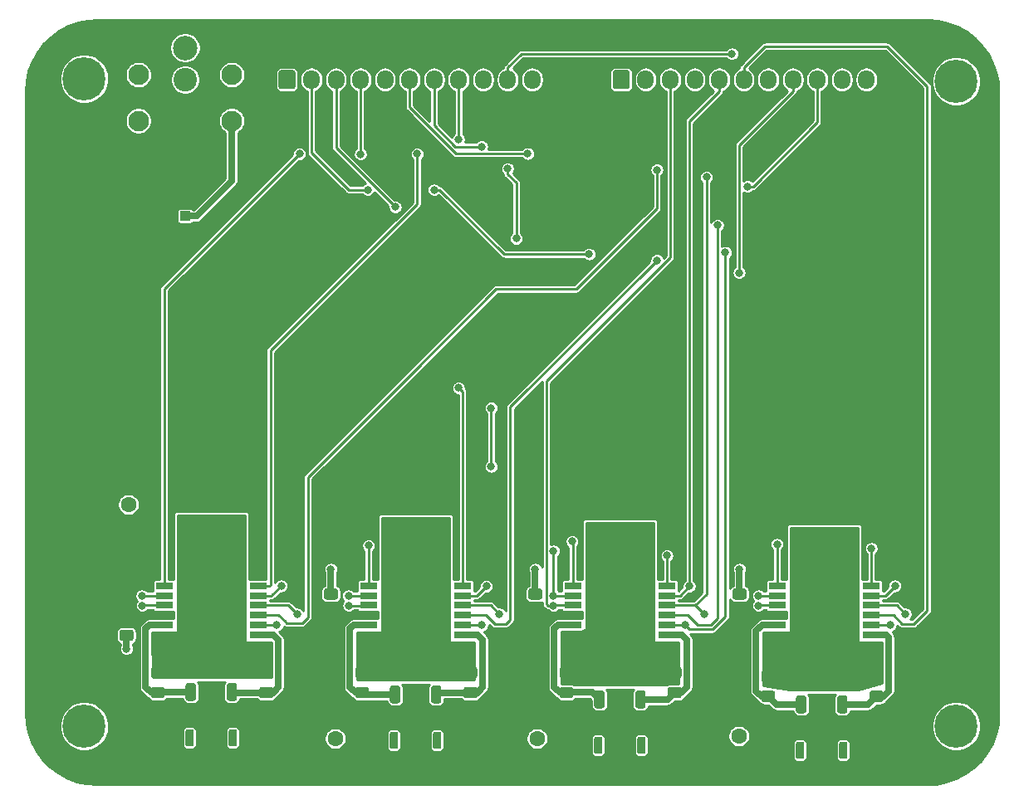
<source format=gtl>
G04 #@! TF.GenerationSoftware,KiCad,Pcbnew,(5.1.5)-3*
G04 #@! TF.CreationDate,2020-03-18T20:22:11+01:00*
G04 #@! TF.ProjectId,motor,6d6f746f-722e-46b6-9963-61645f706362,rev?*
G04 #@! TF.SameCoordinates,Original*
G04 #@! TF.FileFunction,Copper,L1,Top*
G04 #@! TF.FilePolarity,Positive*
%FSLAX46Y46*%
G04 Gerber Fmt 4.6, Leading zero omitted, Abs format (unit mm)*
G04 Created by KiCad (PCBNEW (5.1.5)-3) date 2020-03-18 20:22:11*
%MOMM*%
%LPD*%
G04 APERTURE LIST*
%ADD10C,2.100000*%
%ADD11C,2.500000*%
%ADD12C,2.400000*%
%ADD13C,2.300000*%
%ADD14R,1.600000X1.600000*%
%ADD15C,1.600000*%
%ADD16C,0.100000*%
%ADD17R,1.000000X1.000000*%
%ADD18O,1.700000X1.950000*%
%ADD19R,4.300000X7.900000*%
%ADD20R,1.750000X0.650000*%
%ADD21C,4.400000*%
%ADD22C,0.800000*%
%ADD23C,0.250000*%
%ADD24C,0.650000*%
%ADD25C,0.254000*%
G04 APERTURE END LIST*
D10*
X73228000Y-41504500D03*
X73228000Y-46204500D03*
X82728000Y-46204500D03*
X82728000Y-41504500D03*
D11*
X77978000Y-38754500D03*
D12*
X77978000Y-42004500D03*
D13*
X77978000Y-48004500D03*
D14*
X68707000Y-85344000D03*
D15*
X72207000Y-85344000D03*
G04 #@! TA.AperFunction,SMDPad,CuDef*
D16*
G36*
X86707505Y-103965204D02*
G01*
X86731773Y-103968804D01*
X86755572Y-103974765D01*
X86778671Y-103983030D01*
X86800850Y-103993520D01*
X86821893Y-104006132D01*
X86841599Y-104020747D01*
X86859777Y-104037223D01*
X86876253Y-104055401D01*
X86890868Y-104075107D01*
X86903480Y-104096150D01*
X86913970Y-104118329D01*
X86922235Y-104141428D01*
X86928196Y-104165227D01*
X86931796Y-104189495D01*
X86933000Y-104213999D01*
X86933000Y-104864001D01*
X86931796Y-104888505D01*
X86928196Y-104912773D01*
X86922235Y-104936572D01*
X86913970Y-104959671D01*
X86903480Y-104981850D01*
X86890868Y-105002893D01*
X86876253Y-105022599D01*
X86859777Y-105040777D01*
X86841599Y-105057253D01*
X86821893Y-105071868D01*
X86800850Y-105084480D01*
X86778671Y-105094970D01*
X86755572Y-105103235D01*
X86731773Y-105109196D01*
X86707505Y-105112796D01*
X86683001Y-105114000D01*
X85782999Y-105114000D01*
X85758495Y-105112796D01*
X85734227Y-105109196D01*
X85710428Y-105103235D01*
X85687329Y-105094970D01*
X85665150Y-105084480D01*
X85644107Y-105071868D01*
X85624401Y-105057253D01*
X85606223Y-105040777D01*
X85589747Y-105022599D01*
X85575132Y-105002893D01*
X85562520Y-104981850D01*
X85552030Y-104959671D01*
X85543765Y-104936572D01*
X85537804Y-104912773D01*
X85534204Y-104888505D01*
X85533000Y-104864001D01*
X85533000Y-104213999D01*
X85534204Y-104189495D01*
X85537804Y-104165227D01*
X85543765Y-104141428D01*
X85552030Y-104118329D01*
X85562520Y-104096150D01*
X85575132Y-104075107D01*
X85589747Y-104055401D01*
X85606223Y-104037223D01*
X85624401Y-104020747D01*
X85644107Y-104006132D01*
X85665150Y-103993520D01*
X85687329Y-103983030D01*
X85710428Y-103974765D01*
X85734227Y-103968804D01*
X85758495Y-103965204D01*
X85782999Y-103964000D01*
X86683001Y-103964000D01*
X86707505Y-103965204D01*
G37*
G04 #@! TD.AperFunction*
G04 #@! TA.AperFunction,SMDPad,CuDef*
G36*
X86707505Y-101915204D02*
G01*
X86731773Y-101918804D01*
X86755572Y-101924765D01*
X86778671Y-101933030D01*
X86800850Y-101943520D01*
X86821893Y-101956132D01*
X86841599Y-101970747D01*
X86859777Y-101987223D01*
X86876253Y-102005401D01*
X86890868Y-102025107D01*
X86903480Y-102046150D01*
X86913970Y-102068329D01*
X86922235Y-102091428D01*
X86928196Y-102115227D01*
X86931796Y-102139495D01*
X86933000Y-102163999D01*
X86933000Y-102814001D01*
X86931796Y-102838505D01*
X86928196Y-102862773D01*
X86922235Y-102886572D01*
X86913970Y-102909671D01*
X86903480Y-102931850D01*
X86890868Y-102952893D01*
X86876253Y-102972599D01*
X86859777Y-102990777D01*
X86841599Y-103007253D01*
X86821893Y-103021868D01*
X86800850Y-103034480D01*
X86778671Y-103044970D01*
X86755572Y-103053235D01*
X86731773Y-103059196D01*
X86707505Y-103062796D01*
X86683001Y-103064000D01*
X85782999Y-103064000D01*
X85758495Y-103062796D01*
X85734227Y-103059196D01*
X85710428Y-103053235D01*
X85687329Y-103044970D01*
X85665150Y-103034480D01*
X85644107Y-103021868D01*
X85624401Y-103007253D01*
X85606223Y-102990777D01*
X85589747Y-102972599D01*
X85575132Y-102952893D01*
X85562520Y-102931850D01*
X85552030Y-102909671D01*
X85543765Y-102886572D01*
X85537804Y-102862773D01*
X85534204Y-102838505D01*
X85533000Y-102814001D01*
X85533000Y-102163999D01*
X85534204Y-102139495D01*
X85537804Y-102115227D01*
X85543765Y-102091428D01*
X85552030Y-102068329D01*
X85562520Y-102046150D01*
X85575132Y-102025107D01*
X85589747Y-102005401D01*
X85606223Y-101987223D01*
X85624401Y-101970747D01*
X85644107Y-101956132D01*
X85665150Y-101943520D01*
X85687329Y-101933030D01*
X85710428Y-101924765D01*
X85734227Y-101918804D01*
X85758495Y-101915204D01*
X85782999Y-101914000D01*
X86683001Y-101914000D01*
X86707505Y-101915204D01*
G37*
G04 #@! TD.AperFunction*
G04 #@! TA.AperFunction,SMDPad,CuDef*
G36*
X107535505Y-103965204D02*
G01*
X107559773Y-103968804D01*
X107583572Y-103974765D01*
X107606671Y-103983030D01*
X107628850Y-103993520D01*
X107649893Y-104006132D01*
X107669599Y-104020747D01*
X107687777Y-104037223D01*
X107704253Y-104055401D01*
X107718868Y-104075107D01*
X107731480Y-104096150D01*
X107741970Y-104118329D01*
X107750235Y-104141428D01*
X107756196Y-104165227D01*
X107759796Y-104189495D01*
X107761000Y-104213999D01*
X107761000Y-104864001D01*
X107759796Y-104888505D01*
X107756196Y-104912773D01*
X107750235Y-104936572D01*
X107741970Y-104959671D01*
X107731480Y-104981850D01*
X107718868Y-105002893D01*
X107704253Y-105022599D01*
X107687777Y-105040777D01*
X107669599Y-105057253D01*
X107649893Y-105071868D01*
X107628850Y-105084480D01*
X107606671Y-105094970D01*
X107583572Y-105103235D01*
X107559773Y-105109196D01*
X107535505Y-105112796D01*
X107511001Y-105114000D01*
X106610999Y-105114000D01*
X106586495Y-105112796D01*
X106562227Y-105109196D01*
X106538428Y-105103235D01*
X106515329Y-105094970D01*
X106493150Y-105084480D01*
X106472107Y-105071868D01*
X106452401Y-105057253D01*
X106434223Y-105040777D01*
X106417747Y-105022599D01*
X106403132Y-105002893D01*
X106390520Y-104981850D01*
X106380030Y-104959671D01*
X106371765Y-104936572D01*
X106365804Y-104912773D01*
X106362204Y-104888505D01*
X106361000Y-104864001D01*
X106361000Y-104213999D01*
X106362204Y-104189495D01*
X106365804Y-104165227D01*
X106371765Y-104141428D01*
X106380030Y-104118329D01*
X106390520Y-104096150D01*
X106403132Y-104075107D01*
X106417747Y-104055401D01*
X106434223Y-104037223D01*
X106452401Y-104020747D01*
X106472107Y-104006132D01*
X106493150Y-103993520D01*
X106515329Y-103983030D01*
X106538428Y-103974765D01*
X106562227Y-103968804D01*
X106586495Y-103965204D01*
X106610999Y-103964000D01*
X107511001Y-103964000D01*
X107535505Y-103965204D01*
G37*
G04 #@! TD.AperFunction*
G04 #@! TA.AperFunction,SMDPad,CuDef*
G36*
X107535505Y-101915204D02*
G01*
X107559773Y-101918804D01*
X107583572Y-101924765D01*
X107606671Y-101933030D01*
X107628850Y-101943520D01*
X107649893Y-101956132D01*
X107669599Y-101970747D01*
X107687777Y-101987223D01*
X107704253Y-102005401D01*
X107718868Y-102025107D01*
X107731480Y-102046150D01*
X107741970Y-102068329D01*
X107750235Y-102091428D01*
X107756196Y-102115227D01*
X107759796Y-102139495D01*
X107761000Y-102163999D01*
X107761000Y-102814001D01*
X107759796Y-102838505D01*
X107756196Y-102862773D01*
X107750235Y-102886572D01*
X107741970Y-102909671D01*
X107731480Y-102931850D01*
X107718868Y-102952893D01*
X107704253Y-102972599D01*
X107687777Y-102990777D01*
X107669599Y-103007253D01*
X107649893Y-103021868D01*
X107628850Y-103034480D01*
X107606671Y-103044970D01*
X107583572Y-103053235D01*
X107559773Y-103059196D01*
X107535505Y-103062796D01*
X107511001Y-103064000D01*
X106610999Y-103064000D01*
X106586495Y-103062796D01*
X106562227Y-103059196D01*
X106538428Y-103053235D01*
X106515329Y-103044970D01*
X106493150Y-103034480D01*
X106472107Y-103021868D01*
X106452401Y-103007253D01*
X106434223Y-102990777D01*
X106417747Y-102972599D01*
X106403132Y-102952893D01*
X106390520Y-102931850D01*
X106380030Y-102909671D01*
X106371765Y-102886572D01*
X106365804Y-102862773D01*
X106362204Y-102838505D01*
X106361000Y-102814001D01*
X106361000Y-102163999D01*
X106362204Y-102139495D01*
X106365804Y-102115227D01*
X106371765Y-102091428D01*
X106380030Y-102068329D01*
X106390520Y-102046150D01*
X106403132Y-102025107D01*
X106417747Y-102005401D01*
X106434223Y-101987223D01*
X106452401Y-101970747D01*
X106472107Y-101956132D01*
X106493150Y-101943520D01*
X106515329Y-101933030D01*
X106538428Y-101924765D01*
X106562227Y-101918804D01*
X106586495Y-101915204D01*
X106610999Y-101914000D01*
X107511001Y-101914000D01*
X107535505Y-101915204D01*
G37*
G04 #@! TD.AperFunction*
G04 #@! TA.AperFunction,SMDPad,CuDef*
G36*
X128363505Y-103956204D02*
G01*
X128387773Y-103959804D01*
X128411572Y-103965765D01*
X128434671Y-103974030D01*
X128456850Y-103984520D01*
X128477893Y-103997132D01*
X128497599Y-104011747D01*
X128515777Y-104028223D01*
X128532253Y-104046401D01*
X128546868Y-104066107D01*
X128559480Y-104087150D01*
X128569970Y-104109329D01*
X128578235Y-104132428D01*
X128584196Y-104156227D01*
X128587796Y-104180495D01*
X128589000Y-104204999D01*
X128589000Y-104855001D01*
X128587796Y-104879505D01*
X128584196Y-104903773D01*
X128578235Y-104927572D01*
X128569970Y-104950671D01*
X128559480Y-104972850D01*
X128546868Y-104993893D01*
X128532253Y-105013599D01*
X128515777Y-105031777D01*
X128497599Y-105048253D01*
X128477893Y-105062868D01*
X128456850Y-105075480D01*
X128434671Y-105085970D01*
X128411572Y-105094235D01*
X128387773Y-105100196D01*
X128363505Y-105103796D01*
X128339001Y-105105000D01*
X127438999Y-105105000D01*
X127414495Y-105103796D01*
X127390227Y-105100196D01*
X127366428Y-105094235D01*
X127343329Y-105085970D01*
X127321150Y-105075480D01*
X127300107Y-105062868D01*
X127280401Y-105048253D01*
X127262223Y-105031777D01*
X127245747Y-105013599D01*
X127231132Y-104993893D01*
X127218520Y-104972850D01*
X127208030Y-104950671D01*
X127199765Y-104927572D01*
X127193804Y-104903773D01*
X127190204Y-104879505D01*
X127189000Y-104855001D01*
X127189000Y-104204999D01*
X127190204Y-104180495D01*
X127193804Y-104156227D01*
X127199765Y-104132428D01*
X127208030Y-104109329D01*
X127218520Y-104087150D01*
X127231132Y-104066107D01*
X127245747Y-104046401D01*
X127262223Y-104028223D01*
X127280401Y-104011747D01*
X127300107Y-103997132D01*
X127321150Y-103984520D01*
X127343329Y-103974030D01*
X127366428Y-103965765D01*
X127390227Y-103959804D01*
X127414495Y-103956204D01*
X127438999Y-103955000D01*
X128339001Y-103955000D01*
X128363505Y-103956204D01*
G37*
G04 #@! TD.AperFunction*
G04 #@! TA.AperFunction,SMDPad,CuDef*
G36*
X128363505Y-101906204D02*
G01*
X128387773Y-101909804D01*
X128411572Y-101915765D01*
X128434671Y-101924030D01*
X128456850Y-101934520D01*
X128477893Y-101947132D01*
X128497599Y-101961747D01*
X128515777Y-101978223D01*
X128532253Y-101996401D01*
X128546868Y-102016107D01*
X128559480Y-102037150D01*
X128569970Y-102059329D01*
X128578235Y-102082428D01*
X128584196Y-102106227D01*
X128587796Y-102130495D01*
X128589000Y-102154999D01*
X128589000Y-102805001D01*
X128587796Y-102829505D01*
X128584196Y-102853773D01*
X128578235Y-102877572D01*
X128569970Y-102900671D01*
X128559480Y-102922850D01*
X128546868Y-102943893D01*
X128532253Y-102963599D01*
X128515777Y-102981777D01*
X128497599Y-102998253D01*
X128477893Y-103012868D01*
X128456850Y-103025480D01*
X128434671Y-103035970D01*
X128411572Y-103044235D01*
X128387773Y-103050196D01*
X128363505Y-103053796D01*
X128339001Y-103055000D01*
X127438999Y-103055000D01*
X127414495Y-103053796D01*
X127390227Y-103050196D01*
X127366428Y-103044235D01*
X127343329Y-103035970D01*
X127321150Y-103025480D01*
X127300107Y-103012868D01*
X127280401Y-102998253D01*
X127262223Y-102981777D01*
X127245747Y-102963599D01*
X127231132Y-102943893D01*
X127218520Y-102922850D01*
X127208030Y-102900671D01*
X127199765Y-102877572D01*
X127193804Y-102853773D01*
X127190204Y-102829505D01*
X127189000Y-102805001D01*
X127189000Y-102154999D01*
X127190204Y-102130495D01*
X127193804Y-102106227D01*
X127199765Y-102082428D01*
X127208030Y-102059329D01*
X127218520Y-102037150D01*
X127231132Y-102016107D01*
X127245747Y-101996401D01*
X127262223Y-101978223D01*
X127280401Y-101961747D01*
X127300107Y-101947132D01*
X127321150Y-101934520D01*
X127343329Y-101924030D01*
X127366428Y-101915765D01*
X127390227Y-101909804D01*
X127414495Y-101906204D01*
X127438999Y-101905000D01*
X128339001Y-101905000D01*
X128363505Y-101906204D01*
G37*
G04 #@! TD.AperFunction*
G04 #@! TA.AperFunction,SMDPad,CuDef*
G36*
X148937505Y-102287204D02*
G01*
X148961773Y-102290804D01*
X148985572Y-102296765D01*
X149008671Y-102305030D01*
X149030850Y-102315520D01*
X149051893Y-102328132D01*
X149071599Y-102342747D01*
X149089777Y-102359223D01*
X149106253Y-102377401D01*
X149120868Y-102397107D01*
X149133480Y-102418150D01*
X149143970Y-102440329D01*
X149152235Y-102463428D01*
X149158196Y-102487227D01*
X149161796Y-102511495D01*
X149163000Y-102535999D01*
X149163000Y-103186001D01*
X149161796Y-103210505D01*
X149158196Y-103234773D01*
X149152235Y-103258572D01*
X149143970Y-103281671D01*
X149133480Y-103303850D01*
X149120868Y-103324893D01*
X149106253Y-103344599D01*
X149089777Y-103362777D01*
X149071599Y-103379253D01*
X149051893Y-103393868D01*
X149030850Y-103406480D01*
X149008671Y-103416970D01*
X148985572Y-103425235D01*
X148961773Y-103431196D01*
X148937505Y-103434796D01*
X148913001Y-103436000D01*
X148012999Y-103436000D01*
X147988495Y-103434796D01*
X147964227Y-103431196D01*
X147940428Y-103425235D01*
X147917329Y-103416970D01*
X147895150Y-103406480D01*
X147874107Y-103393868D01*
X147854401Y-103379253D01*
X147836223Y-103362777D01*
X147819747Y-103344599D01*
X147805132Y-103324893D01*
X147792520Y-103303850D01*
X147782030Y-103281671D01*
X147773765Y-103258572D01*
X147767804Y-103234773D01*
X147764204Y-103210505D01*
X147763000Y-103186001D01*
X147763000Y-102535999D01*
X147764204Y-102511495D01*
X147767804Y-102487227D01*
X147773765Y-102463428D01*
X147782030Y-102440329D01*
X147792520Y-102418150D01*
X147805132Y-102397107D01*
X147819747Y-102377401D01*
X147836223Y-102359223D01*
X147854401Y-102342747D01*
X147874107Y-102328132D01*
X147895150Y-102315520D01*
X147917329Y-102305030D01*
X147940428Y-102296765D01*
X147964227Y-102290804D01*
X147988495Y-102287204D01*
X148012999Y-102286000D01*
X148913001Y-102286000D01*
X148937505Y-102287204D01*
G37*
G04 #@! TD.AperFunction*
G04 #@! TA.AperFunction,SMDPad,CuDef*
G36*
X148937505Y-104337204D02*
G01*
X148961773Y-104340804D01*
X148985572Y-104346765D01*
X149008671Y-104355030D01*
X149030850Y-104365520D01*
X149051893Y-104378132D01*
X149071599Y-104392747D01*
X149089777Y-104409223D01*
X149106253Y-104427401D01*
X149120868Y-104447107D01*
X149133480Y-104468150D01*
X149143970Y-104490329D01*
X149152235Y-104513428D01*
X149158196Y-104537227D01*
X149161796Y-104561495D01*
X149163000Y-104585999D01*
X149163000Y-105236001D01*
X149161796Y-105260505D01*
X149158196Y-105284773D01*
X149152235Y-105308572D01*
X149143970Y-105331671D01*
X149133480Y-105353850D01*
X149120868Y-105374893D01*
X149106253Y-105394599D01*
X149089777Y-105412777D01*
X149071599Y-105429253D01*
X149051893Y-105443868D01*
X149030850Y-105456480D01*
X149008671Y-105466970D01*
X148985572Y-105475235D01*
X148961773Y-105481196D01*
X148937505Y-105484796D01*
X148913001Y-105486000D01*
X148012999Y-105486000D01*
X147988495Y-105484796D01*
X147964227Y-105481196D01*
X147940428Y-105475235D01*
X147917329Y-105466970D01*
X147895150Y-105456480D01*
X147874107Y-105443868D01*
X147854401Y-105429253D01*
X147836223Y-105412777D01*
X147819747Y-105394599D01*
X147805132Y-105374893D01*
X147792520Y-105353850D01*
X147782030Y-105331671D01*
X147773765Y-105308572D01*
X147767804Y-105284773D01*
X147764204Y-105260505D01*
X147763000Y-105236001D01*
X147763000Y-104585999D01*
X147764204Y-104561495D01*
X147767804Y-104537227D01*
X147773765Y-104513428D01*
X147782030Y-104490329D01*
X147792520Y-104468150D01*
X147805132Y-104447107D01*
X147819747Y-104427401D01*
X147836223Y-104409223D01*
X147854401Y-104392747D01*
X147874107Y-104378132D01*
X147895150Y-104365520D01*
X147917329Y-104355030D01*
X147940428Y-104346765D01*
X147964227Y-104340804D01*
X147988495Y-104337204D01*
X148012999Y-104336000D01*
X148913001Y-104336000D01*
X148937505Y-104337204D01*
G37*
G04 #@! TD.AperFunction*
G04 #@! TA.AperFunction,SMDPad,CuDef*
G36*
X72483505Y-96064204D02*
G01*
X72507773Y-96067804D01*
X72531572Y-96073765D01*
X72554671Y-96082030D01*
X72576850Y-96092520D01*
X72597893Y-96105132D01*
X72617599Y-96119747D01*
X72635777Y-96136223D01*
X72652253Y-96154401D01*
X72666868Y-96174107D01*
X72679480Y-96195150D01*
X72689970Y-96217329D01*
X72698235Y-96240428D01*
X72704196Y-96264227D01*
X72707796Y-96288495D01*
X72709000Y-96312999D01*
X72709000Y-96963001D01*
X72707796Y-96987505D01*
X72704196Y-97011773D01*
X72698235Y-97035572D01*
X72689970Y-97058671D01*
X72679480Y-97080850D01*
X72666868Y-97101893D01*
X72652253Y-97121599D01*
X72635777Y-97139777D01*
X72617599Y-97156253D01*
X72597893Y-97170868D01*
X72576850Y-97183480D01*
X72554671Y-97193970D01*
X72531572Y-97202235D01*
X72507773Y-97208196D01*
X72483505Y-97211796D01*
X72459001Y-97213000D01*
X71558999Y-97213000D01*
X71534495Y-97211796D01*
X71510227Y-97208196D01*
X71486428Y-97202235D01*
X71463329Y-97193970D01*
X71441150Y-97183480D01*
X71420107Y-97170868D01*
X71400401Y-97156253D01*
X71382223Y-97139777D01*
X71365747Y-97121599D01*
X71351132Y-97101893D01*
X71338520Y-97080850D01*
X71328030Y-97058671D01*
X71319765Y-97035572D01*
X71313804Y-97011773D01*
X71310204Y-96987505D01*
X71309000Y-96963001D01*
X71309000Y-96312999D01*
X71310204Y-96288495D01*
X71313804Y-96264227D01*
X71319765Y-96240428D01*
X71328030Y-96217329D01*
X71338520Y-96195150D01*
X71351132Y-96174107D01*
X71365747Y-96154401D01*
X71382223Y-96136223D01*
X71400401Y-96119747D01*
X71420107Y-96105132D01*
X71441150Y-96092520D01*
X71463329Y-96082030D01*
X71486428Y-96073765D01*
X71510227Y-96067804D01*
X71534495Y-96064204D01*
X71558999Y-96063000D01*
X72459001Y-96063000D01*
X72483505Y-96064204D01*
G37*
G04 #@! TD.AperFunction*
G04 #@! TA.AperFunction,SMDPad,CuDef*
G36*
X72483505Y-98114204D02*
G01*
X72507773Y-98117804D01*
X72531572Y-98123765D01*
X72554671Y-98132030D01*
X72576850Y-98142520D01*
X72597893Y-98155132D01*
X72617599Y-98169747D01*
X72635777Y-98186223D01*
X72652253Y-98204401D01*
X72666868Y-98224107D01*
X72679480Y-98245150D01*
X72689970Y-98267329D01*
X72698235Y-98290428D01*
X72704196Y-98314227D01*
X72707796Y-98338495D01*
X72709000Y-98362999D01*
X72709000Y-99013001D01*
X72707796Y-99037505D01*
X72704196Y-99061773D01*
X72698235Y-99085572D01*
X72689970Y-99108671D01*
X72679480Y-99130850D01*
X72666868Y-99151893D01*
X72652253Y-99171599D01*
X72635777Y-99189777D01*
X72617599Y-99206253D01*
X72597893Y-99220868D01*
X72576850Y-99233480D01*
X72554671Y-99243970D01*
X72531572Y-99252235D01*
X72507773Y-99258196D01*
X72483505Y-99261796D01*
X72459001Y-99263000D01*
X71558999Y-99263000D01*
X71534495Y-99261796D01*
X71510227Y-99258196D01*
X71486428Y-99252235D01*
X71463329Y-99243970D01*
X71441150Y-99233480D01*
X71420107Y-99220868D01*
X71400401Y-99206253D01*
X71382223Y-99189777D01*
X71365747Y-99171599D01*
X71351132Y-99151893D01*
X71338520Y-99130850D01*
X71328030Y-99108671D01*
X71319765Y-99085572D01*
X71313804Y-99061773D01*
X71310204Y-99037505D01*
X71309000Y-99013001D01*
X71309000Y-98362999D01*
X71310204Y-98338495D01*
X71313804Y-98314227D01*
X71319765Y-98290428D01*
X71328030Y-98267329D01*
X71338520Y-98245150D01*
X71351132Y-98224107D01*
X71365747Y-98204401D01*
X71382223Y-98186223D01*
X71400401Y-98169747D01*
X71420107Y-98155132D01*
X71441150Y-98142520D01*
X71463329Y-98132030D01*
X71486428Y-98123765D01*
X71510227Y-98117804D01*
X71534495Y-98114204D01*
X71558999Y-98113000D01*
X72459001Y-98113000D01*
X72483505Y-98114204D01*
G37*
G04 #@! TD.AperFunction*
G04 #@! TA.AperFunction,SMDPad,CuDef*
G36*
X75658505Y-101906204D02*
G01*
X75682773Y-101909804D01*
X75706572Y-101915765D01*
X75729671Y-101924030D01*
X75751850Y-101934520D01*
X75772893Y-101947132D01*
X75792599Y-101961747D01*
X75810777Y-101978223D01*
X75827253Y-101996401D01*
X75841868Y-102016107D01*
X75854480Y-102037150D01*
X75864970Y-102059329D01*
X75873235Y-102082428D01*
X75879196Y-102106227D01*
X75882796Y-102130495D01*
X75884000Y-102154999D01*
X75884000Y-102805001D01*
X75882796Y-102829505D01*
X75879196Y-102853773D01*
X75873235Y-102877572D01*
X75864970Y-102900671D01*
X75854480Y-102922850D01*
X75841868Y-102943893D01*
X75827253Y-102963599D01*
X75810777Y-102981777D01*
X75792599Y-102998253D01*
X75772893Y-103012868D01*
X75751850Y-103025480D01*
X75729671Y-103035970D01*
X75706572Y-103044235D01*
X75682773Y-103050196D01*
X75658505Y-103053796D01*
X75634001Y-103055000D01*
X74733999Y-103055000D01*
X74709495Y-103053796D01*
X74685227Y-103050196D01*
X74661428Y-103044235D01*
X74638329Y-103035970D01*
X74616150Y-103025480D01*
X74595107Y-103012868D01*
X74575401Y-102998253D01*
X74557223Y-102981777D01*
X74540747Y-102963599D01*
X74526132Y-102943893D01*
X74513520Y-102922850D01*
X74503030Y-102900671D01*
X74494765Y-102877572D01*
X74488804Y-102853773D01*
X74485204Y-102829505D01*
X74484000Y-102805001D01*
X74484000Y-102154999D01*
X74485204Y-102130495D01*
X74488804Y-102106227D01*
X74494765Y-102082428D01*
X74503030Y-102059329D01*
X74513520Y-102037150D01*
X74526132Y-102016107D01*
X74540747Y-101996401D01*
X74557223Y-101978223D01*
X74575401Y-101961747D01*
X74595107Y-101947132D01*
X74616150Y-101934520D01*
X74638329Y-101924030D01*
X74661428Y-101915765D01*
X74685227Y-101909804D01*
X74709495Y-101906204D01*
X74733999Y-101905000D01*
X75634001Y-101905000D01*
X75658505Y-101906204D01*
G37*
G04 #@! TD.AperFunction*
G04 #@! TA.AperFunction,SMDPad,CuDef*
G36*
X75658505Y-103956204D02*
G01*
X75682773Y-103959804D01*
X75706572Y-103965765D01*
X75729671Y-103974030D01*
X75751850Y-103984520D01*
X75772893Y-103997132D01*
X75792599Y-104011747D01*
X75810777Y-104028223D01*
X75827253Y-104046401D01*
X75841868Y-104066107D01*
X75854480Y-104087150D01*
X75864970Y-104109329D01*
X75873235Y-104132428D01*
X75879196Y-104156227D01*
X75882796Y-104180495D01*
X75884000Y-104204999D01*
X75884000Y-104855001D01*
X75882796Y-104879505D01*
X75879196Y-104903773D01*
X75873235Y-104927572D01*
X75864970Y-104950671D01*
X75854480Y-104972850D01*
X75841868Y-104993893D01*
X75827253Y-105013599D01*
X75810777Y-105031777D01*
X75792599Y-105048253D01*
X75772893Y-105062868D01*
X75751850Y-105075480D01*
X75729671Y-105085970D01*
X75706572Y-105094235D01*
X75682773Y-105100196D01*
X75658505Y-105103796D01*
X75634001Y-105105000D01*
X74733999Y-105105000D01*
X74709495Y-105103796D01*
X74685227Y-105100196D01*
X74661428Y-105094235D01*
X74638329Y-105085970D01*
X74616150Y-105075480D01*
X74595107Y-105062868D01*
X74575401Y-105048253D01*
X74557223Y-105031777D01*
X74540747Y-105013599D01*
X74526132Y-104993893D01*
X74513520Y-104972850D01*
X74503030Y-104950671D01*
X74494765Y-104927572D01*
X74488804Y-104903773D01*
X74485204Y-104879505D01*
X74484000Y-104855001D01*
X74484000Y-104204999D01*
X74485204Y-104180495D01*
X74488804Y-104156227D01*
X74494765Y-104132428D01*
X74503030Y-104109329D01*
X74513520Y-104087150D01*
X74526132Y-104066107D01*
X74540747Y-104046401D01*
X74557223Y-104028223D01*
X74575401Y-104011747D01*
X74595107Y-103997132D01*
X74616150Y-103984520D01*
X74638329Y-103974030D01*
X74661428Y-103965765D01*
X74685227Y-103959804D01*
X74709495Y-103956204D01*
X74733999Y-103955000D01*
X75634001Y-103955000D01*
X75658505Y-103956204D01*
G37*
G04 #@! TD.AperFunction*
G04 #@! TA.AperFunction,SMDPad,CuDef*
G36*
X96486505Y-101906204D02*
G01*
X96510773Y-101909804D01*
X96534572Y-101915765D01*
X96557671Y-101924030D01*
X96579850Y-101934520D01*
X96600893Y-101947132D01*
X96620599Y-101961747D01*
X96638777Y-101978223D01*
X96655253Y-101996401D01*
X96669868Y-102016107D01*
X96682480Y-102037150D01*
X96692970Y-102059329D01*
X96701235Y-102082428D01*
X96707196Y-102106227D01*
X96710796Y-102130495D01*
X96712000Y-102154999D01*
X96712000Y-102805001D01*
X96710796Y-102829505D01*
X96707196Y-102853773D01*
X96701235Y-102877572D01*
X96692970Y-102900671D01*
X96682480Y-102922850D01*
X96669868Y-102943893D01*
X96655253Y-102963599D01*
X96638777Y-102981777D01*
X96620599Y-102998253D01*
X96600893Y-103012868D01*
X96579850Y-103025480D01*
X96557671Y-103035970D01*
X96534572Y-103044235D01*
X96510773Y-103050196D01*
X96486505Y-103053796D01*
X96462001Y-103055000D01*
X95561999Y-103055000D01*
X95537495Y-103053796D01*
X95513227Y-103050196D01*
X95489428Y-103044235D01*
X95466329Y-103035970D01*
X95444150Y-103025480D01*
X95423107Y-103012868D01*
X95403401Y-102998253D01*
X95385223Y-102981777D01*
X95368747Y-102963599D01*
X95354132Y-102943893D01*
X95341520Y-102922850D01*
X95331030Y-102900671D01*
X95322765Y-102877572D01*
X95316804Y-102853773D01*
X95313204Y-102829505D01*
X95312000Y-102805001D01*
X95312000Y-102154999D01*
X95313204Y-102130495D01*
X95316804Y-102106227D01*
X95322765Y-102082428D01*
X95331030Y-102059329D01*
X95341520Y-102037150D01*
X95354132Y-102016107D01*
X95368747Y-101996401D01*
X95385223Y-101978223D01*
X95403401Y-101961747D01*
X95423107Y-101947132D01*
X95444150Y-101934520D01*
X95466329Y-101924030D01*
X95489428Y-101915765D01*
X95513227Y-101909804D01*
X95537495Y-101906204D01*
X95561999Y-101905000D01*
X96462001Y-101905000D01*
X96486505Y-101906204D01*
G37*
G04 #@! TD.AperFunction*
G04 #@! TA.AperFunction,SMDPad,CuDef*
G36*
X96486505Y-103956204D02*
G01*
X96510773Y-103959804D01*
X96534572Y-103965765D01*
X96557671Y-103974030D01*
X96579850Y-103984520D01*
X96600893Y-103997132D01*
X96620599Y-104011747D01*
X96638777Y-104028223D01*
X96655253Y-104046401D01*
X96669868Y-104066107D01*
X96682480Y-104087150D01*
X96692970Y-104109329D01*
X96701235Y-104132428D01*
X96707196Y-104156227D01*
X96710796Y-104180495D01*
X96712000Y-104204999D01*
X96712000Y-104855001D01*
X96710796Y-104879505D01*
X96707196Y-104903773D01*
X96701235Y-104927572D01*
X96692970Y-104950671D01*
X96682480Y-104972850D01*
X96669868Y-104993893D01*
X96655253Y-105013599D01*
X96638777Y-105031777D01*
X96620599Y-105048253D01*
X96600893Y-105062868D01*
X96579850Y-105075480D01*
X96557671Y-105085970D01*
X96534572Y-105094235D01*
X96510773Y-105100196D01*
X96486505Y-105103796D01*
X96462001Y-105105000D01*
X95561999Y-105105000D01*
X95537495Y-105103796D01*
X95513227Y-105100196D01*
X95489428Y-105094235D01*
X95466329Y-105085970D01*
X95444150Y-105075480D01*
X95423107Y-105062868D01*
X95403401Y-105048253D01*
X95385223Y-105031777D01*
X95368747Y-105013599D01*
X95354132Y-104993893D01*
X95341520Y-104972850D01*
X95331030Y-104950671D01*
X95322765Y-104927572D01*
X95316804Y-104903773D01*
X95313204Y-104879505D01*
X95312000Y-104855001D01*
X95312000Y-104204999D01*
X95313204Y-104180495D01*
X95316804Y-104156227D01*
X95322765Y-104132428D01*
X95331030Y-104109329D01*
X95341520Y-104087150D01*
X95354132Y-104066107D01*
X95368747Y-104046401D01*
X95385223Y-104028223D01*
X95403401Y-104011747D01*
X95423107Y-103997132D01*
X95444150Y-103984520D01*
X95466329Y-103974030D01*
X95489428Y-103965765D01*
X95513227Y-103959804D01*
X95537495Y-103956204D01*
X95561999Y-103955000D01*
X96462001Y-103955000D01*
X96486505Y-103956204D01*
G37*
G04 #@! TD.AperFunction*
G04 #@! TA.AperFunction,SMDPad,CuDef*
G36*
X117314505Y-101906204D02*
G01*
X117338773Y-101909804D01*
X117362572Y-101915765D01*
X117385671Y-101924030D01*
X117407850Y-101934520D01*
X117428893Y-101947132D01*
X117448599Y-101961747D01*
X117466777Y-101978223D01*
X117483253Y-101996401D01*
X117497868Y-102016107D01*
X117510480Y-102037150D01*
X117520970Y-102059329D01*
X117529235Y-102082428D01*
X117535196Y-102106227D01*
X117538796Y-102130495D01*
X117540000Y-102154999D01*
X117540000Y-102805001D01*
X117538796Y-102829505D01*
X117535196Y-102853773D01*
X117529235Y-102877572D01*
X117520970Y-102900671D01*
X117510480Y-102922850D01*
X117497868Y-102943893D01*
X117483253Y-102963599D01*
X117466777Y-102981777D01*
X117448599Y-102998253D01*
X117428893Y-103012868D01*
X117407850Y-103025480D01*
X117385671Y-103035970D01*
X117362572Y-103044235D01*
X117338773Y-103050196D01*
X117314505Y-103053796D01*
X117290001Y-103055000D01*
X116389999Y-103055000D01*
X116365495Y-103053796D01*
X116341227Y-103050196D01*
X116317428Y-103044235D01*
X116294329Y-103035970D01*
X116272150Y-103025480D01*
X116251107Y-103012868D01*
X116231401Y-102998253D01*
X116213223Y-102981777D01*
X116196747Y-102963599D01*
X116182132Y-102943893D01*
X116169520Y-102922850D01*
X116159030Y-102900671D01*
X116150765Y-102877572D01*
X116144804Y-102853773D01*
X116141204Y-102829505D01*
X116140000Y-102805001D01*
X116140000Y-102154999D01*
X116141204Y-102130495D01*
X116144804Y-102106227D01*
X116150765Y-102082428D01*
X116159030Y-102059329D01*
X116169520Y-102037150D01*
X116182132Y-102016107D01*
X116196747Y-101996401D01*
X116213223Y-101978223D01*
X116231401Y-101961747D01*
X116251107Y-101947132D01*
X116272150Y-101934520D01*
X116294329Y-101924030D01*
X116317428Y-101915765D01*
X116341227Y-101909804D01*
X116365495Y-101906204D01*
X116389999Y-101905000D01*
X117290001Y-101905000D01*
X117314505Y-101906204D01*
G37*
G04 #@! TD.AperFunction*
G04 #@! TA.AperFunction,SMDPad,CuDef*
G36*
X117314505Y-103956204D02*
G01*
X117338773Y-103959804D01*
X117362572Y-103965765D01*
X117385671Y-103974030D01*
X117407850Y-103984520D01*
X117428893Y-103997132D01*
X117448599Y-104011747D01*
X117466777Y-104028223D01*
X117483253Y-104046401D01*
X117497868Y-104066107D01*
X117510480Y-104087150D01*
X117520970Y-104109329D01*
X117529235Y-104132428D01*
X117535196Y-104156227D01*
X117538796Y-104180495D01*
X117540000Y-104204999D01*
X117540000Y-104855001D01*
X117538796Y-104879505D01*
X117535196Y-104903773D01*
X117529235Y-104927572D01*
X117520970Y-104950671D01*
X117510480Y-104972850D01*
X117497868Y-104993893D01*
X117483253Y-105013599D01*
X117466777Y-105031777D01*
X117448599Y-105048253D01*
X117428893Y-105062868D01*
X117407850Y-105075480D01*
X117385671Y-105085970D01*
X117362572Y-105094235D01*
X117338773Y-105100196D01*
X117314505Y-105103796D01*
X117290001Y-105105000D01*
X116389999Y-105105000D01*
X116365495Y-105103796D01*
X116341227Y-105100196D01*
X116317428Y-105094235D01*
X116294329Y-105085970D01*
X116272150Y-105075480D01*
X116251107Y-105062868D01*
X116231401Y-105048253D01*
X116213223Y-105031777D01*
X116196747Y-105013599D01*
X116182132Y-104993893D01*
X116169520Y-104972850D01*
X116159030Y-104950671D01*
X116150765Y-104927572D01*
X116144804Y-104903773D01*
X116141204Y-104879505D01*
X116140000Y-104855001D01*
X116140000Y-104204999D01*
X116141204Y-104180495D01*
X116144804Y-104156227D01*
X116150765Y-104132428D01*
X116159030Y-104109329D01*
X116169520Y-104087150D01*
X116182132Y-104066107D01*
X116196747Y-104046401D01*
X116213223Y-104028223D01*
X116231401Y-104011747D01*
X116251107Y-103997132D01*
X116272150Y-103984520D01*
X116294329Y-103974030D01*
X116317428Y-103965765D01*
X116341227Y-103959804D01*
X116365495Y-103956204D01*
X116389999Y-103955000D01*
X117290001Y-103955000D01*
X117314505Y-103956204D01*
G37*
G04 #@! TD.AperFunction*
G04 #@! TA.AperFunction,SMDPad,CuDef*
G36*
X137888505Y-102287204D02*
G01*
X137912773Y-102290804D01*
X137936572Y-102296765D01*
X137959671Y-102305030D01*
X137981850Y-102315520D01*
X138002893Y-102328132D01*
X138022599Y-102342747D01*
X138040777Y-102359223D01*
X138057253Y-102377401D01*
X138071868Y-102397107D01*
X138084480Y-102418150D01*
X138094970Y-102440329D01*
X138103235Y-102463428D01*
X138109196Y-102487227D01*
X138112796Y-102511495D01*
X138114000Y-102535999D01*
X138114000Y-103186001D01*
X138112796Y-103210505D01*
X138109196Y-103234773D01*
X138103235Y-103258572D01*
X138094970Y-103281671D01*
X138084480Y-103303850D01*
X138071868Y-103324893D01*
X138057253Y-103344599D01*
X138040777Y-103362777D01*
X138022599Y-103379253D01*
X138002893Y-103393868D01*
X137981850Y-103406480D01*
X137959671Y-103416970D01*
X137936572Y-103425235D01*
X137912773Y-103431196D01*
X137888505Y-103434796D01*
X137864001Y-103436000D01*
X136963999Y-103436000D01*
X136939495Y-103434796D01*
X136915227Y-103431196D01*
X136891428Y-103425235D01*
X136868329Y-103416970D01*
X136846150Y-103406480D01*
X136825107Y-103393868D01*
X136805401Y-103379253D01*
X136787223Y-103362777D01*
X136770747Y-103344599D01*
X136756132Y-103324893D01*
X136743520Y-103303850D01*
X136733030Y-103281671D01*
X136724765Y-103258572D01*
X136718804Y-103234773D01*
X136715204Y-103210505D01*
X136714000Y-103186001D01*
X136714000Y-102535999D01*
X136715204Y-102511495D01*
X136718804Y-102487227D01*
X136724765Y-102463428D01*
X136733030Y-102440329D01*
X136743520Y-102418150D01*
X136756132Y-102397107D01*
X136770747Y-102377401D01*
X136787223Y-102359223D01*
X136805401Y-102342747D01*
X136825107Y-102328132D01*
X136846150Y-102315520D01*
X136868329Y-102305030D01*
X136891428Y-102296765D01*
X136915227Y-102290804D01*
X136939495Y-102287204D01*
X136963999Y-102286000D01*
X137864001Y-102286000D01*
X137888505Y-102287204D01*
G37*
G04 #@! TD.AperFunction*
G04 #@! TA.AperFunction,SMDPad,CuDef*
G36*
X137888505Y-104337204D02*
G01*
X137912773Y-104340804D01*
X137936572Y-104346765D01*
X137959671Y-104355030D01*
X137981850Y-104365520D01*
X138002893Y-104378132D01*
X138022599Y-104392747D01*
X138040777Y-104409223D01*
X138057253Y-104427401D01*
X138071868Y-104447107D01*
X138084480Y-104468150D01*
X138094970Y-104490329D01*
X138103235Y-104513428D01*
X138109196Y-104537227D01*
X138112796Y-104561495D01*
X138114000Y-104585999D01*
X138114000Y-105236001D01*
X138112796Y-105260505D01*
X138109196Y-105284773D01*
X138103235Y-105308572D01*
X138094970Y-105331671D01*
X138084480Y-105353850D01*
X138071868Y-105374893D01*
X138057253Y-105394599D01*
X138040777Y-105412777D01*
X138022599Y-105429253D01*
X138002893Y-105443868D01*
X137981850Y-105456480D01*
X137959671Y-105466970D01*
X137936572Y-105475235D01*
X137912773Y-105481196D01*
X137888505Y-105484796D01*
X137864001Y-105486000D01*
X136963999Y-105486000D01*
X136939495Y-105484796D01*
X136915227Y-105481196D01*
X136891428Y-105475235D01*
X136868329Y-105466970D01*
X136846150Y-105456480D01*
X136825107Y-105443868D01*
X136805401Y-105429253D01*
X136787223Y-105412777D01*
X136770747Y-105394599D01*
X136756132Y-105374893D01*
X136743520Y-105353850D01*
X136733030Y-105331671D01*
X136724765Y-105308572D01*
X136718804Y-105284773D01*
X136715204Y-105260505D01*
X136714000Y-105236001D01*
X136714000Y-104585999D01*
X136715204Y-104561495D01*
X136718804Y-104537227D01*
X136724765Y-104513428D01*
X136733030Y-104490329D01*
X136743520Y-104468150D01*
X136756132Y-104447107D01*
X136770747Y-104427401D01*
X136787223Y-104409223D01*
X136805401Y-104392747D01*
X136825107Y-104378132D01*
X136846150Y-104365520D01*
X136868329Y-104355030D01*
X136891428Y-104346765D01*
X136915227Y-104340804D01*
X136939495Y-104337204D01*
X136963999Y-104336000D01*
X137864001Y-104336000D01*
X137888505Y-104337204D01*
G37*
G04 #@! TD.AperFunction*
D15*
X93289000Y-109220000D03*
D14*
X89789000Y-109220000D03*
G04 #@! TA.AperFunction,SMDPad,CuDef*
D16*
G36*
X93311505Y-93905204D02*
G01*
X93335773Y-93908804D01*
X93359572Y-93914765D01*
X93382671Y-93923030D01*
X93404850Y-93933520D01*
X93425893Y-93946132D01*
X93445599Y-93960747D01*
X93463777Y-93977223D01*
X93480253Y-93995401D01*
X93494868Y-94015107D01*
X93507480Y-94036150D01*
X93517970Y-94058329D01*
X93526235Y-94081428D01*
X93532196Y-94105227D01*
X93535796Y-94129495D01*
X93537000Y-94153999D01*
X93537000Y-94804001D01*
X93535796Y-94828505D01*
X93532196Y-94852773D01*
X93526235Y-94876572D01*
X93517970Y-94899671D01*
X93507480Y-94921850D01*
X93494868Y-94942893D01*
X93480253Y-94962599D01*
X93463777Y-94980777D01*
X93445599Y-94997253D01*
X93425893Y-95011868D01*
X93404850Y-95024480D01*
X93382671Y-95034970D01*
X93359572Y-95043235D01*
X93335773Y-95049196D01*
X93311505Y-95052796D01*
X93287001Y-95054000D01*
X92386999Y-95054000D01*
X92362495Y-95052796D01*
X92338227Y-95049196D01*
X92314428Y-95043235D01*
X92291329Y-95034970D01*
X92269150Y-95024480D01*
X92248107Y-95011868D01*
X92228401Y-94997253D01*
X92210223Y-94980777D01*
X92193747Y-94962599D01*
X92179132Y-94942893D01*
X92166520Y-94921850D01*
X92156030Y-94899671D01*
X92147765Y-94876572D01*
X92141804Y-94852773D01*
X92138204Y-94828505D01*
X92137000Y-94804001D01*
X92137000Y-94153999D01*
X92138204Y-94129495D01*
X92141804Y-94105227D01*
X92147765Y-94081428D01*
X92156030Y-94058329D01*
X92166520Y-94036150D01*
X92179132Y-94015107D01*
X92193747Y-93995401D01*
X92210223Y-93977223D01*
X92228401Y-93960747D01*
X92248107Y-93946132D01*
X92269150Y-93933520D01*
X92291329Y-93923030D01*
X92314428Y-93914765D01*
X92338227Y-93908804D01*
X92362495Y-93905204D01*
X92386999Y-93904000D01*
X93287001Y-93904000D01*
X93311505Y-93905204D01*
G37*
G04 #@! TD.AperFunction*
G04 #@! TA.AperFunction,SMDPad,CuDef*
G36*
X93311505Y-95955204D02*
G01*
X93335773Y-95958804D01*
X93359572Y-95964765D01*
X93382671Y-95973030D01*
X93404850Y-95983520D01*
X93425893Y-95996132D01*
X93445599Y-96010747D01*
X93463777Y-96027223D01*
X93480253Y-96045401D01*
X93494868Y-96065107D01*
X93507480Y-96086150D01*
X93517970Y-96108329D01*
X93526235Y-96131428D01*
X93532196Y-96155227D01*
X93535796Y-96179495D01*
X93537000Y-96203999D01*
X93537000Y-96854001D01*
X93535796Y-96878505D01*
X93532196Y-96902773D01*
X93526235Y-96926572D01*
X93517970Y-96949671D01*
X93507480Y-96971850D01*
X93494868Y-96992893D01*
X93480253Y-97012599D01*
X93463777Y-97030777D01*
X93445599Y-97047253D01*
X93425893Y-97061868D01*
X93404850Y-97074480D01*
X93382671Y-97084970D01*
X93359572Y-97093235D01*
X93335773Y-97099196D01*
X93311505Y-97102796D01*
X93287001Y-97104000D01*
X92386999Y-97104000D01*
X92362495Y-97102796D01*
X92338227Y-97099196D01*
X92314428Y-97093235D01*
X92291329Y-97084970D01*
X92269150Y-97074480D01*
X92248107Y-97061868D01*
X92228401Y-97047253D01*
X92210223Y-97030777D01*
X92193747Y-97012599D01*
X92179132Y-96992893D01*
X92166520Y-96971850D01*
X92156030Y-96949671D01*
X92147765Y-96926572D01*
X92141804Y-96902773D01*
X92138204Y-96878505D01*
X92137000Y-96854001D01*
X92137000Y-96203999D01*
X92138204Y-96179495D01*
X92141804Y-96155227D01*
X92147765Y-96131428D01*
X92156030Y-96108329D01*
X92166520Y-96086150D01*
X92179132Y-96065107D01*
X92193747Y-96045401D01*
X92210223Y-96027223D01*
X92228401Y-96010747D01*
X92248107Y-95996132D01*
X92269150Y-95983520D01*
X92291329Y-95973030D01*
X92314428Y-95964765D01*
X92338227Y-95958804D01*
X92362495Y-95955204D01*
X92386999Y-95954000D01*
X93287001Y-95954000D01*
X93311505Y-95955204D01*
G37*
G04 #@! TD.AperFunction*
D14*
X110363000Y-109220000D03*
D15*
X113863000Y-109220000D03*
G04 #@! TA.AperFunction,SMDPad,CuDef*
D16*
G36*
X114139505Y-95955204D02*
G01*
X114163773Y-95958804D01*
X114187572Y-95964765D01*
X114210671Y-95973030D01*
X114232850Y-95983520D01*
X114253893Y-95996132D01*
X114273599Y-96010747D01*
X114291777Y-96027223D01*
X114308253Y-96045401D01*
X114322868Y-96065107D01*
X114335480Y-96086150D01*
X114345970Y-96108329D01*
X114354235Y-96131428D01*
X114360196Y-96155227D01*
X114363796Y-96179495D01*
X114365000Y-96203999D01*
X114365000Y-96854001D01*
X114363796Y-96878505D01*
X114360196Y-96902773D01*
X114354235Y-96926572D01*
X114345970Y-96949671D01*
X114335480Y-96971850D01*
X114322868Y-96992893D01*
X114308253Y-97012599D01*
X114291777Y-97030777D01*
X114273599Y-97047253D01*
X114253893Y-97061868D01*
X114232850Y-97074480D01*
X114210671Y-97084970D01*
X114187572Y-97093235D01*
X114163773Y-97099196D01*
X114139505Y-97102796D01*
X114115001Y-97104000D01*
X113214999Y-97104000D01*
X113190495Y-97102796D01*
X113166227Y-97099196D01*
X113142428Y-97093235D01*
X113119329Y-97084970D01*
X113097150Y-97074480D01*
X113076107Y-97061868D01*
X113056401Y-97047253D01*
X113038223Y-97030777D01*
X113021747Y-97012599D01*
X113007132Y-96992893D01*
X112994520Y-96971850D01*
X112984030Y-96949671D01*
X112975765Y-96926572D01*
X112969804Y-96902773D01*
X112966204Y-96878505D01*
X112965000Y-96854001D01*
X112965000Y-96203999D01*
X112966204Y-96179495D01*
X112969804Y-96155227D01*
X112975765Y-96131428D01*
X112984030Y-96108329D01*
X112994520Y-96086150D01*
X113007132Y-96065107D01*
X113021747Y-96045401D01*
X113038223Y-96027223D01*
X113056401Y-96010747D01*
X113076107Y-95996132D01*
X113097150Y-95983520D01*
X113119329Y-95973030D01*
X113142428Y-95964765D01*
X113166227Y-95958804D01*
X113190495Y-95955204D01*
X113214999Y-95954000D01*
X114115001Y-95954000D01*
X114139505Y-95955204D01*
G37*
G04 #@! TD.AperFunction*
G04 #@! TA.AperFunction,SMDPad,CuDef*
G36*
X114139505Y-93905204D02*
G01*
X114163773Y-93908804D01*
X114187572Y-93914765D01*
X114210671Y-93923030D01*
X114232850Y-93933520D01*
X114253893Y-93946132D01*
X114273599Y-93960747D01*
X114291777Y-93977223D01*
X114308253Y-93995401D01*
X114322868Y-94015107D01*
X114335480Y-94036150D01*
X114345970Y-94058329D01*
X114354235Y-94081428D01*
X114360196Y-94105227D01*
X114363796Y-94129495D01*
X114365000Y-94153999D01*
X114365000Y-94804001D01*
X114363796Y-94828505D01*
X114360196Y-94852773D01*
X114354235Y-94876572D01*
X114345970Y-94899671D01*
X114335480Y-94921850D01*
X114322868Y-94942893D01*
X114308253Y-94962599D01*
X114291777Y-94980777D01*
X114273599Y-94997253D01*
X114253893Y-95011868D01*
X114232850Y-95024480D01*
X114210671Y-95034970D01*
X114187572Y-95043235D01*
X114163773Y-95049196D01*
X114139505Y-95052796D01*
X114115001Y-95054000D01*
X113214999Y-95054000D01*
X113190495Y-95052796D01*
X113166227Y-95049196D01*
X113142428Y-95043235D01*
X113119329Y-95034970D01*
X113097150Y-95024480D01*
X113076107Y-95011868D01*
X113056401Y-94997253D01*
X113038223Y-94980777D01*
X113021747Y-94962599D01*
X113007132Y-94942893D01*
X112994520Y-94921850D01*
X112984030Y-94899671D01*
X112975765Y-94876572D01*
X112969804Y-94852773D01*
X112966204Y-94828505D01*
X112965000Y-94804001D01*
X112965000Y-94153999D01*
X112966204Y-94129495D01*
X112969804Y-94105227D01*
X112975765Y-94081428D01*
X112984030Y-94058329D01*
X112994520Y-94036150D01*
X113007132Y-94015107D01*
X113021747Y-93995401D01*
X113038223Y-93977223D01*
X113056401Y-93960747D01*
X113076107Y-93946132D01*
X113097150Y-93933520D01*
X113119329Y-93923030D01*
X113142428Y-93914765D01*
X113166227Y-93908804D01*
X113190495Y-93905204D01*
X113214999Y-93904000D01*
X114115001Y-93904000D01*
X114139505Y-93905204D01*
G37*
G04 #@! TD.AperFunction*
D15*
X134437000Y-108966000D03*
D14*
X130937000Y-108966000D03*
G04 #@! TA.AperFunction,SMDPad,CuDef*
D16*
G36*
X134967505Y-93905204D02*
G01*
X134991773Y-93908804D01*
X135015572Y-93914765D01*
X135038671Y-93923030D01*
X135060850Y-93933520D01*
X135081893Y-93946132D01*
X135101599Y-93960747D01*
X135119777Y-93977223D01*
X135136253Y-93995401D01*
X135150868Y-94015107D01*
X135163480Y-94036150D01*
X135173970Y-94058329D01*
X135182235Y-94081428D01*
X135188196Y-94105227D01*
X135191796Y-94129495D01*
X135193000Y-94153999D01*
X135193000Y-94804001D01*
X135191796Y-94828505D01*
X135188196Y-94852773D01*
X135182235Y-94876572D01*
X135173970Y-94899671D01*
X135163480Y-94921850D01*
X135150868Y-94942893D01*
X135136253Y-94962599D01*
X135119777Y-94980777D01*
X135101599Y-94997253D01*
X135081893Y-95011868D01*
X135060850Y-95024480D01*
X135038671Y-95034970D01*
X135015572Y-95043235D01*
X134991773Y-95049196D01*
X134967505Y-95052796D01*
X134943001Y-95054000D01*
X134042999Y-95054000D01*
X134018495Y-95052796D01*
X133994227Y-95049196D01*
X133970428Y-95043235D01*
X133947329Y-95034970D01*
X133925150Y-95024480D01*
X133904107Y-95011868D01*
X133884401Y-94997253D01*
X133866223Y-94980777D01*
X133849747Y-94962599D01*
X133835132Y-94942893D01*
X133822520Y-94921850D01*
X133812030Y-94899671D01*
X133803765Y-94876572D01*
X133797804Y-94852773D01*
X133794204Y-94828505D01*
X133793000Y-94804001D01*
X133793000Y-94153999D01*
X133794204Y-94129495D01*
X133797804Y-94105227D01*
X133803765Y-94081428D01*
X133812030Y-94058329D01*
X133822520Y-94036150D01*
X133835132Y-94015107D01*
X133849747Y-93995401D01*
X133866223Y-93977223D01*
X133884401Y-93960747D01*
X133904107Y-93946132D01*
X133925150Y-93933520D01*
X133947329Y-93923030D01*
X133970428Y-93914765D01*
X133994227Y-93908804D01*
X134018495Y-93905204D01*
X134042999Y-93904000D01*
X134943001Y-93904000D01*
X134967505Y-93905204D01*
G37*
G04 #@! TD.AperFunction*
G04 #@! TA.AperFunction,SMDPad,CuDef*
G36*
X134967505Y-95955204D02*
G01*
X134991773Y-95958804D01*
X135015572Y-95964765D01*
X135038671Y-95973030D01*
X135060850Y-95983520D01*
X135081893Y-95996132D01*
X135101599Y-96010747D01*
X135119777Y-96027223D01*
X135136253Y-96045401D01*
X135150868Y-96065107D01*
X135163480Y-96086150D01*
X135173970Y-96108329D01*
X135182235Y-96131428D01*
X135188196Y-96155227D01*
X135191796Y-96179495D01*
X135193000Y-96203999D01*
X135193000Y-96854001D01*
X135191796Y-96878505D01*
X135188196Y-96902773D01*
X135182235Y-96926572D01*
X135173970Y-96949671D01*
X135163480Y-96971850D01*
X135150868Y-96992893D01*
X135136253Y-97012599D01*
X135119777Y-97030777D01*
X135101599Y-97047253D01*
X135081893Y-97061868D01*
X135060850Y-97074480D01*
X135038671Y-97084970D01*
X135015572Y-97093235D01*
X134991773Y-97099196D01*
X134967505Y-97102796D01*
X134943001Y-97104000D01*
X134042999Y-97104000D01*
X134018495Y-97102796D01*
X133994227Y-97099196D01*
X133970428Y-97093235D01*
X133947329Y-97084970D01*
X133925150Y-97074480D01*
X133904107Y-97061868D01*
X133884401Y-97047253D01*
X133866223Y-97030777D01*
X133849747Y-97012599D01*
X133835132Y-96992893D01*
X133822520Y-96971850D01*
X133812030Y-96949671D01*
X133803765Y-96926572D01*
X133797804Y-96902773D01*
X133794204Y-96878505D01*
X133793000Y-96854001D01*
X133793000Y-96203999D01*
X133794204Y-96179495D01*
X133797804Y-96155227D01*
X133803765Y-96131428D01*
X133812030Y-96108329D01*
X133822520Y-96086150D01*
X133835132Y-96065107D01*
X133849747Y-96045401D01*
X133866223Y-96027223D01*
X133884401Y-96010747D01*
X133904107Y-95996132D01*
X133925150Y-95983520D01*
X133947329Y-95973030D01*
X133970428Y-95964765D01*
X133994227Y-95958804D01*
X134018495Y-95955204D01*
X134042999Y-95954000D01*
X134943001Y-95954000D01*
X134967505Y-95955204D01*
G37*
G04 #@! TD.AperFunction*
D17*
X77978000Y-53423500D03*
X77978000Y-55923500D03*
G04 #@! TA.AperFunction,SMDPad,CuDef*
D16*
G36*
X83078329Y-108283023D02*
G01*
X83098957Y-108286083D01*
X83119185Y-108291150D01*
X83138820Y-108298176D01*
X83157672Y-108307092D01*
X83175559Y-108317813D01*
X83192309Y-108330235D01*
X83207760Y-108344240D01*
X83221765Y-108359691D01*
X83234187Y-108376441D01*
X83244908Y-108394328D01*
X83253824Y-108413180D01*
X83260850Y-108432815D01*
X83265917Y-108453043D01*
X83268977Y-108473671D01*
X83270000Y-108494500D01*
X83270000Y-109819500D01*
X83268977Y-109840329D01*
X83265917Y-109860957D01*
X83260850Y-109881185D01*
X83253824Y-109900820D01*
X83244908Y-109919672D01*
X83234187Y-109937559D01*
X83221765Y-109954309D01*
X83207760Y-109969760D01*
X83192309Y-109983765D01*
X83175559Y-109996187D01*
X83157672Y-110006908D01*
X83138820Y-110015824D01*
X83119185Y-110022850D01*
X83098957Y-110027917D01*
X83078329Y-110030977D01*
X83057500Y-110032000D01*
X82632500Y-110032000D01*
X82611671Y-110030977D01*
X82591043Y-110027917D01*
X82570815Y-110022850D01*
X82551180Y-110015824D01*
X82532328Y-110006908D01*
X82514441Y-109996187D01*
X82497691Y-109983765D01*
X82482240Y-109969760D01*
X82468235Y-109954309D01*
X82455813Y-109937559D01*
X82445092Y-109919672D01*
X82436176Y-109900820D01*
X82429150Y-109881185D01*
X82424083Y-109860957D01*
X82421023Y-109840329D01*
X82420000Y-109819500D01*
X82420000Y-108494500D01*
X82421023Y-108473671D01*
X82424083Y-108453043D01*
X82429150Y-108432815D01*
X82436176Y-108413180D01*
X82445092Y-108394328D01*
X82455813Y-108376441D01*
X82468235Y-108359691D01*
X82482240Y-108344240D01*
X82497691Y-108330235D01*
X82514441Y-108317813D01*
X82532328Y-108307092D01*
X82551180Y-108298176D01*
X82570815Y-108291150D01*
X82591043Y-108286083D01*
X82611671Y-108283023D01*
X82632500Y-108282000D01*
X83057500Y-108282000D01*
X83078329Y-108283023D01*
G37*
G04 #@! TD.AperFunction*
G04 #@! TA.AperFunction,SMDPad,CuDef*
G36*
X78678329Y-108283023D02*
G01*
X78698957Y-108286083D01*
X78719185Y-108291150D01*
X78738820Y-108298176D01*
X78757672Y-108307092D01*
X78775559Y-108317813D01*
X78792309Y-108330235D01*
X78807760Y-108344240D01*
X78821765Y-108359691D01*
X78834187Y-108376441D01*
X78844908Y-108394328D01*
X78853824Y-108413180D01*
X78860850Y-108432815D01*
X78865917Y-108453043D01*
X78868977Y-108473671D01*
X78870000Y-108494500D01*
X78870000Y-109819500D01*
X78868977Y-109840329D01*
X78865917Y-109860957D01*
X78860850Y-109881185D01*
X78853824Y-109900820D01*
X78844908Y-109919672D01*
X78834187Y-109937559D01*
X78821765Y-109954309D01*
X78807760Y-109969760D01*
X78792309Y-109983765D01*
X78775559Y-109996187D01*
X78757672Y-110006908D01*
X78738820Y-110015824D01*
X78719185Y-110022850D01*
X78698957Y-110027917D01*
X78678329Y-110030977D01*
X78657500Y-110032000D01*
X78232500Y-110032000D01*
X78211671Y-110030977D01*
X78191043Y-110027917D01*
X78170815Y-110022850D01*
X78151180Y-110015824D01*
X78132328Y-110006908D01*
X78114441Y-109996187D01*
X78097691Y-109983765D01*
X78082240Y-109969760D01*
X78068235Y-109954309D01*
X78055813Y-109937559D01*
X78045092Y-109919672D01*
X78036176Y-109900820D01*
X78029150Y-109881185D01*
X78024083Y-109860957D01*
X78021023Y-109840329D01*
X78020000Y-109819500D01*
X78020000Y-108494500D01*
X78021023Y-108473671D01*
X78024083Y-108453043D01*
X78029150Y-108432815D01*
X78036176Y-108413180D01*
X78045092Y-108394328D01*
X78055813Y-108376441D01*
X78068235Y-108359691D01*
X78082240Y-108344240D01*
X78097691Y-108330235D01*
X78114441Y-108317813D01*
X78132328Y-108307092D01*
X78151180Y-108298176D01*
X78170815Y-108291150D01*
X78191043Y-108286083D01*
X78211671Y-108283023D01*
X78232500Y-108282000D01*
X78657500Y-108282000D01*
X78678329Y-108283023D01*
G37*
G04 #@! TD.AperFunction*
G04 #@! TA.AperFunction,SMDPad,CuDef*
G36*
X83044505Y-103583204D02*
G01*
X83068773Y-103586804D01*
X83092572Y-103592765D01*
X83115671Y-103601030D01*
X83137850Y-103611520D01*
X83158893Y-103624132D01*
X83178599Y-103638747D01*
X83196777Y-103655223D01*
X83213253Y-103673401D01*
X83227868Y-103693107D01*
X83240480Y-103714150D01*
X83250970Y-103736329D01*
X83259235Y-103759428D01*
X83265196Y-103783227D01*
X83268796Y-103807495D01*
X83270000Y-103831999D01*
X83270000Y-105132001D01*
X83268796Y-105156505D01*
X83265196Y-105180773D01*
X83259235Y-105204572D01*
X83250970Y-105227671D01*
X83240480Y-105249850D01*
X83227868Y-105270893D01*
X83213253Y-105290599D01*
X83196777Y-105308777D01*
X83178599Y-105325253D01*
X83158893Y-105339868D01*
X83137850Y-105352480D01*
X83115671Y-105362970D01*
X83092572Y-105371235D01*
X83068773Y-105377196D01*
X83044505Y-105380796D01*
X83020001Y-105382000D01*
X82469999Y-105382000D01*
X82445495Y-105380796D01*
X82421227Y-105377196D01*
X82397428Y-105371235D01*
X82374329Y-105362970D01*
X82352150Y-105352480D01*
X82331107Y-105339868D01*
X82311401Y-105325253D01*
X82293223Y-105308777D01*
X82276747Y-105290599D01*
X82262132Y-105270893D01*
X82249520Y-105249850D01*
X82239030Y-105227671D01*
X82230765Y-105204572D01*
X82224804Y-105180773D01*
X82221204Y-105156505D01*
X82220000Y-105132001D01*
X82220000Y-103831999D01*
X82221204Y-103807495D01*
X82224804Y-103783227D01*
X82230765Y-103759428D01*
X82239030Y-103736329D01*
X82249520Y-103714150D01*
X82262132Y-103693107D01*
X82276747Y-103673401D01*
X82293223Y-103655223D01*
X82311401Y-103638747D01*
X82331107Y-103624132D01*
X82352150Y-103611520D01*
X82374329Y-103601030D01*
X82397428Y-103592765D01*
X82421227Y-103586804D01*
X82445495Y-103583204D01*
X82469999Y-103582000D01*
X83020001Y-103582000D01*
X83044505Y-103583204D01*
G37*
G04 #@! TD.AperFunction*
G04 #@! TA.AperFunction,SMDPad,CuDef*
G36*
X78844505Y-103583204D02*
G01*
X78868773Y-103586804D01*
X78892572Y-103592765D01*
X78915671Y-103601030D01*
X78937850Y-103611520D01*
X78958893Y-103624132D01*
X78978599Y-103638747D01*
X78996777Y-103655223D01*
X79013253Y-103673401D01*
X79027868Y-103693107D01*
X79040480Y-103714150D01*
X79050970Y-103736329D01*
X79059235Y-103759428D01*
X79065196Y-103783227D01*
X79068796Y-103807495D01*
X79070000Y-103831999D01*
X79070000Y-105132001D01*
X79068796Y-105156505D01*
X79065196Y-105180773D01*
X79059235Y-105204572D01*
X79050970Y-105227671D01*
X79040480Y-105249850D01*
X79027868Y-105270893D01*
X79013253Y-105290599D01*
X78996777Y-105308777D01*
X78978599Y-105325253D01*
X78958893Y-105339868D01*
X78937850Y-105352480D01*
X78915671Y-105362970D01*
X78892572Y-105371235D01*
X78868773Y-105377196D01*
X78844505Y-105380796D01*
X78820001Y-105382000D01*
X78269999Y-105382000D01*
X78245495Y-105380796D01*
X78221227Y-105377196D01*
X78197428Y-105371235D01*
X78174329Y-105362970D01*
X78152150Y-105352480D01*
X78131107Y-105339868D01*
X78111401Y-105325253D01*
X78093223Y-105308777D01*
X78076747Y-105290599D01*
X78062132Y-105270893D01*
X78049520Y-105249850D01*
X78039030Y-105227671D01*
X78030765Y-105204572D01*
X78024804Y-105180773D01*
X78021204Y-105156505D01*
X78020000Y-105132001D01*
X78020000Y-103831999D01*
X78021204Y-103807495D01*
X78024804Y-103783227D01*
X78030765Y-103759428D01*
X78039030Y-103736329D01*
X78049520Y-103714150D01*
X78062132Y-103693107D01*
X78076747Y-103673401D01*
X78093223Y-103655223D01*
X78111401Y-103638747D01*
X78131107Y-103624132D01*
X78152150Y-103611520D01*
X78174329Y-103601030D01*
X78197428Y-103592765D01*
X78221227Y-103586804D01*
X78245495Y-103583204D01*
X78269999Y-103582000D01*
X78820001Y-103582000D01*
X78844505Y-103583204D01*
G37*
G04 #@! TD.AperFunction*
G04 #@! TA.AperFunction,SMDPad,CuDef*
G36*
X99672505Y-103837204D02*
G01*
X99696773Y-103840804D01*
X99720572Y-103846765D01*
X99743671Y-103855030D01*
X99765850Y-103865520D01*
X99786893Y-103878132D01*
X99806599Y-103892747D01*
X99824777Y-103909223D01*
X99841253Y-103927401D01*
X99855868Y-103947107D01*
X99868480Y-103968150D01*
X99878970Y-103990329D01*
X99887235Y-104013428D01*
X99893196Y-104037227D01*
X99896796Y-104061495D01*
X99898000Y-104085999D01*
X99898000Y-105386001D01*
X99896796Y-105410505D01*
X99893196Y-105434773D01*
X99887235Y-105458572D01*
X99878970Y-105481671D01*
X99868480Y-105503850D01*
X99855868Y-105524893D01*
X99841253Y-105544599D01*
X99824777Y-105562777D01*
X99806599Y-105579253D01*
X99786893Y-105593868D01*
X99765850Y-105606480D01*
X99743671Y-105616970D01*
X99720572Y-105625235D01*
X99696773Y-105631196D01*
X99672505Y-105634796D01*
X99648001Y-105636000D01*
X99097999Y-105636000D01*
X99073495Y-105634796D01*
X99049227Y-105631196D01*
X99025428Y-105625235D01*
X99002329Y-105616970D01*
X98980150Y-105606480D01*
X98959107Y-105593868D01*
X98939401Y-105579253D01*
X98921223Y-105562777D01*
X98904747Y-105544599D01*
X98890132Y-105524893D01*
X98877520Y-105503850D01*
X98867030Y-105481671D01*
X98858765Y-105458572D01*
X98852804Y-105434773D01*
X98849204Y-105410505D01*
X98848000Y-105386001D01*
X98848000Y-104085999D01*
X98849204Y-104061495D01*
X98852804Y-104037227D01*
X98858765Y-104013428D01*
X98867030Y-103990329D01*
X98877520Y-103968150D01*
X98890132Y-103947107D01*
X98904747Y-103927401D01*
X98921223Y-103909223D01*
X98939401Y-103892747D01*
X98959107Y-103878132D01*
X98980150Y-103865520D01*
X99002329Y-103855030D01*
X99025428Y-103846765D01*
X99049227Y-103840804D01*
X99073495Y-103837204D01*
X99097999Y-103836000D01*
X99648001Y-103836000D01*
X99672505Y-103837204D01*
G37*
G04 #@! TD.AperFunction*
G04 #@! TA.AperFunction,SMDPad,CuDef*
G36*
X103872505Y-103837204D02*
G01*
X103896773Y-103840804D01*
X103920572Y-103846765D01*
X103943671Y-103855030D01*
X103965850Y-103865520D01*
X103986893Y-103878132D01*
X104006599Y-103892747D01*
X104024777Y-103909223D01*
X104041253Y-103927401D01*
X104055868Y-103947107D01*
X104068480Y-103968150D01*
X104078970Y-103990329D01*
X104087235Y-104013428D01*
X104093196Y-104037227D01*
X104096796Y-104061495D01*
X104098000Y-104085999D01*
X104098000Y-105386001D01*
X104096796Y-105410505D01*
X104093196Y-105434773D01*
X104087235Y-105458572D01*
X104078970Y-105481671D01*
X104068480Y-105503850D01*
X104055868Y-105524893D01*
X104041253Y-105544599D01*
X104024777Y-105562777D01*
X104006599Y-105579253D01*
X103986893Y-105593868D01*
X103965850Y-105606480D01*
X103943671Y-105616970D01*
X103920572Y-105625235D01*
X103896773Y-105631196D01*
X103872505Y-105634796D01*
X103848001Y-105636000D01*
X103297999Y-105636000D01*
X103273495Y-105634796D01*
X103249227Y-105631196D01*
X103225428Y-105625235D01*
X103202329Y-105616970D01*
X103180150Y-105606480D01*
X103159107Y-105593868D01*
X103139401Y-105579253D01*
X103121223Y-105562777D01*
X103104747Y-105544599D01*
X103090132Y-105524893D01*
X103077520Y-105503850D01*
X103067030Y-105481671D01*
X103058765Y-105458572D01*
X103052804Y-105434773D01*
X103049204Y-105410505D01*
X103048000Y-105386001D01*
X103048000Y-104085999D01*
X103049204Y-104061495D01*
X103052804Y-104037227D01*
X103058765Y-104013428D01*
X103067030Y-103990329D01*
X103077520Y-103968150D01*
X103090132Y-103947107D01*
X103104747Y-103927401D01*
X103121223Y-103909223D01*
X103139401Y-103892747D01*
X103159107Y-103878132D01*
X103180150Y-103865520D01*
X103202329Y-103855030D01*
X103225428Y-103846765D01*
X103249227Y-103840804D01*
X103273495Y-103837204D01*
X103297999Y-103836000D01*
X103848001Y-103836000D01*
X103872505Y-103837204D01*
G37*
G04 #@! TD.AperFunction*
G04 #@! TA.AperFunction,SMDPad,CuDef*
G36*
X99506329Y-108537023D02*
G01*
X99526957Y-108540083D01*
X99547185Y-108545150D01*
X99566820Y-108552176D01*
X99585672Y-108561092D01*
X99603559Y-108571813D01*
X99620309Y-108584235D01*
X99635760Y-108598240D01*
X99649765Y-108613691D01*
X99662187Y-108630441D01*
X99672908Y-108648328D01*
X99681824Y-108667180D01*
X99688850Y-108686815D01*
X99693917Y-108707043D01*
X99696977Y-108727671D01*
X99698000Y-108748500D01*
X99698000Y-110073500D01*
X99696977Y-110094329D01*
X99693917Y-110114957D01*
X99688850Y-110135185D01*
X99681824Y-110154820D01*
X99672908Y-110173672D01*
X99662187Y-110191559D01*
X99649765Y-110208309D01*
X99635760Y-110223760D01*
X99620309Y-110237765D01*
X99603559Y-110250187D01*
X99585672Y-110260908D01*
X99566820Y-110269824D01*
X99547185Y-110276850D01*
X99526957Y-110281917D01*
X99506329Y-110284977D01*
X99485500Y-110286000D01*
X99060500Y-110286000D01*
X99039671Y-110284977D01*
X99019043Y-110281917D01*
X98998815Y-110276850D01*
X98979180Y-110269824D01*
X98960328Y-110260908D01*
X98942441Y-110250187D01*
X98925691Y-110237765D01*
X98910240Y-110223760D01*
X98896235Y-110208309D01*
X98883813Y-110191559D01*
X98873092Y-110173672D01*
X98864176Y-110154820D01*
X98857150Y-110135185D01*
X98852083Y-110114957D01*
X98849023Y-110094329D01*
X98848000Y-110073500D01*
X98848000Y-108748500D01*
X98849023Y-108727671D01*
X98852083Y-108707043D01*
X98857150Y-108686815D01*
X98864176Y-108667180D01*
X98873092Y-108648328D01*
X98883813Y-108630441D01*
X98896235Y-108613691D01*
X98910240Y-108598240D01*
X98925691Y-108584235D01*
X98942441Y-108571813D01*
X98960328Y-108561092D01*
X98979180Y-108552176D01*
X98998815Y-108545150D01*
X99019043Y-108540083D01*
X99039671Y-108537023D01*
X99060500Y-108536000D01*
X99485500Y-108536000D01*
X99506329Y-108537023D01*
G37*
G04 #@! TD.AperFunction*
G04 #@! TA.AperFunction,SMDPad,CuDef*
G36*
X103906329Y-108537023D02*
G01*
X103926957Y-108540083D01*
X103947185Y-108545150D01*
X103966820Y-108552176D01*
X103985672Y-108561092D01*
X104003559Y-108571813D01*
X104020309Y-108584235D01*
X104035760Y-108598240D01*
X104049765Y-108613691D01*
X104062187Y-108630441D01*
X104072908Y-108648328D01*
X104081824Y-108667180D01*
X104088850Y-108686815D01*
X104093917Y-108707043D01*
X104096977Y-108727671D01*
X104098000Y-108748500D01*
X104098000Y-110073500D01*
X104096977Y-110094329D01*
X104093917Y-110114957D01*
X104088850Y-110135185D01*
X104081824Y-110154820D01*
X104072908Y-110173672D01*
X104062187Y-110191559D01*
X104049765Y-110208309D01*
X104035760Y-110223760D01*
X104020309Y-110237765D01*
X104003559Y-110250187D01*
X103985672Y-110260908D01*
X103966820Y-110269824D01*
X103947185Y-110276850D01*
X103926957Y-110281917D01*
X103906329Y-110284977D01*
X103885500Y-110286000D01*
X103460500Y-110286000D01*
X103439671Y-110284977D01*
X103419043Y-110281917D01*
X103398815Y-110276850D01*
X103379180Y-110269824D01*
X103360328Y-110260908D01*
X103342441Y-110250187D01*
X103325691Y-110237765D01*
X103310240Y-110223760D01*
X103296235Y-110208309D01*
X103283813Y-110191559D01*
X103273092Y-110173672D01*
X103264176Y-110154820D01*
X103257150Y-110135185D01*
X103252083Y-110114957D01*
X103249023Y-110094329D01*
X103248000Y-110073500D01*
X103248000Y-108748500D01*
X103249023Y-108727671D01*
X103252083Y-108707043D01*
X103257150Y-108686815D01*
X103264176Y-108667180D01*
X103273092Y-108648328D01*
X103283813Y-108630441D01*
X103296235Y-108613691D01*
X103310240Y-108598240D01*
X103325691Y-108584235D01*
X103342441Y-108571813D01*
X103360328Y-108561092D01*
X103379180Y-108552176D01*
X103398815Y-108545150D01*
X103419043Y-108540083D01*
X103439671Y-108537023D01*
X103460500Y-108536000D01*
X103885500Y-108536000D01*
X103906329Y-108537023D01*
G37*
G04 #@! TD.AperFunction*
G04 #@! TA.AperFunction,SMDPad,CuDef*
G36*
X124734329Y-109045023D02*
G01*
X124754957Y-109048083D01*
X124775185Y-109053150D01*
X124794820Y-109060176D01*
X124813672Y-109069092D01*
X124831559Y-109079813D01*
X124848309Y-109092235D01*
X124863760Y-109106240D01*
X124877765Y-109121691D01*
X124890187Y-109138441D01*
X124900908Y-109156328D01*
X124909824Y-109175180D01*
X124916850Y-109194815D01*
X124921917Y-109215043D01*
X124924977Y-109235671D01*
X124926000Y-109256500D01*
X124926000Y-110581500D01*
X124924977Y-110602329D01*
X124921917Y-110622957D01*
X124916850Y-110643185D01*
X124909824Y-110662820D01*
X124900908Y-110681672D01*
X124890187Y-110699559D01*
X124877765Y-110716309D01*
X124863760Y-110731760D01*
X124848309Y-110745765D01*
X124831559Y-110758187D01*
X124813672Y-110768908D01*
X124794820Y-110777824D01*
X124775185Y-110784850D01*
X124754957Y-110789917D01*
X124734329Y-110792977D01*
X124713500Y-110794000D01*
X124288500Y-110794000D01*
X124267671Y-110792977D01*
X124247043Y-110789917D01*
X124226815Y-110784850D01*
X124207180Y-110777824D01*
X124188328Y-110768908D01*
X124170441Y-110758187D01*
X124153691Y-110745765D01*
X124138240Y-110731760D01*
X124124235Y-110716309D01*
X124111813Y-110699559D01*
X124101092Y-110681672D01*
X124092176Y-110662820D01*
X124085150Y-110643185D01*
X124080083Y-110622957D01*
X124077023Y-110602329D01*
X124076000Y-110581500D01*
X124076000Y-109256500D01*
X124077023Y-109235671D01*
X124080083Y-109215043D01*
X124085150Y-109194815D01*
X124092176Y-109175180D01*
X124101092Y-109156328D01*
X124111813Y-109138441D01*
X124124235Y-109121691D01*
X124138240Y-109106240D01*
X124153691Y-109092235D01*
X124170441Y-109079813D01*
X124188328Y-109069092D01*
X124207180Y-109060176D01*
X124226815Y-109053150D01*
X124247043Y-109048083D01*
X124267671Y-109045023D01*
X124288500Y-109044000D01*
X124713500Y-109044000D01*
X124734329Y-109045023D01*
G37*
G04 #@! TD.AperFunction*
G04 #@! TA.AperFunction,SMDPad,CuDef*
G36*
X120334329Y-109045023D02*
G01*
X120354957Y-109048083D01*
X120375185Y-109053150D01*
X120394820Y-109060176D01*
X120413672Y-109069092D01*
X120431559Y-109079813D01*
X120448309Y-109092235D01*
X120463760Y-109106240D01*
X120477765Y-109121691D01*
X120490187Y-109138441D01*
X120500908Y-109156328D01*
X120509824Y-109175180D01*
X120516850Y-109194815D01*
X120521917Y-109215043D01*
X120524977Y-109235671D01*
X120526000Y-109256500D01*
X120526000Y-110581500D01*
X120524977Y-110602329D01*
X120521917Y-110622957D01*
X120516850Y-110643185D01*
X120509824Y-110662820D01*
X120500908Y-110681672D01*
X120490187Y-110699559D01*
X120477765Y-110716309D01*
X120463760Y-110731760D01*
X120448309Y-110745765D01*
X120431559Y-110758187D01*
X120413672Y-110768908D01*
X120394820Y-110777824D01*
X120375185Y-110784850D01*
X120354957Y-110789917D01*
X120334329Y-110792977D01*
X120313500Y-110794000D01*
X119888500Y-110794000D01*
X119867671Y-110792977D01*
X119847043Y-110789917D01*
X119826815Y-110784850D01*
X119807180Y-110777824D01*
X119788328Y-110768908D01*
X119770441Y-110758187D01*
X119753691Y-110745765D01*
X119738240Y-110731760D01*
X119724235Y-110716309D01*
X119711813Y-110699559D01*
X119701092Y-110681672D01*
X119692176Y-110662820D01*
X119685150Y-110643185D01*
X119680083Y-110622957D01*
X119677023Y-110602329D01*
X119676000Y-110581500D01*
X119676000Y-109256500D01*
X119677023Y-109235671D01*
X119680083Y-109215043D01*
X119685150Y-109194815D01*
X119692176Y-109175180D01*
X119701092Y-109156328D01*
X119711813Y-109138441D01*
X119724235Y-109121691D01*
X119738240Y-109106240D01*
X119753691Y-109092235D01*
X119770441Y-109079813D01*
X119788328Y-109069092D01*
X119807180Y-109060176D01*
X119826815Y-109053150D01*
X119847043Y-109048083D01*
X119867671Y-109045023D01*
X119888500Y-109044000D01*
X120313500Y-109044000D01*
X120334329Y-109045023D01*
G37*
G04 #@! TD.AperFunction*
G04 #@! TA.AperFunction,SMDPad,CuDef*
G36*
X124700505Y-104345204D02*
G01*
X124724773Y-104348804D01*
X124748572Y-104354765D01*
X124771671Y-104363030D01*
X124793850Y-104373520D01*
X124814893Y-104386132D01*
X124834599Y-104400747D01*
X124852777Y-104417223D01*
X124869253Y-104435401D01*
X124883868Y-104455107D01*
X124896480Y-104476150D01*
X124906970Y-104498329D01*
X124915235Y-104521428D01*
X124921196Y-104545227D01*
X124924796Y-104569495D01*
X124926000Y-104593999D01*
X124926000Y-105894001D01*
X124924796Y-105918505D01*
X124921196Y-105942773D01*
X124915235Y-105966572D01*
X124906970Y-105989671D01*
X124896480Y-106011850D01*
X124883868Y-106032893D01*
X124869253Y-106052599D01*
X124852777Y-106070777D01*
X124834599Y-106087253D01*
X124814893Y-106101868D01*
X124793850Y-106114480D01*
X124771671Y-106124970D01*
X124748572Y-106133235D01*
X124724773Y-106139196D01*
X124700505Y-106142796D01*
X124676001Y-106144000D01*
X124125999Y-106144000D01*
X124101495Y-106142796D01*
X124077227Y-106139196D01*
X124053428Y-106133235D01*
X124030329Y-106124970D01*
X124008150Y-106114480D01*
X123987107Y-106101868D01*
X123967401Y-106087253D01*
X123949223Y-106070777D01*
X123932747Y-106052599D01*
X123918132Y-106032893D01*
X123905520Y-106011850D01*
X123895030Y-105989671D01*
X123886765Y-105966572D01*
X123880804Y-105942773D01*
X123877204Y-105918505D01*
X123876000Y-105894001D01*
X123876000Y-104593999D01*
X123877204Y-104569495D01*
X123880804Y-104545227D01*
X123886765Y-104521428D01*
X123895030Y-104498329D01*
X123905520Y-104476150D01*
X123918132Y-104455107D01*
X123932747Y-104435401D01*
X123949223Y-104417223D01*
X123967401Y-104400747D01*
X123987107Y-104386132D01*
X124008150Y-104373520D01*
X124030329Y-104363030D01*
X124053428Y-104354765D01*
X124077227Y-104348804D01*
X124101495Y-104345204D01*
X124125999Y-104344000D01*
X124676001Y-104344000D01*
X124700505Y-104345204D01*
G37*
G04 #@! TD.AperFunction*
G04 #@! TA.AperFunction,SMDPad,CuDef*
G36*
X120500505Y-104345204D02*
G01*
X120524773Y-104348804D01*
X120548572Y-104354765D01*
X120571671Y-104363030D01*
X120593850Y-104373520D01*
X120614893Y-104386132D01*
X120634599Y-104400747D01*
X120652777Y-104417223D01*
X120669253Y-104435401D01*
X120683868Y-104455107D01*
X120696480Y-104476150D01*
X120706970Y-104498329D01*
X120715235Y-104521428D01*
X120721196Y-104545227D01*
X120724796Y-104569495D01*
X120726000Y-104593999D01*
X120726000Y-105894001D01*
X120724796Y-105918505D01*
X120721196Y-105942773D01*
X120715235Y-105966572D01*
X120706970Y-105989671D01*
X120696480Y-106011850D01*
X120683868Y-106032893D01*
X120669253Y-106052599D01*
X120652777Y-106070777D01*
X120634599Y-106087253D01*
X120614893Y-106101868D01*
X120593850Y-106114480D01*
X120571671Y-106124970D01*
X120548572Y-106133235D01*
X120524773Y-106139196D01*
X120500505Y-106142796D01*
X120476001Y-106144000D01*
X119925999Y-106144000D01*
X119901495Y-106142796D01*
X119877227Y-106139196D01*
X119853428Y-106133235D01*
X119830329Y-106124970D01*
X119808150Y-106114480D01*
X119787107Y-106101868D01*
X119767401Y-106087253D01*
X119749223Y-106070777D01*
X119732747Y-106052599D01*
X119718132Y-106032893D01*
X119705520Y-106011850D01*
X119695030Y-105989671D01*
X119686765Y-105966572D01*
X119680804Y-105942773D01*
X119677204Y-105918505D01*
X119676000Y-105894001D01*
X119676000Y-104593999D01*
X119677204Y-104569495D01*
X119680804Y-104545227D01*
X119686765Y-104521428D01*
X119695030Y-104498329D01*
X119705520Y-104476150D01*
X119718132Y-104455107D01*
X119732747Y-104435401D01*
X119749223Y-104417223D01*
X119767401Y-104400747D01*
X119787107Y-104386132D01*
X119808150Y-104373520D01*
X119830329Y-104363030D01*
X119853428Y-104354765D01*
X119877227Y-104348804D01*
X119901495Y-104345204D01*
X119925999Y-104344000D01*
X120476001Y-104344000D01*
X120500505Y-104345204D01*
G37*
G04 #@! TD.AperFunction*
G04 #@! TA.AperFunction,SMDPad,CuDef*
G36*
X141074505Y-104853204D02*
G01*
X141098773Y-104856804D01*
X141122572Y-104862765D01*
X141145671Y-104871030D01*
X141167850Y-104881520D01*
X141188893Y-104894132D01*
X141208599Y-104908747D01*
X141226777Y-104925223D01*
X141243253Y-104943401D01*
X141257868Y-104963107D01*
X141270480Y-104984150D01*
X141280970Y-105006329D01*
X141289235Y-105029428D01*
X141295196Y-105053227D01*
X141298796Y-105077495D01*
X141300000Y-105101999D01*
X141300000Y-106402001D01*
X141298796Y-106426505D01*
X141295196Y-106450773D01*
X141289235Y-106474572D01*
X141280970Y-106497671D01*
X141270480Y-106519850D01*
X141257868Y-106540893D01*
X141243253Y-106560599D01*
X141226777Y-106578777D01*
X141208599Y-106595253D01*
X141188893Y-106609868D01*
X141167850Y-106622480D01*
X141145671Y-106632970D01*
X141122572Y-106641235D01*
X141098773Y-106647196D01*
X141074505Y-106650796D01*
X141050001Y-106652000D01*
X140499999Y-106652000D01*
X140475495Y-106650796D01*
X140451227Y-106647196D01*
X140427428Y-106641235D01*
X140404329Y-106632970D01*
X140382150Y-106622480D01*
X140361107Y-106609868D01*
X140341401Y-106595253D01*
X140323223Y-106578777D01*
X140306747Y-106560599D01*
X140292132Y-106540893D01*
X140279520Y-106519850D01*
X140269030Y-106497671D01*
X140260765Y-106474572D01*
X140254804Y-106450773D01*
X140251204Y-106426505D01*
X140250000Y-106402001D01*
X140250000Y-105101999D01*
X140251204Y-105077495D01*
X140254804Y-105053227D01*
X140260765Y-105029428D01*
X140269030Y-105006329D01*
X140279520Y-104984150D01*
X140292132Y-104963107D01*
X140306747Y-104943401D01*
X140323223Y-104925223D01*
X140341401Y-104908747D01*
X140361107Y-104894132D01*
X140382150Y-104881520D01*
X140404329Y-104871030D01*
X140427428Y-104862765D01*
X140451227Y-104856804D01*
X140475495Y-104853204D01*
X140499999Y-104852000D01*
X141050001Y-104852000D01*
X141074505Y-104853204D01*
G37*
G04 #@! TD.AperFunction*
G04 #@! TA.AperFunction,SMDPad,CuDef*
G36*
X145274505Y-104853204D02*
G01*
X145298773Y-104856804D01*
X145322572Y-104862765D01*
X145345671Y-104871030D01*
X145367850Y-104881520D01*
X145388893Y-104894132D01*
X145408599Y-104908747D01*
X145426777Y-104925223D01*
X145443253Y-104943401D01*
X145457868Y-104963107D01*
X145470480Y-104984150D01*
X145480970Y-105006329D01*
X145489235Y-105029428D01*
X145495196Y-105053227D01*
X145498796Y-105077495D01*
X145500000Y-105101999D01*
X145500000Y-106402001D01*
X145498796Y-106426505D01*
X145495196Y-106450773D01*
X145489235Y-106474572D01*
X145480970Y-106497671D01*
X145470480Y-106519850D01*
X145457868Y-106540893D01*
X145443253Y-106560599D01*
X145426777Y-106578777D01*
X145408599Y-106595253D01*
X145388893Y-106609868D01*
X145367850Y-106622480D01*
X145345671Y-106632970D01*
X145322572Y-106641235D01*
X145298773Y-106647196D01*
X145274505Y-106650796D01*
X145250001Y-106652000D01*
X144699999Y-106652000D01*
X144675495Y-106650796D01*
X144651227Y-106647196D01*
X144627428Y-106641235D01*
X144604329Y-106632970D01*
X144582150Y-106622480D01*
X144561107Y-106609868D01*
X144541401Y-106595253D01*
X144523223Y-106578777D01*
X144506747Y-106560599D01*
X144492132Y-106540893D01*
X144479520Y-106519850D01*
X144469030Y-106497671D01*
X144460765Y-106474572D01*
X144454804Y-106450773D01*
X144451204Y-106426505D01*
X144450000Y-106402001D01*
X144450000Y-105101999D01*
X144451204Y-105077495D01*
X144454804Y-105053227D01*
X144460765Y-105029428D01*
X144469030Y-105006329D01*
X144479520Y-104984150D01*
X144492132Y-104963107D01*
X144506747Y-104943401D01*
X144523223Y-104925223D01*
X144541401Y-104908747D01*
X144561107Y-104894132D01*
X144582150Y-104881520D01*
X144604329Y-104871030D01*
X144627428Y-104862765D01*
X144651227Y-104856804D01*
X144675495Y-104853204D01*
X144699999Y-104852000D01*
X145250001Y-104852000D01*
X145274505Y-104853204D01*
G37*
G04 #@! TD.AperFunction*
G04 #@! TA.AperFunction,SMDPad,CuDef*
G36*
X140908329Y-109553023D02*
G01*
X140928957Y-109556083D01*
X140949185Y-109561150D01*
X140968820Y-109568176D01*
X140987672Y-109577092D01*
X141005559Y-109587813D01*
X141022309Y-109600235D01*
X141037760Y-109614240D01*
X141051765Y-109629691D01*
X141064187Y-109646441D01*
X141074908Y-109664328D01*
X141083824Y-109683180D01*
X141090850Y-109702815D01*
X141095917Y-109723043D01*
X141098977Y-109743671D01*
X141100000Y-109764500D01*
X141100000Y-111089500D01*
X141098977Y-111110329D01*
X141095917Y-111130957D01*
X141090850Y-111151185D01*
X141083824Y-111170820D01*
X141074908Y-111189672D01*
X141064187Y-111207559D01*
X141051765Y-111224309D01*
X141037760Y-111239760D01*
X141022309Y-111253765D01*
X141005559Y-111266187D01*
X140987672Y-111276908D01*
X140968820Y-111285824D01*
X140949185Y-111292850D01*
X140928957Y-111297917D01*
X140908329Y-111300977D01*
X140887500Y-111302000D01*
X140462500Y-111302000D01*
X140441671Y-111300977D01*
X140421043Y-111297917D01*
X140400815Y-111292850D01*
X140381180Y-111285824D01*
X140362328Y-111276908D01*
X140344441Y-111266187D01*
X140327691Y-111253765D01*
X140312240Y-111239760D01*
X140298235Y-111224309D01*
X140285813Y-111207559D01*
X140275092Y-111189672D01*
X140266176Y-111170820D01*
X140259150Y-111151185D01*
X140254083Y-111130957D01*
X140251023Y-111110329D01*
X140250000Y-111089500D01*
X140250000Y-109764500D01*
X140251023Y-109743671D01*
X140254083Y-109723043D01*
X140259150Y-109702815D01*
X140266176Y-109683180D01*
X140275092Y-109664328D01*
X140285813Y-109646441D01*
X140298235Y-109629691D01*
X140312240Y-109614240D01*
X140327691Y-109600235D01*
X140344441Y-109587813D01*
X140362328Y-109577092D01*
X140381180Y-109568176D01*
X140400815Y-109561150D01*
X140421043Y-109556083D01*
X140441671Y-109553023D01*
X140462500Y-109552000D01*
X140887500Y-109552000D01*
X140908329Y-109553023D01*
G37*
G04 #@! TD.AperFunction*
G04 #@! TA.AperFunction,SMDPad,CuDef*
G36*
X145308329Y-109553023D02*
G01*
X145328957Y-109556083D01*
X145349185Y-109561150D01*
X145368820Y-109568176D01*
X145387672Y-109577092D01*
X145405559Y-109587813D01*
X145422309Y-109600235D01*
X145437760Y-109614240D01*
X145451765Y-109629691D01*
X145464187Y-109646441D01*
X145474908Y-109664328D01*
X145483824Y-109683180D01*
X145490850Y-109702815D01*
X145495917Y-109723043D01*
X145498977Y-109743671D01*
X145500000Y-109764500D01*
X145500000Y-111089500D01*
X145498977Y-111110329D01*
X145495917Y-111130957D01*
X145490850Y-111151185D01*
X145483824Y-111170820D01*
X145474908Y-111189672D01*
X145464187Y-111207559D01*
X145451765Y-111224309D01*
X145437760Y-111239760D01*
X145422309Y-111253765D01*
X145405559Y-111266187D01*
X145387672Y-111276908D01*
X145368820Y-111285824D01*
X145349185Y-111292850D01*
X145328957Y-111297917D01*
X145308329Y-111300977D01*
X145287500Y-111302000D01*
X144862500Y-111302000D01*
X144841671Y-111300977D01*
X144821043Y-111297917D01*
X144800815Y-111292850D01*
X144781180Y-111285824D01*
X144762328Y-111276908D01*
X144744441Y-111266187D01*
X144727691Y-111253765D01*
X144712240Y-111239760D01*
X144698235Y-111224309D01*
X144685813Y-111207559D01*
X144675092Y-111189672D01*
X144666176Y-111170820D01*
X144659150Y-111151185D01*
X144654083Y-111130957D01*
X144651023Y-111110329D01*
X144650000Y-111089500D01*
X144650000Y-109764500D01*
X144651023Y-109743671D01*
X144654083Y-109723043D01*
X144659150Y-109702815D01*
X144666176Y-109683180D01*
X144675092Y-109664328D01*
X144685813Y-109646441D01*
X144698235Y-109629691D01*
X144712240Y-109614240D01*
X144727691Y-109600235D01*
X144744441Y-109587813D01*
X144762328Y-109577092D01*
X144781180Y-109568176D01*
X144800815Y-109561150D01*
X144821043Y-109556083D01*
X144841671Y-109553023D01*
X144862500Y-109552000D01*
X145287500Y-109552000D01*
X145308329Y-109553023D01*
G37*
G04 #@! TD.AperFunction*
G04 #@! TA.AperFunction,ComponentPad*
G36*
X88978504Y-41028204D02*
G01*
X89002773Y-41031804D01*
X89026571Y-41037765D01*
X89049671Y-41046030D01*
X89071849Y-41056520D01*
X89092893Y-41069133D01*
X89112598Y-41083747D01*
X89130777Y-41100223D01*
X89147253Y-41118402D01*
X89161867Y-41138107D01*
X89174480Y-41159151D01*
X89184970Y-41181329D01*
X89193235Y-41204429D01*
X89199196Y-41228227D01*
X89202796Y-41252496D01*
X89204000Y-41277000D01*
X89204000Y-42727000D01*
X89202796Y-42751504D01*
X89199196Y-42775773D01*
X89193235Y-42799571D01*
X89184970Y-42822671D01*
X89174480Y-42844849D01*
X89161867Y-42865893D01*
X89147253Y-42885598D01*
X89130777Y-42903777D01*
X89112598Y-42920253D01*
X89092893Y-42934867D01*
X89071849Y-42947480D01*
X89049671Y-42957970D01*
X89026571Y-42966235D01*
X89002773Y-42972196D01*
X88978504Y-42975796D01*
X88954000Y-42977000D01*
X87754000Y-42977000D01*
X87729496Y-42975796D01*
X87705227Y-42972196D01*
X87681429Y-42966235D01*
X87658329Y-42957970D01*
X87636151Y-42947480D01*
X87615107Y-42934867D01*
X87595402Y-42920253D01*
X87577223Y-42903777D01*
X87560747Y-42885598D01*
X87546133Y-42865893D01*
X87533520Y-42844849D01*
X87523030Y-42822671D01*
X87514765Y-42799571D01*
X87508804Y-42775773D01*
X87505204Y-42751504D01*
X87504000Y-42727000D01*
X87504000Y-41277000D01*
X87505204Y-41252496D01*
X87508804Y-41228227D01*
X87514765Y-41204429D01*
X87523030Y-41181329D01*
X87533520Y-41159151D01*
X87546133Y-41138107D01*
X87560747Y-41118402D01*
X87577223Y-41100223D01*
X87595402Y-41083747D01*
X87615107Y-41069133D01*
X87636151Y-41056520D01*
X87658329Y-41046030D01*
X87681429Y-41037765D01*
X87705227Y-41031804D01*
X87729496Y-41028204D01*
X87754000Y-41027000D01*
X88954000Y-41027000D01*
X88978504Y-41028204D01*
G37*
G04 #@! TD.AperFunction*
D18*
X90854000Y-42002000D03*
X93354000Y-42002000D03*
X95854000Y-42002000D03*
X98354000Y-42002000D03*
X100854000Y-42002000D03*
X103354000Y-42002000D03*
X105854000Y-42002000D03*
X108354000Y-42002000D03*
X110854000Y-42002000D03*
X113354000Y-42002000D03*
X115854000Y-42002000D03*
X149929000Y-42002000D03*
X147429000Y-42002000D03*
X144929000Y-42002000D03*
X142429000Y-42002000D03*
X139929000Y-42002000D03*
X137429000Y-42002000D03*
X134929000Y-42002000D03*
X132429000Y-42002000D03*
X129929000Y-42002000D03*
X127429000Y-42002000D03*
X124929000Y-42002000D03*
G04 #@! TA.AperFunction,ComponentPad*
D16*
G36*
X123053504Y-41028204D02*
G01*
X123077773Y-41031804D01*
X123101571Y-41037765D01*
X123124671Y-41046030D01*
X123146849Y-41056520D01*
X123167893Y-41069133D01*
X123187598Y-41083747D01*
X123205777Y-41100223D01*
X123222253Y-41118402D01*
X123236867Y-41138107D01*
X123249480Y-41159151D01*
X123259970Y-41181329D01*
X123268235Y-41204429D01*
X123274196Y-41228227D01*
X123277796Y-41252496D01*
X123279000Y-41277000D01*
X123279000Y-42727000D01*
X123277796Y-42751504D01*
X123274196Y-42775773D01*
X123268235Y-42799571D01*
X123259970Y-42822671D01*
X123249480Y-42844849D01*
X123236867Y-42865893D01*
X123222253Y-42885598D01*
X123205777Y-42903777D01*
X123187598Y-42920253D01*
X123167893Y-42934867D01*
X123146849Y-42947480D01*
X123124671Y-42957970D01*
X123101571Y-42966235D01*
X123077773Y-42972196D01*
X123053504Y-42975796D01*
X123029000Y-42977000D01*
X121829000Y-42977000D01*
X121804496Y-42975796D01*
X121780227Y-42972196D01*
X121756429Y-42966235D01*
X121733329Y-42957970D01*
X121711151Y-42947480D01*
X121690107Y-42934867D01*
X121670402Y-42920253D01*
X121652223Y-42903777D01*
X121635747Y-42885598D01*
X121621133Y-42865893D01*
X121608520Y-42844849D01*
X121598030Y-42822671D01*
X121589765Y-42799571D01*
X121583804Y-42775773D01*
X121580204Y-42751504D01*
X121579000Y-42727000D01*
X121579000Y-41277000D01*
X121580204Y-41252496D01*
X121583804Y-41228227D01*
X121589765Y-41204429D01*
X121598030Y-41181329D01*
X121608520Y-41159151D01*
X121621133Y-41138107D01*
X121635747Y-41118402D01*
X121652223Y-41100223D01*
X121670402Y-41083747D01*
X121690107Y-41069133D01*
X121711151Y-41056520D01*
X121733329Y-41046030D01*
X121756429Y-41037765D01*
X121780227Y-41031804D01*
X121804496Y-41028204D01*
X121829000Y-41027000D01*
X123029000Y-41027000D01*
X123053504Y-41028204D01*
G37*
G04 #@! TD.AperFunction*
D19*
X80645000Y-96139000D03*
D20*
X85445000Y-93639000D03*
X85445000Y-94639000D03*
X85445000Y-95639000D03*
X85445000Y-96639000D03*
X85445000Y-97639000D03*
X85445000Y-98639000D03*
X75845000Y-98639000D03*
X75845000Y-97639000D03*
X75845000Y-96639000D03*
X75845000Y-95639000D03*
X75845000Y-94639000D03*
X75845000Y-93639000D03*
X96673000Y-93639000D03*
X96673000Y-94639000D03*
X96673000Y-95639000D03*
X96673000Y-96639000D03*
X96673000Y-97639000D03*
X96673000Y-98639000D03*
X106273000Y-98639000D03*
X106273000Y-97639000D03*
X106273000Y-96639000D03*
X106273000Y-95639000D03*
X106273000Y-94639000D03*
X106273000Y-93639000D03*
D19*
X101473000Y-96139000D03*
X122301000Y-96139000D03*
D20*
X127101000Y-93639000D03*
X127101000Y-94639000D03*
X127101000Y-95639000D03*
X127101000Y-96639000D03*
X127101000Y-97639000D03*
X127101000Y-98639000D03*
X117501000Y-98639000D03*
X117501000Y-97639000D03*
X117501000Y-96639000D03*
X117501000Y-95639000D03*
X117501000Y-94639000D03*
X117501000Y-93639000D03*
X138329000Y-93639000D03*
X138329000Y-94639000D03*
X138329000Y-95639000D03*
X138329000Y-96639000D03*
X138329000Y-97639000D03*
X138329000Y-98639000D03*
X147929000Y-98639000D03*
X147929000Y-97639000D03*
X147929000Y-96639000D03*
X147929000Y-95639000D03*
X147929000Y-94639000D03*
X147929000Y-93639000D03*
D19*
X143129000Y-96139000D03*
D21*
X67691000Y-41910000D03*
X67691000Y-107950000D03*
X156591000Y-42164000D03*
X156591000Y-107950000D03*
D22*
X120523000Y-91440000D03*
X124079000Y-91440000D03*
X124079000Y-88392000D03*
X122301000Y-89916000D03*
X124079000Y-89916000D03*
X122301000Y-91440000D03*
X120523000Y-88392000D03*
X122301000Y-88392000D03*
X120523000Y-89916000D03*
X99949000Y-91186000D03*
X103505000Y-91186000D03*
X103505000Y-88138000D03*
X101727000Y-89662000D03*
X103505000Y-89662000D03*
X101727000Y-91186000D03*
X99949000Y-88138000D03*
X101727000Y-88138000D03*
X99949000Y-89662000D03*
X78867000Y-90932000D03*
X82423000Y-90932000D03*
X82423000Y-87884000D03*
X80645000Y-89408000D03*
X82423000Y-89408000D03*
X80645000Y-90932000D03*
X78867000Y-87884000D03*
X80645000Y-87884000D03*
X78867000Y-89408000D03*
X117729000Y-100076000D03*
X118491000Y-102870000D03*
X126111000Y-101346000D03*
X124587000Y-102870000D03*
X120015000Y-101346000D03*
X126111000Y-100076000D03*
X121539000Y-101346000D03*
X123063000Y-101346000D03*
X120015000Y-102870000D03*
X124587000Y-101346000D03*
X126111000Y-102870000D03*
X123063000Y-102870000D03*
X118491000Y-101346000D03*
X119253000Y-100076000D03*
X121539000Y-102870000D03*
X96901000Y-99822000D03*
X97663000Y-102616000D03*
X105283000Y-101092000D03*
X103759000Y-102616000D03*
X99187000Y-101092000D03*
X105283000Y-99822000D03*
X100711000Y-101092000D03*
X102235000Y-101092000D03*
X99187000Y-102616000D03*
X103759000Y-101092000D03*
X105283000Y-102616000D03*
X102235000Y-102616000D03*
X97663000Y-101092000D03*
X98425000Y-99822000D03*
X100711000Y-102616000D03*
X76073000Y-99822000D03*
X76835000Y-102616000D03*
X84455000Y-101092000D03*
X82931000Y-102616000D03*
X78359000Y-101092000D03*
X84455000Y-99822000D03*
X79883000Y-101092000D03*
X81407000Y-101092000D03*
X78359000Y-102616000D03*
X82931000Y-101092000D03*
X84455000Y-102616000D03*
X81407000Y-102616000D03*
X76835000Y-101092000D03*
X77597000Y-99822000D03*
X79883000Y-102616000D03*
X140081000Y-100076000D03*
X138557000Y-100076000D03*
X139319000Y-101346000D03*
X139319000Y-102870000D03*
X140843000Y-101346000D03*
X142367000Y-101346000D03*
X143891000Y-101346000D03*
X145415000Y-101346000D03*
X146939000Y-101346000D03*
X146939000Y-100076000D03*
X140843000Y-102870000D03*
X142367000Y-102870000D03*
X143891000Y-102870000D03*
X145415000Y-102870000D03*
X146939000Y-102870000D03*
X144653000Y-91694000D03*
X142875000Y-91694000D03*
X141097000Y-91694000D03*
X141097000Y-88646000D03*
X142875000Y-88646000D03*
X144653000Y-88646000D03*
X141097000Y-90170000D03*
X142875000Y-90170000D03*
X144653000Y-90170000D03*
X72009000Y-100076000D03*
X113665000Y-91948000D03*
X92837000Y-91948000D03*
X134493000Y-91948000D03*
X136429000Y-94652000D03*
X94629000Y-94652000D03*
X73579000Y-94652000D03*
X115529000Y-94652000D03*
X110854000Y-51077000D03*
X111729000Y-58202000D03*
X109179000Y-75502000D03*
X109179000Y-81477000D03*
X115529000Y-90087000D03*
X133731000Y-39370000D03*
X108229000Y-97652000D03*
X128929000Y-97652000D03*
X149854000Y-97652000D03*
X87329000Y-97652000D03*
X133054000Y-59627000D03*
X136429000Y-95652000D03*
X94654000Y-95652000D03*
X73604000Y-95652000D03*
X115529000Y-95652000D03*
X110004000Y-96527000D03*
X89379000Y-96527000D03*
X130879000Y-96527000D03*
X151404000Y-96527000D03*
X131129000Y-51952000D03*
X132254000Y-56852000D03*
X134454000Y-61702000D03*
X126079000Y-60427000D03*
X126079000Y-51202000D03*
X135329000Y-52902000D03*
X96579000Y-53252000D03*
X103354000Y-53252000D03*
X119154000Y-59802000D03*
X138329000Y-89402000D03*
X99402002Y-55002000D03*
X117429000Y-89102000D03*
X96679000Y-89527000D03*
X95854000Y-49602000D03*
X89629000Y-49577000D03*
X112904000Y-49552000D03*
X147929000Y-89827000D03*
X108204000Y-48827000D03*
X127104000Y-90552000D03*
X105854000Y-48102000D03*
X105854000Y-73452000D03*
X101629000Y-49577000D03*
X150354000Y-93652000D03*
X129379000Y-93677000D03*
X108679000Y-93677000D03*
X87779000Y-93652000D03*
D23*
X82052000Y-41218000D02*
X82052000Y-41867711D01*
X82073631Y-41889342D02*
X82080516Y-41886879D01*
X82052000Y-41867711D02*
X82073631Y-41889342D01*
X82073627Y-46589343D02*
X82080520Y-46586877D01*
X82052000Y-45918000D02*
X82052000Y-46567716D01*
X82052000Y-46567716D02*
X82073627Y-46589343D01*
X77373342Y-41789342D02*
X78423631Y-41789342D01*
X77302000Y-41718000D02*
X77373342Y-41789342D01*
D24*
X72009000Y-98688000D02*
X72009000Y-100076000D01*
X113665000Y-94479000D02*
X113665000Y-91948000D01*
X92837000Y-94479000D02*
X92837000Y-91948000D01*
X134493000Y-94479000D02*
X134493000Y-91948000D01*
X79128000Y-55923500D02*
X77978000Y-55923500D01*
X82728000Y-52323500D02*
X79128000Y-55923500D01*
X82728000Y-46204500D02*
X82728000Y-52323500D01*
D23*
X75844000Y-96638000D02*
X75845000Y-96639000D01*
D24*
X72009000Y-96638000D02*
X75844000Y-96638000D01*
D23*
X96672000Y-96638000D02*
X96673000Y-96639000D01*
D24*
X92837000Y-96638000D02*
X96672000Y-96638000D01*
D23*
X138328000Y-96638000D02*
X138329000Y-96639000D01*
D24*
X134493000Y-96638000D02*
X138328000Y-96638000D01*
X77978000Y-48004500D02*
X77978000Y-53423500D01*
X117501000Y-96639000D02*
X113793000Y-96639000D01*
D23*
X113793000Y-96639000D02*
X113792000Y-96638000D01*
X138329000Y-94639000D02*
X136442000Y-94639000D01*
X136442000Y-94639000D02*
X136429000Y-94652000D01*
X94629000Y-94652000D02*
X96660000Y-94652000D01*
X96660000Y-94652000D02*
X96673000Y-94639000D01*
X75845000Y-94639000D02*
X73592000Y-94639000D01*
X73592000Y-94639000D02*
X73579000Y-94652000D01*
X117488000Y-94652000D02*
X117501000Y-94639000D01*
X115529000Y-94652000D02*
X117488000Y-94652000D01*
X110854000Y-51642685D02*
X111729000Y-52517685D01*
X110854000Y-51077000D02*
X110854000Y-51642685D01*
X111729000Y-52517685D02*
X111729000Y-58202000D01*
X109179000Y-75502000D02*
X109179000Y-81477000D01*
X115529000Y-94652000D02*
X115529000Y-94086315D01*
X115529000Y-94086315D02*
X115529000Y-90087000D01*
X110854000Y-40777000D02*
X110854000Y-42002000D01*
X112261000Y-39370000D02*
X110854000Y-40777000D01*
X133731000Y-39370000D02*
X112261000Y-39370000D01*
X87316000Y-97639000D02*
X87329000Y-97652000D01*
X85445000Y-97639000D02*
X87316000Y-97639000D01*
X108216000Y-97639000D02*
X108229000Y-97652000D01*
X106273000Y-97639000D02*
X108216000Y-97639000D01*
X128916000Y-97639000D02*
X128929000Y-97652000D01*
X127101000Y-97639000D02*
X128916000Y-97639000D01*
X149841000Y-97639000D02*
X149854000Y-97652000D01*
X147929000Y-97639000D02*
X149841000Y-97639000D01*
X131790401Y-98077009D02*
X133054000Y-96813410D01*
X128929000Y-97652000D02*
X129354010Y-98077010D01*
X129354010Y-98077010D02*
X131790401Y-98077009D01*
X133054000Y-96813410D02*
X133054000Y-87802000D01*
X133054000Y-87802000D02*
X133054000Y-59627000D01*
X133054000Y-59627000D02*
X133054000Y-59627000D01*
X138329000Y-95639000D02*
X136442000Y-95639000D01*
X136442000Y-95639000D02*
X136429000Y-95652000D01*
X94654000Y-95652000D02*
X96660000Y-95652000D01*
X96660000Y-95652000D02*
X96673000Y-95639000D01*
X73617000Y-95639000D02*
X73604000Y-95652000D01*
X75845000Y-95639000D02*
X73617000Y-95639000D01*
X117501000Y-95639000D02*
X115542000Y-95639000D01*
X115542000Y-95639000D02*
X115529000Y-95652000D01*
X114803999Y-72775003D02*
X114803999Y-95492684D01*
X114963315Y-95652000D02*
X115529000Y-95652000D01*
X127429000Y-60150002D02*
X114803999Y-72775003D01*
X114803999Y-95492684D02*
X114963315Y-95652000D01*
X127429000Y-42002000D02*
X127429000Y-60150002D01*
X88491000Y-95639000D02*
X89379000Y-96527000D01*
X85445000Y-95639000D02*
X88491000Y-95639000D01*
X109116000Y-95639000D02*
X110004000Y-96527000D01*
X106273000Y-95639000D02*
X109116000Y-95639000D01*
X129991000Y-95639000D02*
X130879000Y-96527000D01*
X127101000Y-95639000D02*
X129991000Y-95639000D01*
X150516000Y-95639000D02*
X151404000Y-96527000D01*
X147929000Y-95639000D02*
X150516000Y-95639000D01*
X129991000Y-95639000D02*
X131129000Y-94501000D01*
X131129000Y-94501000D02*
X131129000Y-94353998D01*
X131129000Y-94353998D02*
X131129000Y-89277000D01*
X131129000Y-89277000D02*
X131129000Y-54502000D01*
X131129000Y-54502000D02*
X131129000Y-51952000D01*
X134929000Y-40777000D02*
X134929000Y-42002000D01*
X137104000Y-38602000D02*
X134929000Y-40777000D01*
X153629000Y-42702000D02*
X149529000Y-38602000D01*
X147929000Y-96639000D02*
X150166000Y-96639000D01*
X150166000Y-96639000D02*
X151054000Y-97527000D01*
X151054000Y-97527000D02*
X152279000Y-97527000D01*
X149529000Y-38602000D02*
X137104000Y-38602000D01*
X153629000Y-96177000D02*
X153629000Y-42702000D01*
X152279000Y-97527000D02*
X153629000Y-96177000D01*
X129216000Y-96639000D02*
X127101000Y-96639000D01*
X130204000Y-97627000D02*
X129216000Y-96639000D01*
X131604000Y-97627000D02*
X130204000Y-97627000D01*
X132254000Y-56852000D02*
X132254000Y-96977000D01*
X132254000Y-96977000D02*
X131604000Y-97627000D01*
X139929000Y-43227000D02*
X134454000Y-48702000D01*
X139929000Y-42002000D02*
X139929000Y-43227000D01*
X134454000Y-48702000D02*
X134454000Y-61702000D01*
X108616000Y-96639000D02*
X106273000Y-96639000D01*
X110679000Y-97552000D02*
X109529000Y-97552000D01*
X126079000Y-60427000D02*
X111104000Y-75402000D01*
X111104000Y-75402000D02*
X111104000Y-97127000D01*
X111104000Y-97127000D02*
X110679000Y-97552000D01*
X109529000Y-97552000D02*
X108616000Y-96639000D01*
X85445000Y-96639000D02*
X87491000Y-96639000D01*
X87491000Y-96639000D02*
X88104001Y-97252001D01*
X88104001Y-97252001D02*
X88279000Y-97427000D01*
X88279000Y-97427000D02*
X89954000Y-97427000D01*
X89954000Y-97427000D02*
X90479000Y-96902000D01*
X90479000Y-96902000D02*
X90479000Y-91127000D01*
X90479000Y-91127000D02*
X90479000Y-84227000D01*
X90479000Y-84227000D02*
X90479000Y-82577000D01*
X90479000Y-82577000D02*
X100904000Y-72152000D01*
X100904000Y-72152000D02*
X109679000Y-63377000D01*
X117829000Y-63377000D02*
X126079000Y-55127000D01*
X109679000Y-63377000D02*
X117829000Y-63377000D01*
X126079000Y-55127000D02*
X126079000Y-51202000D01*
X142429000Y-43227000D02*
X142429000Y-42002000D01*
X142429000Y-46367685D02*
X142429000Y-43227000D01*
X135894685Y-52902000D02*
X142429000Y-46367685D01*
X135329000Y-52902000D02*
X135894685Y-52902000D01*
D24*
X82802000Y-104539000D02*
X82745000Y-104482000D01*
X86233000Y-104539000D02*
X82802000Y-104539000D01*
X86970000Y-98639000D02*
X85445000Y-98639000D01*
X87458010Y-99127010D02*
X86970000Y-98639000D01*
X87458010Y-104013990D02*
X87458010Y-99127010D01*
X86933000Y-104539000D02*
X87458010Y-104013990D01*
X86233000Y-104539000D02*
X86933000Y-104539000D01*
X107761000Y-104539000D02*
X107061000Y-104539000D01*
X108286010Y-104013990D02*
X107761000Y-104539000D01*
X108286010Y-99127010D02*
X108286010Y-104013990D01*
X107798000Y-98639000D02*
X108286010Y-99127010D01*
X106273000Y-98639000D02*
X107798000Y-98639000D01*
X103770000Y-104539000D02*
X103573000Y-104736000D01*
X107061000Y-104539000D02*
X103770000Y-104539000D01*
X127175000Y-105244000D02*
X127889000Y-104530000D01*
X124401000Y-105244000D02*
X127175000Y-105244000D01*
X129114010Y-99127010D02*
X128626000Y-98639000D01*
X129114010Y-104004990D02*
X129114010Y-99127010D01*
X128589000Y-104530000D02*
X129114010Y-104004990D01*
X128626000Y-98639000D02*
X127101000Y-98639000D01*
X127889000Y-104530000D02*
X128589000Y-104530000D01*
X75232000Y-104482000D02*
X75184000Y-104530000D01*
X78545000Y-104482000D02*
X75232000Y-104482000D01*
X74320000Y-97639000D02*
X75845000Y-97639000D01*
X73958990Y-98000010D02*
X74320000Y-97639000D01*
X74484000Y-104530000D02*
X73958990Y-104004990D01*
X73958990Y-104004990D02*
X73958990Y-98000010D01*
X75184000Y-104530000D02*
X74484000Y-104530000D01*
X96218000Y-104736000D02*
X96012000Y-104530000D01*
X99373000Y-104736000D02*
X96218000Y-104736000D01*
X95148000Y-97639000D02*
X96673000Y-97639000D01*
X94786990Y-104004990D02*
X94786990Y-98000010D01*
X95312000Y-104530000D02*
X94786990Y-104004990D01*
X94786990Y-98000010D02*
X95148000Y-97639000D01*
X96012000Y-104530000D02*
X95312000Y-104530000D01*
X115976000Y-97639000D02*
X117501000Y-97639000D01*
X115614990Y-104004990D02*
X115614990Y-98000010D01*
X115614990Y-98000010D02*
X115976000Y-97639000D01*
X116140000Y-104530000D02*
X115614990Y-104004990D01*
X116840000Y-104530000D02*
X116140000Y-104530000D01*
X119487000Y-104530000D02*
X120201000Y-105244000D01*
X116840000Y-104530000D02*
X119487000Y-104530000D01*
X138255000Y-105752000D02*
X137414000Y-104911000D01*
X140775000Y-105752000D02*
X138255000Y-105752000D01*
X136804000Y-97639000D02*
X138329000Y-97639000D01*
X136188990Y-98254010D02*
X136804000Y-97639000D01*
X136188990Y-104385990D02*
X136188990Y-98254010D01*
X136714000Y-104911000D02*
X136188990Y-104385990D01*
X137414000Y-104911000D02*
X136714000Y-104911000D01*
X147622000Y-105752000D02*
X148463000Y-104911000D01*
X144975000Y-105752000D02*
X147622000Y-105752000D01*
X149454000Y-98639000D02*
X147929000Y-98639000D01*
X149688010Y-98873010D02*
X149454000Y-98639000D01*
X149688010Y-104385990D02*
X149688010Y-98873010D01*
X149163000Y-104911000D02*
X149688010Y-104385990D01*
X148463000Y-104911000D02*
X149163000Y-104911000D01*
D23*
X90854000Y-49425002D02*
X94680998Y-53252000D01*
X90854000Y-42002000D02*
X90854000Y-49425002D01*
X94680998Y-53252000D02*
X96504000Y-53252000D01*
X96504000Y-53252000D02*
X96579000Y-53252000D01*
X103919685Y-53252000D02*
X110469685Y-59802000D01*
X103354000Y-53252000D02*
X103919685Y-53252000D01*
X110469685Y-59802000D02*
X119154000Y-59802000D01*
X138329000Y-89402000D02*
X138329000Y-93639000D01*
X93354000Y-48953998D02*
X99402002Y-55002000D01*
X93354000Y-42002000D02*
X93354000Y-48953998D01*
X117501000Y-89174000D02*
X117429000Y-89102000D01*
X117501000Y-93639000D02*
X117501000Y-89174000D01*
X96679000Y-93633000D02*
X96673000Y-93639000D01*
X96679000Y-89527000D02*
X96679000Y-93633000D01*
X95854000Y-42002000D02*
X95854000Y-43227000D01*
X95854000Y-43227000D02*
X95854000Y-49602000D01*
X89629000Y-49577000D02*
X89629000Y-49577000D01*
X75845000Y-63361000D02*
X89629000Y-49577000D01*
X75845000Y-93639000D02*
X75845000Y-63361000D01*
X100854000Y-44811412D02*
X105594588Y-49552000D01*
X100854000Y-42002000D02*
X100854000Y-44811412D01*
X105594588Y-49552000D02*
X112904000Y-49552000D01*
X147929000Y-89827000D02*
X147929000Y-93639000D01*
X105505999Y-48827001D02*
X108203999Y-48827001D01*
X103354000Y-42002000D02*
X103354000Y-46675002D01*
X103354000Y-46675002D02*
X105505999Y-48827001D01*
X108203999Y-48827001D02*
X108204000Y-48827000D01*
X127104000Y-93636000D02*
X127101000Y-93639000D01*
X127104000Y-90552000D02*
X127104000Y-93636000D01*
X105854000Y-42002000D02*
X105854000Y-48102000D01*
X106273000Y-73871000D02*
X105854000Y-73452000D01*
X106273000Y-93639000D02*
X106273000Y-73871000D01*
X86679010Y-69638400D02*
X101629000Y-54688410D01*
X86679010Y-93529990D02*
X86679010Y-69638400D01*
X85445000Y-93639000D02*
X86570000Y-93639000D01*
X86570000Y-93639000D02*
X86679010Y-93529990D01*
X101629000Y-54688410D02*
X101629000Y-51177000D01*
X101629000Y-51177000D02*
X101629000Y-49577000D01*
X85445000Y-94639000D02*
X86817000Y-94639000D01*
X147929000Y-94639000D02*
X149367000Y-94639000D01*
X127101000Y-94639000D02*
X128417000Y-94639000D01*
X106273000Y-94639000D02*
X107717000Y-94639000D01*
X149367000Y-94639000D02*
X150354000Y-93652000D01*
X128417000Y-94639000D02*
X129379000Y-93677000D01*
X107717000Y-94639000D02*
X108679000Y-93677000D01*
X86817000Y-94614000D02*
X87779000Y-93652000D01*
X86817000Y-94639000D02*
X86817000Y-94614000D01*
X129379000Y-93111315D02*
X129379000Y-93677000D01*
X129379000Y-46277000D02*
X129379000Y-93111315D01*
X132429000Y-43227000D02*
X129379000Y-46277000D01*
X132429000Y-42002000D02*
X132429000Y-43227000D01*
D25*
G36*
X154715429Y-36013845D02*
G01*
X155738959Y-36239820D01*
X156719144Y-36611179D01*
X157635459Y-37120146D01*
X158468701Y-37756055D01*
X159201417Y-38505588D01*
X159818261Y-39353046D01*
X160306308Y-40280670D01*
X160655334Y-41269031D01*
X160858444Y-42299530D01*
X160913000Y-43191521D01*
X160913001Y-106666320D01*
X160836155Y-107725429D01*
X160610180Y-108748959D01*
X160238820Y-109729146D01*
X159729854Y-110645459D01*
X159093945Y-111478701D01*
X158344412Y-112211417D01*
X157496954Y-112828261D01*
X156569329Y-113316308D01*
X155580975Y-113665333D01*
X154550472Y-113868444D01*
X153658479Y-113923000D01*
X68974666Y-113923000D01*
X67915571Y-113846155D01*
X66892041Y-113620180D01*
X65911854Y-113248820D01*
X64995541Y-112739854D01*
X64162299Y-112103945D01*
X63429583Y-111354412D01*
X62812739Y-110506954D01*
X62324692Y-109579329D01*
X61975667Y-108590975D01*
X61800276Y-107701112D01*
X65164000Y-107701112D01*
X65164000Y-108198888D01*
X65261111Y-108687099D01*
X65451602Y-109146983D01*
X65728151Y-109560869D01*
X66080131Y-109912849D01*
X66494017Y-110189398D01*
X66953901Y-110379889D01*
X67442112Y-110477000D01*
X67939888Y-110477000D01*
X68428099Y-110379889D01*
X68887983Y-110189398D01*
X69301869Y-109912849D01*
X69653849Y-109560869D01*
X69930398Y-109146983D01*
X70120889Y-108687099D01*
X70159199Y-108494500D01*
X77691418Y-108494500D01*
X77691418Y-109819500D01*
X77701815Y-109925060D01*
X77732605Y-110026563D01*
X77782607Y-110120109D01*
X77849897Y-110202103D01*
X77931891Y-110269393D01*
X78025437Y-110319395D01*
X78126940Y-110350185D01*
X78232500Y-110360582D01*
X78657500Y-110360582D01*
X78763060Y-110350185D01*
X78864563Y-110319395D01*
X78958109Y-110269393D01*
X79040103Y-110202103D01*
X79107393Y-110120109D01*
X79157395Y-110026563D01*
X79188185Y-109925060D01*
X79198582Y-109819500D01*
X79198582Y-108494500D01*
X82091418Y-108494500D01*
X82091418Y-109819500D01*
X82101815Y-109925060D01*
X82132605Y-110026563D01*
X82182607Y-110120109D01*
X82249897Y-110202103D01*
X82331891Y-110269393D01*
X82425437Y-110319395D01*
X82526940Y-110350185D01*
X82632500Y-110360582D01*
X83057500Y-110360582D01*
X83163060Y-110350185D01*
X83264563Y-110319395D01*
X83358109Y-110269393D01*
X83440103Y-110202103D01*
X83507393Y-110120109D01*
X83557395Y-110026563D01*
X83588185Y-109925060D01*
X83598582Y-109819500D01*
X83598582Y-109109000D01*
X92162000Y-109109000D01*
X92162000Y-109331000D01*
X92205310Y-109548734D01*
X92290266Y-109753835D01*
X92413602Y-109938421D01*
X92570579Y-110095398D01*
X92755165Y-110218734D01*
X92960266Y-110303690D01*
X93178000Y-110347000D01*
X93400000Y-110347000D01*
X93617734Y-110303690D01*
X93822835Y-110218734D01*
X94007421Y-110095398D01*
X94164398Y-109938421D01*
X94287734Y-109753835D01*
X94372690Y-109548734D01*
X94416000Y-109331000D01*
X94416000Y-109109000D01*
X94372690Y-108891266D01*
X94313555Y-108748500D01*
X98519418Y-108748500D01*
X98519418Y-110073500D01*
X98529815Y-110179060D01*
X98560605Y-110280563D01*
X98610607Y-110374109D01*
X98677897Y-110456103D01*
X98759891Y-110523393D01*
X98853437Y-110573395D01*
X98954940Y-110604185D01*
X99060500Y-110614582D01*
X99485500Y-110614582D01*
X99591060Y-110604185D01*
X99692563Y-110573395D01*
X99786109Y-110523393D01*
X99868103Y-110456103D01*
X99935393Y-110374109D01*
X99985395Y-110280563D01*
X100016185Y-110179060D01*
X100026582Y-110073500D01*
X100026582Y-108748500D01*
X102919418Y-108748500D01*
X102919418Y-110073500D01*
X102929815Y-110179060D01*
X102960605Y-110280563D01*
X103010607Y-110374109D01*
X103077897Y-110456103D01*
X103159891Y-110523393D01*
X103253437Y-110573395D01*
X103354940Y-110604185D01*
X103460500Y-110614582D01*
X103885500Y-110614582D01*
X103991060Y-110604185D01*
X104092563Y-110573395D01*
X104186109Y-110523393D01*
X104268103Y-110456103D01*
X104335393Y-110374109D01*
X104385395Y-110280563D01*
X104416185Y-110179060D01*
X104426582Y-110073500D01*
X104426582Y-109109000D01*
X112736000Y-109109000D01*
X112736000Y-109331000D01*
X112779310Y-109548734D01*
X112864266Y-109753835D01*
X112987602Y-109938421D01*
X113144579Y-110095398D01*
X113329165Y-110218734D01*
X113534266Y-110303690D01*
X113752000Y-110347000D01*
X113974000Y-110347000D01*
X114191734Y-110303690D01*
X114396835Y-110218734D01*
X114581421Y-110095398D01*
X114738398Y-109938421D01*
X114861734Y-109753835D01*
X114946690Y-109548734D01*
X114990000Y-109331000D01*
X114990000Y-109256500D01*
X119347418Y-109256500D01*
X119347418Y-110581500D01*
X119357815Y-110687060D01*
X119388605Y-110788563D01*
X119438607Y-110882109D01*
X119505897Y-110964103D01*
X119587891Y-111031393D01*
X119681437Y-111081395D01*
X119782940Y-111112185D01*
X119888500Y-111122582D01*
X120313500Y-111122582D01*
X120419060Y-111112185D01*
X120520563Y-111081395D01*
X120614109Y-111031393D01*
X120696103Y-110964103D01*
X120763393Y-110882109D01*
X120813395Y-110788563D01*
X120844185Y-110687060D01*
X120854582Y-110581500D01*
X120854582Y-109256500D01*
X123747418Y-109256500D01*
X123747418Y-110581500D01*
X123757815Y-110687060D01*
X123788605Y-110788563D01*
X123838607Y-110882109D01*
X123905897Y-110964103D01*
X123987891Y-111031393D01*
X124081437Y-111081395D01*
X124182940Y-111112185D01*
X124288500Y-111122582D01*
X124713500Y-111122582D01*
X124819060Y-111112185D01*
X124920563Y-111081395D01*
X125014109Y-111031393D01*
X125096103Y-110964103D01*
X125163393Y-110882109D01*
X125213395Y-110788563D01*
X125244185Y-110687060D01*
X125254582Y-110581500D01*
X125254582Y-109256500D01*
X125244185Y-109150940D01*
X125213395Y-109049437D01*
X125163393Y-108955891D01*
X125096103Y-108873897D01*
X125073077Y-108855000D01*
X133310000Y-108855000D01*
X133310000Y-109077000D01*
X133353310Y-109294734D01*
X133438266Y-109499835D01*
X133561602Y-109684421D01*
X133718579Y-109841398D01*
X133903165Y-109964734D01*
X134108266Y-110049690D01*
X134326000Y-110093000D01*
X134548000Y-110093000D01*
X134765734Y-110049690D01*
X134970835Y-109964734D01*
X135155421Y-109841398D01*
X135232319Y-109764500D01*
X139921418Y-109764500D01*
X139921418Y-111089500D01*
X139931815Y-111195060D01*
X139962605Y-111296563D01*
X140012607Y-111390109D01*
X140079897Y-111472103D01*
X140161891Y-111539393D01*
X140255437Y-111589395D01*
X140356940Y-111620185D01*
X140462500Y-111630582D01*
X140887500Y-111630582D01*
X140993060Y-111620185D01*
X141094563Y-111589395D01*
X141188109Y-111539393D01*
X141270103Y-111472103D01*
X141337393Y-111390109D01*
X141387395Y-111296563D01*
X141418185Y-111195060D01*
X141428582Y-111089500D01*
X141428582Y-109764500D01*
X144321418Y-109764500D01*
X144321418Y-111089500D01*
X144331815Y-111195060D01*
X144362605Y-111296563D01*
X144412607Y-111390109D01*
X144479897Y-111472103D01*
X144561891Y-111539393D01*
X144655437Y-111589395D01*
X144756940Y-111620185D01*
X144862500Y-111630582D01*
X145287500Y-111630582D01*
X145393060Y-111620185D01*
X145494563Y-111589395D01*
X145588109Y-111539393D01*
X145670103Y-111472103D01*
X145737393Y-111390109D01*
X145787395Y-111296563D01*
X145818185Y-111195060D01*
X145828582Y-111089500D01*
X145828582Y-109764500D01*
X145818185Y-109658940D01*
X145787395Y-109557437D01*
X145737393Y-109463891D01*
X145670103Y-109381897D01*
X145588109Y-109314607D01*
X145494563Y-109264605D01*
X145393060Y-109233815D01*
X145287500Y-109223418D01*
X144862500Y-109223418D01*
X144756940Y-109233815D01*
X144655437Y-109264605D01*
X144561891Y-109314607D01*
X144479897Y-109381897D01*
X144412607Y-109463891D01*
X144362605Y-109557437D01*
X144331815Y-109658940D01*
X144321418Y-109764500D01*
X141428582Y-109764500D01*
X141418185Y-109658940D01*
X141387395Y-109557437D01*
X141337393Y-109463891D01*
X141270103Y-109381897D01*
X141188109Y-109314607D01*
X141094563Y-109264605D01*
X140993060Y-109233815D01*
X140887500Y-109223418D01*
X140462500Y-109223418D01*
X140356940Y-109233815D01*
X140255437Y-109264605D01*
X140161891Y-109314607D01*
X140079897Y-109381897D01*
X140012607Y-109463891D01*
X139962605Y-109557437D01*
X139931815Y-109658940D01*
X139921418Y-109764500D01*
X135232319Y-109764500D01*
X135312398Y-109684421D01*
X135435734Y-109499835D01*
X135520690Y-109294734D01*
X135564000Y-109077000D01*
X135564000Y-108855000D01*
X135520690Y-108637266D01*
X135435734Y-108432165D01*
X135312398Y-108247579D01*
X135155421Y-108090602D01*
X134970835Y-107967266D01*
X134765734Y-107882310D01*
X134548000Y-107839000D01*
X134326000Y-107839000D01*
X134108266Y-107882310D01*
X133903165Y-107967266D01*
X133718579Y-108090602D01*
X133561602Y-108247579D01*
X133438266Y-108432165D01*
X133353310Y-108637266D01*
X133310000Y-108855000D01*
X125073077Y-108855000D01*
X125014109Y-108806607D01*
X124920563Y-108756605D01*
X124819060Y-108725815D01*
X124713500Y-108715418D01*
X124288500Y-108715418D01*
X124182940Y-108725815D01*
X124081437Y-108756605D01*
X123987891Y-108806607D01*
X123905897Y-108873897D01*
X123838607Y-108955891D01*
X123788605Y-109049437D01*
X123757815Y-109150940D01*
X123747418Y-109256500D01*
X120854582Y-109256500D01*
X120844185Y-109150940D01*
X120813395Y-109049437D01*
X120763393Y-108955891D01*
X120696103Y-108873897D01*
X120614109Y-108806607D01*
X120520563Y-108756605D01*
X120419060Y-108725815D01*
X120313500Y-108715418D01*
X119888500Y-108715418D01*
X119782940Y-108725815D01*
X119681437Y-108756605D01*
X119587891Y-108806607D01*
X119505897Y-108873897D01*
X119438607Y-108955891D01*
X119388605Y-109049437D01*
X119357815Y-109150940D01*
X119347418Y-109256500D01*
X114990000Y-109256500D01*
X114990000Y-109109000D01*
X114946690Y-108891266D01*
X114861734Y-108686165D01*
X114738398Y-108501579D01*
X114581421Y-108344602D01*
X114396835Y-108221266D01*
X114191734Y-108136310D01*
X113974000Y-108093000D01*
X113752000Y-108093000D01*
X113534266Y-108136310D01*
X113329165Y-108221266D01*
X113144579Y-108344602D01*
X112987602Y-108501579D01*
X112864266Y-108686165D01*
X112779310Y-108891266D01*
X112736000Y-109109000D01*
X104426582Y-109109000D01*
X104426582Y-108748500D01*
X104416185Y-108642940D01*
X104385395Y-108541437D01*
X104335393Y-108447891D01*
X104268103Y-108365897D01*
X104186109Y-108298607D01*
X104092563Y-108248605D01*
X103991060Y-108217815D01*
X103885500Y-108207418D01*
X103460500Y-108207418D01*
X103354940Y-108217815D01*
X103253437Y-108248605D01*
X103159891Y-108298607D01*
X103077897Y-108365897D01*
X103010607Y-108447891D01*
X102960605Y-108541437D01*
X102929815Y-108642940D01*
X102919418Y-108748500D01*
X100026582Y-108748500D01*
X100016185Y-108642940D01*
X99985395Y-108541437D01*
X99935393Y-108447891D01*
X99868103Y-108365897D01*
X99786109Y-108298607D01*
X99692563Y-108248605D01*
X99591060Y-108217815D01*
X99485500Y-108207418D01*
X99060500Y-108207418D01*
X98954940Y-108217815D01*
X98853437Y-108248605D01*
X98759891Y-108298607D01*
X98677897Y-108365897D01*
X98610607Y-108447891D01*
X98560605Y-108541437D01*
X98529815Y-108642940D01*
X98519418Y-108748500D01*
X94313555Y-108748500D01*
X94287734Y-108686165D01*
X94164398Y-108501579D01*
X94007421Y-108344602D01*
X93822835Y-108221266D01*
X93617734Y-108136310D01*
X93400000Y-108093000D01*
X93178000Y-108093000D01*
X92960266Y-108136310D01*
X92755165Y-108221266D01*
X92570579Y-108344602D01*
X92413602Y-108501579D01*
X92290266Y-108686165D01*
X92205310Y-108891266D01*
X92162000Y-109109000D01*
X83598582Y-109109000D01*
X83598582Y-108494500D01*
X83588185Y-108388940D01*
X83557395Y-108287437D01*
X83507393Y-108193891D01*
X83440103Y-108111897D01*
X83358109Y-108044607D01*
X83264563Y-107994605D01*
X83163060Y-107963815D01*
X83057500Y-107953418D01*
X82632500Y-107953418D01*
X82526940Y-107963815D01*
X82425437Y-107994605D01*
X82331891Y-108044607D01*
X82249897Y-108111897D01*
X82182607Y-108193891D01*
X82132605Y-108287437D01*
X82101815Y-108388940D01*
X82091418Y-108494500D01*
X79198582Y-108494500D01*
X79188185Y-108388940D01*
X79157395Y-108287437D01*
X79107393Y-108193891D01*
X79040103Y-108111897D01*
X78958109Y-108044607D01*
X78864563Y-107994605D01*
X78763060Y-107963815D01*
X78657500Y-107953418D01*
X78232500Y-107953418D01*
X78126940Y-107963815D01*
X78025437Y-107994605D01*
X77931891Y-108044607D01*
X77849897Y-108111897D01*
X77782607Y-108193891D01*
X77732605Y-108287437D01*
X77701815Y-108388940D01*
X77691418Y-108494500D01*
X70159199Y-108494500D01*
X70218000Y-108198888D01*
X70218000Y-107701112D01*
X154064000Y-107701112D01*
X154064000Y-108198888D01*
X154161111Y-108687099D01*
X154351602Y-109146983D01*
X154628151Y-109560869D01*
X154980131Y-109912849D01*
X155394017Y-110189398D01*
X155853901Y-110379889D01*
X156342112Y-110477000D01*
X156839888Y-110477000D01*
X157328099Y-110379889D01*
X157787983Y-110189398D01*
X158201869Y-109912849D01*
X158553849Y-109560869D01*
X158830398Y-109146983D01*
X159020889Y-108687099D01*
X159118000Y-108198888D01*
X159118000Y-107701112D01*
X159020889Y-107212901D01*
X158830398Y-106753017D01*
X158553849Y-106339131D01*
X158201869Y-105987151D01*
X157787983Y-105710602D01*
X157328099Y-105520111D01*
X156839888Y-105423000D01*
X156342112Y-105423000D01*
X155853901Y-105520111D01*
X155394017Y-105710602D01*
X154980131Y-105987151D01*
X154628151Y-106339131D01*
X154351602Y-106753017D01*
X154161111Y-107212901D01*
X154064000Y-107701112D01*
X70218000Y-107701112D01*
X70120889Y-107212901D01*
X69930398Y-106753017D01*
X69653849Y-106339131D01*
X69301869Y-105987151D01*
X68887983Y-105710602D01*
X68428099Y-105520111D01*
X67939888Y-105423000D01*
X67442112Y-105423000D01*
X66953901Y-105520111D01*
X66494017Y-105710602D01*
X66080131Y-105987151D01*
X65728151Y-106339131D01*
X65451602Y-106753017D01*
X65261111Y-107212901D01*
X65164000Y-107701112D01*
X61800276Y-107701112D01*
X61772556Y-107560472D01*
X61718000Y-106668479D01*
X61718000Y-98362999D01*
X70980418Y-98362999D01*
X70980418Y-99013001D01*
X70991535Y-99125877D01*
X71024460Y-99234414D01*
X71077926Y-99334443D01*
X71149880Y-99422120D01*
X71237557Y-99494074D01*
X71337586Y-99547540D01*
X71357001Y-99553429D01*
X71357001Y-99750323D01*
X71309938Y-99863942D01*
X71282000Y-100004397D01*
X71282000Y-100147603D01*
X71309938Y-100288058D01*
X71364741Y-100420364D01*
X71444302Y-100539436D01*
X71545564Y-100640698D01*
X71664636Y-100720259D01*
X71796942Y-100775062D01*
X71937397Y-100803000D01*
X72080603Y-100803000D01*
X72221058Y-100775062D01*
X72353364Y-100720259D01*
X72472436Y-100640698D01*
X72573698Y-100539436D01*
X72653259Y-100420364D01*
X72708062Y-100288058D01*
X72736000Y-100147603D01*
X72736000Y-100004397D01*
X72708062Y-99863942D01*
X72661000Y-99750324D01*
X72661000Y-99553429D01*
X72680414Y-99547540D01*
X72780443Y-99494074D01*
X72868120Y-99422120D01*
X72940074Y-99334443D01*
X72993540Y-99234414D01*
X73026465Y-99125877D01*
X73037582Y-99013001D01*
X73037582Y-98362999D01*
X73026465Y-98250123D01*
X72993540Y-98141586D01*
X72940074Y-98041557D01*
X72868120Y-97953880D01*
X72780443Y-97881926D01*
X72680414Y-97828460D01*
X72571877Y-97795535D01*
X72459001Y-97784418D01*
X71558999Y-97784418D01*
X71446123Y-97795535D01*
X71337586Y-97828460D01*
X71237557Y-97881926D01*
X71149880Y-97953880D01*
X71077926Y-98041557D01*
X71024460Y-98141586D01*
X70991535Y-98250123D01*
X70980418Y-98362999D01*
X61718000Y-98362999D01*
X61718000Y-94580397D01*
X72852000Y-94580397D01*
X72852000Y-94723603D01*
X72879938Y-94864058D01*
X72934741Y-94996364D01*
X73014302Y-95115436D01*
X73063366Y-95164500D01*
X73039302Y-95188564D01*
X72959741Y-95307636D01*
X72904938Y-95439942D01*
X72877000Y-95580397D01*
X72877000Y-95723603D01*
X72904938Y-95864058D01*
X72959741Y-95996364D01*
X73039302Y-96115436D01*
X73140564Y-96216698D01*
X73259636Y-96296259D01*
X73391942Y-96351062D01*
X73532397Y-96379000D01*
X73675603Y-96379000D01*
X73816058Y-96351062D01*
X73948364Y-96296259D01*
X74067436Y-96216698D01*
X74168698Y-96115436D01*
X74185026Y-96091000D01*
X74667102Y-96091000D01*
X74696794Y-96146550D01*
X74737657Y-96196343D01*
X74787450Y-96237206D01*
X74844257Y-96267570D01*
X74905897Y-96286268D01*
X74970000Y-96292582D01*
X76720000Y-96292582D01*
X76762000Y-96288445D01*
X76762000Y-96989555D01*
X76720000Y-96985418D01*
X74970000Y-96985418D01*
X74953939Y-96987000D01*
X74352021Y-96987000D01*
X74319999Y-96983846D01*
X74192185Y-96996435D01*
X74087790Y-97028103D01*
X74069283Y-97033717D01*
X73956016Y-97094259D01*
X73856736Y-97175736D01*
X73836315Y-97200619D01*
X73520604Y-97516330D01*
X73495727Y-97536746D01*
X73414250Y-97636026D01*
X73405712Y-97652000D01*
X73353707Y-97749294D01*
X73316425Y-97872196D01*
X73303836Y-98000010D01*
X73306991Y-98032042D01*
X73306990Y-103972968D01*
X73303836Y-104004990D01*
X73316425Y-104132804D01*
X73332222Y-104184880D01*
X73353707Y-104255706D01*
X73414249Y-104368973D01*
X73495726Y-104468254D01*
X73520608Y-104488674D01*
X74000319Y-104968386D01*
X74020736Y-104993264D01*
X74120016Y-105074741D01*
X74197553Y-105116185D01*
X74229983Y-105133519D01*
X74252926Y-105176443D01*
X74324880Y-105264120D01*
X74412557Y-105336074D01*
X74512586Y-105389540D01*
X74621123Y-105422465D01*
X74733999Y-105433582D01*
X75634001Y-105433582D01*
X75746877Y-105422465D01*
X75855414Y-105389540D01*
X75955443Y-105336074D01*
X76043120Y-105264120D01*
X76115074Y-105176443D01*
X76137760Y-105134000D01*
X77691615Y-105134000D01*
X77702535Y-105244877D01*
X77735460Y-105353414D01*
X77788926Y-105453443D01*
X77860880Y-105541120D01*
X77948557Y-105613074D01*
X78048586Y-105666540D01*
X78157123Y-105699465D01*
X78269999Y-105710582D01*
X78820001Y-105710582D01*
X78932877Y-105699465D01*
X79041414Y-105666540D01*
X79141443Y-105613074D01*
X79229120Y-105541120D01*
X79301074Y-105453443D01*
X79354540Y-105353414D01*
X79387465Y-105244877D01*
X79398582Y-105132001D01*
X79398582Y-103831999D01*
X79387465Y-103719123D01*
X79354540Y-103610586D01*
X79301074Y-103510557D01*
X79252197Y-103451000D01*
X82037803Y-103451000D01*
X81988926Y-103510557D01*
X81935460Y-103610586D01*
X81902535Y-103719123D01*
X81891418Y-103831999D01*
X81891418Y-105132001D01*
X81902535Y-105244877D01*
X81935460Y-105353414D01*
X81988926Y-105453443D01*
X82060880Y-105541120D01*
X82148557Y-105613074D01*
X82248586Y-105666540D01*
X82357123Y-105699465D01*
X82469999Y-105710582D01*
X83020001Y-105710582D01*
X83132877Y-105699465D01*
X83241414Y-105666540D01*
X83341443Y-105613074D01*
X83429120Y-105541120D01*
X83501074Y-105453443D01*
X83554540Y-105353414D01*
X83587465Y-105244877D01*
X83592771Y-105191000D01*
X85306486Y-105191000D01*
X85373880Y-105273120D01*
X85461557Y-105345074D01*
X85561586Y-105398540D01*
X85670123Y-105431465D01*
X85782999Y-105442582D01*
X86683001Y-105442582D01*
X86795877Y-105431465D01*
X86904414Y-105398540D01*
X87004443Y-105345074D01*
X87092120Y-105273120D01*
X87164074Y-105185443D01*
X87187017Y-105142519D01*
X87296984Y-105083741D01*
X87396264Y-105002264D01*
X87416684Y-104977382D01*
X87896398Y-104497669D01*
X87921274Y-104477254D01*
X88002751Y-104377974D01*
X88063293Y-104264707D01*
X88090500Y-104175017D01*
X88100575Y-104141805D01*
X88113164Y-104013991D01*
X88110010Y-103981969D01*
X88110010Y-99159024D01*
X88113163Y-99127009D01*
X88110010Y-99094995D01*
X88110010Y-99094988D01*
X88100575Y-98999196D01*
X88098782Y-98993283D01*
X88063293Y-98876293D01*
X88044422Y-98840988D01*
X88002751Y-98763026D01*
X87921274Y-98663746D01*
X87896396Y-98643329D01*
X87585655Y-98332589D01*
X87673364Y-98296259D01*
X87792436Y-98216698D01*
X87893698Y-98115436D01*
X87973259Y-97996364D01*
X88028062Y-97864058D01*
X88038610Y-97811027D01*
X88105190Y-97846614D01*
X88190392Y-97872460D01*
X88279000Y-97881187D01*
X88301205Y-97879000D01*
X89931795Y-97879000D01*
X89954000Y-97881187D01*
X89976205Y-97879000D01*
X90042607Y-97872460D01*
X90127810Y-97846614D01*
X90206333Y-97804643D01*
X90275159Y-97748159D01*
X90289323Y-97730900D01*
X90782911Y-97237314D01*
X90800159Y-97223159D01*
X90856643Y-97154333D01*
X90898614Y-97075810D01*
X90898860Y-97075000D01*
X90924460Y-96990608D01*
X90933187Y-96902001D01*
X90931000Y-96879796D01*
X90931000Y-94153999D01*
X91808418Y-94153999D01*
X91808418Y-94804001D01*
X91819535Y-94916877D01*
X91852460Y-95025414D01*
X91905926Y-95125443D01*
X91977880Y-95213120D01*
X92065557Y-95285074D01*
X92165586Y-95338540D01*
X92274123Y-95371465D01*
X92386999Y-95382582D01*
X93287001Y-95382582D01*
X93399877Y-95371465D01*
X93508414Y-95338540D01*
X93608443Y-95285074D01*
X93696120Y-95213120D01*
X93768074Y-95125443D01*
X93821540Y-95025414D01*
X93854465Y-94916877D01*
X93865582Y-94804001D01*
X93865582Y-94580397D01*
X93902000Y-94580397D01*
X93902000Y-94723603D01*
X93929938Y-94864058D01*
X93984741Y-94996364D01*
X94064302Y-95115436D01*
X94113366Y-95164500D01*
X94089302Y-95188564D01*
X94009741Y-95307636D01*
X93954938Y-95439942D01*
X93927000Y-95580397D01*
X93927000Y-95723603D01*
X93954938Y-95864058D01*
X94009741Y-95996364D01*
X94089302Y-96115436D01*
X94190564Y-96216698D01*
X94309636Y-96296259D01*
X94441942Y-96351062D01*
X94582397Y-96379000D01*
X94725603Y-96379000D01*
X94866058Y-96351062D01*
X94998364Y-96296259D01*
X95117436Y-96216698D01*
X95218698Y-96115436D01*
X95226339Y-96104000D01*
X95502051Y-96104000D01*
X95524794Y-96146550D01*
X95565657Y-96196343D01*
X95615450Y-96237206D01*
X95672257Y-96267570D01*
X95733897Y-96286268D01*
X95798000Y-96292582D01*
X97548000Y-96292582D01*
X97590000Y-96288445D01*
X97590000Y-96989555D01*
X97548000Y-96985418D01*
X95798000Y-96985418D01*
X95781939Y-96987000D01*
X95180021Y-96987000D01*
X95147999Y-96983846D01*
X95020185Y-96996435D01*
X94915790Y-97028103D01*
X94897283Y-97033717D01*
X94784016Y-97094259D01*
X94684736Y-97175736D01*
X94664315Y-97200619D01*
X94348604Y-97516330D01*
X94323727Y-97536746D01*
X94242250Y-97636026D01*
X94233712Y-97652000D01*
X94181707Y-97749294D01*
X94144425Y-97872196D01*
X94131836Y-98000010D01*
X94134991Y-98032042D01*
X94134990Y-103972968D01*
X94131836Y-104004990D01*
X94144425Y-104132804D01*
X94160222Y-104184880D01*
X94181707Y-104255706D01*
X94242249Y-104368973D01*
X94323726Y-104468254D01*
X94348608Y-104488674D01*
X94828319Y-104968386D01*
X94848736Y-104993264D01*
X94948016Y-105074741D01*
X95025553Y-105116185D01*
X95057983Y-105133519D01*
X95080926Y-105176443D01*
X95152880Y-105264120D01*
X95240557Y-105336074D01*
X95340586Y-105389540D01*
X95449123Y-105422465D01*
X95561999Y-105433582D01*
X96462001Y-105433582D01*
X96574877Y-105422465D01*
X96683414Y-105389540D01*
X96686295Y-105388000D01*
X98519615Y-105388000D01*
X98530535Y-105498877D01*
X98563460Y-105607414D01*
X98616926Y-105707443D01*
X98688880Y-105795120D01*
X98776557Y-105867074D01*
X98876586Y-105920540D01*
X98985123Y-105953465D01*
X99097999Y-105964582D01*
X99648001Y-105964582D01*
X99760877Y-105953465D01*
X99869414Y-105920540D01*
X99969443Y-105867074D01*
X100057120Y-105795120D01*
X100129074Y-105707443D01*
X100182540Y-105607414D01*
X100215465Y-105498877D01*
X100226582Y-105386001D01*
X100226582Y-104085999D01*
X100215465Y-103973123D01*
X100182540Y-103864586D01*
X100129074Y-103764557D01*
X100080197Y-103705000D01*
X102865803Y-103705000D01*
X102816926Y-103764557D01*
X102763460Y-103864586D01*
X102730535Y-103973123D01*
X102719418Y-104085999D01*
X102719418Y-105386001D01*
X102730535Y-105498877D01*
X102763460Y-105607414D01*
X102816926Y-105707443D01*
X102888880Y-105795120D01*
X102976557Y-105867074D01*
X103076586Y-105920540D01*
X103185123Y-105953465D01*
X103297999Y-105964582D01*
X103848001Y-105964582D01*
X103960877Y-105953465D01*
X104069414Y-105920540D01*
X104169443Y-105867074D01*
X104257120Y-105795120D01*
X104329074Y-105707443D01*
X104382540Y-105607414D01*
X104415465Y-105498877D01*
X104426582Y-105386001D01*
X104426582Y-105191000D01*
X106134486Y-105191000D01*
X106201880Y-105273120D01*
X106289557Y-105345074D01*
X106389586Y-105398540D01*
X106498123Y-105431465D01*
X106610999Y-105442582D01*
X107511001Y-105442582D01*
X107623877Y-105431465D01*
X107732414Y-105398540D01*
X107832443Y-105345074D01*
X107920120Y-105273120D01*
X107992074Y-105185443D01*
X108015017Y-105142519D01*
X108124984Y-105083741D01*
X108224264Y-105002264D01*
X108244684Y-104977382D01*
X108724396Y-104497671D01*
X108749274Y-104477254D01*
X108830751Y-104377974D01*
X108891293Y-104264707D01*
X108918500Y-104175017D01*
X108928575Y-104141805D01*
X108941164Y-104013991D01*
X108938010Y-103981969D01*
X108938010Y-99159024D01*
X108941163Y-99127009D01*
X108938010Y-99094995D01*
X108938010Y-99094988D01*
X108928575Y-98999196D01*
X108926782Y-98993283D01*
X108891293Y-98876293D01*
X108872422Y-98840988D01*
X108830751Y-98763026D01*
X108749274Y-98663746D01*
X108724398Y-98643331D01*
X108433610Y-98352544D01*
X108441058Y-98351062D01*
X108573364Y-98296259D01*
X108692436Y-98216698D01*
X108793698Y-98115436D01*
X108873259Y-97996364D01*
X108928062Y-97864058D01*
X108956000Y-97723603D01*
X108956000Y-97618224D01*
X109193681Y-97855905D01*
X109207841Y-97873159D01*
X109276667Y-97929643D01*
X109319559Y-97952569D01*
X109355190Y-97971614D01*
X109440392Y-97997460D01*
X109529000Y-98006187D01*
X109551205Y-98004000D01*
X110656795Y-98004000D01*
X110679000Y-98006187D01*
X110701205Y-98004000D01*
X110767607Y-97997460D01*
X110852810Y-97971614D01*
X110931333Y-97929643D01*
X111000159Y-97873159D01*
X111014323Y-97855900D01*
X111407905Y-97462319D01*
X111425159Y-97448159D01*
X111481643Y-97379333D01*
X111523614Y-97300810D01*
X111538059Y-97253191D01*
X111549460Y-97215608D01*
X111558187Y-97127000D01*
X111556000Y-97104795D01*
X111556000Y-75589223D01*
X114351642Y-72793582D01*
X114351999Y-72797208D01*
X114352000Y-91706821D01*
X114309259Y-91603636D01*
X114229698Y-91484564D01*
X114128436Y-91383302D01*
X114009364Y-91303741D01*
X113877058Y-91248938D01*
X113736603Y-91221000D01*
X113593397Y-91221000D01*
X113452942Y-91248938D01*
X113320636Y-91303741D01*
X113201564Y-91383302D01*
X113100302Y-91484564D01*
X113020741Y-91603636D01*
X112965938Y-91735942D01*
X112938000Y-91876397D01*
X112938000Y-92019603D01*
X112965938Y-92160058D01*
X113013001Y-92273678D01*
X113013000Y-93613571D01*
X112993586Y-93619460D01*
X112893557Y-93672926D01*
X112805880Y-93744880D01*
X112733926Y-93832557D01*
X112680460Y-93932586D01*
X112647535Y-94041123D01*
X112636418Y-94153999D01*
X112636418Y-94804001D01*
X112647535Y-94916877D01*
X112680460Y-95025414D01*
X112733926Y-95125443D01*
X112805880Y-95213120D01*
X112893557Y-95285074D01*
X112993586Y-95338540D01*
X113102123Y-95371465D01*
X113214999Y-95382582D01*
X114115001Y-95382582D01*
X114227877Y-95371465D01*
X114336414Y-95338540D01*
X114352000Y-95330209D01*
X114352000Y-95470469D01*
X114349812Y-95492684D01*
X114358539Y-95581291D01*
X114384385Y-95666493D01*
X114384386Y-95666494D01*
X114426357Y-95745017D01*
X114482841Y-95813843D01*
X114500095Y-95828003D01*
X114627992Y-95955900D01*
X114642156Y-95973159D01*
X114710982Y-96029643D01*
X114789505Y-96071614D01*
X114831853Y-96084460D01*
X114874707Y-96097460D01*
X114957756Y-96105640D01*
X114964302Y-96115436D01*
X115065564Y-96216698D01*
X115184636Y-96296259D01*
X115316942Y-96351062D01*
X115457397Y-96379000D01*
X115600603Y-96379000D01*
X115741058Y-96351062D01*
X115873364Y-96296259D01*
X115992436Y-96216698D01*
X116093698Y-96115436D01*
X116110026Y-96091000D01*
X116323102Y-96091000D01*
X116352794Y-96146550D01*
X116393657Y-96196343D01*
X116443450Y-96237206D01*
X116500257Y-96267570D01*
X116561897Y-96286268D01*
X116626000Y-96292582D01*
X118376000Y-96292582D01*
X118418000Y-96288445D01*
X118418000Y-96989555D01*
X118376000Y-96985418D01*
X116626000Y-96985418D01*
X116609939Y-96987000D01*
X116008021Y-96987000D01*
X115975999Y-96983846D01*
X115848185Y-96996435D01*
X115743790Y-97028103D01*
X115725283Y-97033717D01*
X115612016Y-97094259D01*
X115512736Y-97175736D01*
X115492315Y-97200619D01*
X115176604Y-97516330D01*
X115151727Y-97536746D01*
X115070250Y-97636026D01*
X115061712Y-97652000D01*
X115009707Y-97749294D01*
X114972425Y-97872196D01*
X114959836Y-98000010D01*
X114962991Y-98032042D01*
X114962990Y-103972968D01*
X114959836Y-104004990D01*
X114972425Y-104132804D01*
X114988222Y-104184880D01*
X115009707Y-104255706D01*
X115070249Y-104368973D01*
X115151726Y-104468254D01*
X115176608Y-104488674D01*
X115656319Y-104968386D01*
X115676736Y-104993264D01*
X115776016Y-105074741D01*
X115853553Y-105116185D01*
X115885983Y-105133519D01*
X115908926Y-105176443D01*
X115980880Y-105264120D01*
X116068557Y-105336074D01*
X116168586Y-105389540D01*
X116277123Y-105422465D01*
X116389999Y-105433582D01*
X117290001Y-105433582D01*
X117402877Y-105422465D01*
X117511414Y-105389540D01*
X117611443Y-105336074D01*
X117699120Y-105264120D01*
X117766514Y-105182000D01*
X119216934Y-105182000D01*
X119347418Y-105312484D01*
X119347418Y-105894001D01*
X119358535Y-106006877D01*
X119391460Y-106115414D01*
X119444926Y-106215443D01*
X119516880Y-106303120D01*
X119604557Y-106375074D01*
X119704586Y-106428540D01*
X119813123Y-106461465D01*
X119925999Y-106472582D01*
X120476001Y-106472582D01*
X120588877Y-106461465D01*
X120697414Y-106428540D01*
X120797443Y-106375074D01*
X120885120Y-106303120D01*
X120957074Y-106215443D01*
X121010540Y-106115414D01*
X121043465Y-106006877D01*
X121054582Y-105894001D01*
X121054582Y-104593999D01*
X121043465Y-104481123D01*
X121010540Y-104372586D01*
X120957074Y-104272557D01*
X120908197Y-104213000D01*
X123693803Y-104213000D01*
X123644926Y-104272557D01*
X123591460Y-104372586D01*
X123558535Y-104481123D01*
X123547418Y-104593999D01*
X123547418Y-105894001D01*
X123558535Y-106006877D01*
X123591460Y-106115414D01*
X123644926Y-106215443D01*
X123716880Y-106303120D01*
X123804557Y-106375074D01*
X123904586Y-106428540D01*
X124013123Y-106461465D01*
X124125999Y-106472582D01*
X124676001Y-106472582D01*
X124788877Y-106461465D01*
X124897414Y-106428540D01*
X124997443Y-106375074D01*
X125085120Y-106303120D01*
X125157074Y-106215443D01*
X125210540Y-106115414D01*
X125243465Y-106006877D01*
X125254385Y-105896000D01*
X127142978Y-105896000D01*
X127175000Y-105899154D01*
X127207022Y-105896000D01*
X127302814Y-105886565D01*
X127425717Y-105849283D01*
X127538984Y-105788741D01*
X127638264Y-105707264D01*
X127658684Y-105682382D01*
X127907484Y-105433582D01*
X128339001Y-105433582D01*
X128451877Y-105422465D01*
X128560414Y-105389540D01*
X128660443Y-105336074D01*
X128748120Y-105264120D01*
X128820074Y-105176443D01*
X128843017Y-105133519D01*
X128952984Y-105074741D01*
X129052264Y-104993264D01*
X129072684Y-104968382D01*
X129552398Y-104488669D01*
X129577274Y-104468254D01*
X129658751Y-104368974D01*
X129719293Y-104255707D01*
X129746500Y-104166017D01*
X129756575Y-104132805D01*
X129769164Y-104004991D01*
X129766010Y-103972969D01*
X129766010Y-99159024D01*
X129769163Y-99127009D01*
X129766010Y-99094995D01*
X129766010Y-99094988D01*
X129756575Y-98999196D01*
X129754782Y-98993283D01*
X129719293Y-98876293D01*
X129700422Y-98840988D01*
X129658751Y-98763026D01*
X129577274Y-98663746D01*
X129552396Y-98643329D01*
X129438077Y-98529010D01*
X131768186Y-98529008D01*
X131790401Y-98531196D01*
X131879008Y-98522469D01*
X131964210Y-98496623D01*
X132042734Y-98454651D01*
X132111560Y-98398167D01*
X132125720Y-98380913D01*
X133357906Y-97148728D01*
X133375159Y-97134569D01*
X133431643Y-97065743D01*
X133473614Y-96987220D01*
X133474637Y-96983847D01*
X133499460Y-96902018D01*
X133508187Y-96813410D01*
X133506000Y-96791205D01*
X133506000Y-95017305D01*
X133508460Y-95025414D01*
X133561926Y-95125443D01*
X133633880Y-95213120D01*
X133721557Y-95285074D01*
X133821586Y-95338540D01*
X133930123Y-95371465D01*
X134042999Y-95382582D01*
X134943001Y-95382582D01*
X135055877Y-95371465D01*
X135164414Y-95338540D01*
X135264443Y-95285074D01*
X135352120Y-95213120D01*
X135424074Y-95125443D01*
X135477540Y-95025414D01*
X135510465Y-94916877D01*
X135521582Y-94804001D01*
X135521582Y-94153999D01*
X135510465Y-94041123D01*
X135477540Y-93932586D01*
X135424074Y-93832557D01*
X135352120Y-93744880D01*
X135264443Y-93672926D01*
X135164414Y-93619460D01*
X135145000Y-93613571D01*
X135145000Y-92273676D01*
X135192062Y-92160058D01*
X135220000Y-92019603D01*
X135220000Y-91876397D01*
X135192062Y-91735942D01*
X135137259Y-91603636D01*
X135057698Y-91484564D01*
X134956436Y-91383302D01*
X134837364Y-91303741D01*
X134705058Y-91248938D01*
X134564603Y-91221000D01*
X134421397Y-91221000D01*
X134280942Y-91248938D01*
X134148636Y-91303741D01*
X134029564Y-91383302D01*
X133928302Y-91484564D01*
X133848741Y-91603636D01*
X133793938Y-91735942D01*
X133766000Y-91876397D01*
X133766000Y-92019603D01*
X133793938Y-92160058D01*
X133841001Y-92273678D01*
X133841000Y-93613571D01*
X133821586Y-93619460D01*
X133721557Y-93672926D01*
X133633880Y-93744880D01*
X133561926Y-93832557D01*
X133508460Y-93932586D01*
X133506000Y-93940695D01*
X133506000Y-61630397D01*
X133727000Y-61630397D01*
X133727000Y-61773603D01*
X133754938Y-61914058D01*
X133809741Y-62046364D01*
X133889302Y-62165436D01*
X133990564Y-62266698D01*
X134109636Y-62346259D01*
X134241942Y-62401062D01*
X134382397Y-62429000D01*
X134525603Y-62429000D01*
X134666058Y-62401062D01*
X134798364Y-62346259D01*
X134917436Y-62266698D01*
X135018698Y-62165436D01*
X135098259Y-62046364D01*
X135153062Y-61914058D01*
X135181000Y-61773603D01*
X135181000Y-61630397D01*
X135153062Y-61489942D01*
X135098259Y-61357636D01*
X135018698Y-61238564D01*
X134917436Y-61137302D01*
X134906000Y-61129661D01*
X134906000Y-53493716D01*
X134984636Y-53546259D01*
X135116942Y-53601062D01*
X135257397Y-53629000D01*
X135400603Y-53629000D01*
X135541058Y-53601062D01*
X135673364Y-53546259D01*
X135792436Y-53466698D01*
X135893698Y-53365436D01*
X135900244Y-53355640D01*
X135916890Y-53354000D01*
X135983292Y-53347460D01*
X136068495Y-53321614D01*
X136147018Y-53279643D01*
X136215844Y-53223159D01*
X136230008Y-53205900D01*
X142732906Y-46703003D01*
X142750159Y-46688844D01*
X142806643Y-46620018D01*
X142848614Y-46541495D01*
X142855057Y-46520254D01*
X142874460Y-46456293D01*
X142883187Y-46367685D01*
X142881000Y-46345480D01*
X142881000Y-43219848D01*
X142881597Y-43219667D01*
X143086070Y-43110374D01*
X143265291Y-42963291D01*
X143412374Y-42784069D01*
X143521667Y-42579596D01*
X143588969Y-42357731D01*
X143606000Y-42184811D01*
X143606000Y-41819189D01*
X143752000Y-41819189D01*
X143752000Y-42184812D01*
X143769031Y-42357732D01*
X143836333Y-42579597D01*
X143945626Y-42784070D01*
X144092710Y-42963291D01*
X144271931Y-43110374D01*
X144476404Y-43219667D01*
X144698269Y-43286969D01*
X144929000Y-43309694D01*
X145159732Y-43286969D01*
X145381597Y-43219667D01*
X145586070Y-43110374D01*
X145765291Y-42963291D01*
X145912374Y-42784069D01*
X146021667Y-42579596D01*
X146088969Y-42357731D01*
X146106000Y-42184811D01*
X146106000Y-41819189D01*
X146252000Y-41819189D01*
X146252000Y-42184812D01*
X146269031Y-42357732D01*
X146336333Y-42579597D01*
X146445626Y-42784070D01*
X146592710Y-42963291D01*
X146771931Y-43110374D01*
X146976404Y-43219667D01*
X147198269Y-43286969D01*
X147429000Y-43309694D01*
X147659732Y-43286969D01*
X147881597Y-43219667D01*
X148086070Y-43110374D01*
X148265291Y-42963291D01*
X148412374Y-42784069D01*
X148521667Y-42579596D01*
X148588969Y-42357731D01*
X148606000Y-42184811D01*
X148606000Y-41819188D01*
X148588969Y-41646268D01*
X148521667Y-41424403D01*
X148412374Y-41219930D01*
X148265291Y-41040709D01*
X148086069Y-40893626D01*
X147881596Y-40784333D01*
X147659731Y-40717031D01*
X147429000Y-40694306D01*
X147198268Y-40717031D01*
X146976403Y-40784333D01*
X146771930Y-40893626D01*
X146592709Y-41040709D01*
X146445626Y-41219931D01*
X146336333Y-41424404D01*
X146269031Y-41646269D01*
X146252000Y-41819189D01*
X146106000Y-41819189D01*
X146106000Y-41819188D01*
X146088969Y-41646268D01*
X146021667Y-41424403D01*
X145912374Y-41219930D01*
X145765291Y-41040709D01*
X145586069Y-40893626D01*
X145381596Y-40784333D01*
X145159731Y-40717031D01*
X144929000Y-40694306D01*
X144698268Y-40717031D01*
X144476403Y-40784333D01*
X144271930Y-40893626D01*
X144092709Y-41040709D01*
X143945626Y-41219931D01*
X143836333Y-41424404D01*
X143769031Y-41646269D01*
X143752000Y-41819189D01*
X143606000Y-41819189D01*
X143606000Y-41819188D01*
X143588969Y-41646268D01*
X143521667Y-41424403D01*
X143412374Y-41219930D01*
X143265291Y-41040709D01*
X143086069Y-40893626D01*
X142881596Y-40784333D01*
X142659731Y-40717031D01*
X142429000Y-40694306D01*
X142198268Y-40717031D01*
X141976403Y-40784333D01*
X141771930Y-40893626D01*
X141592709Y-41040709D01*
X141445626Y-41219931D01*
X141336333Y-41424404D01*
X141269031Y-41646269D01*
X141252000Y-41819189D01*
X141252000Y-42184812D01*
X141269031Y-42357732D01*
X141336333Y-42579597D01*
X141445626Y-42784070D01*
X141592710Y-42963291D01*
X141771931Y-43110374D01*
X141976404Y-43219667D01*
X141977000Y-43219848D01*
X141977000Y-43249204D01*
X141977001Y-43249214D01*
X141977000Y-46180461D01*
X135806298Y-52351164D01*
X135792436Y-52337302D01*
X135673364Y-52257741D01*
X135541058Y-52202938D01*
X135400603Y-52175000D01*
X135257397Y-52175000D01*
X135116942Y-52202938D01*
X134984636Y-52257741D01*
X134906000Y-52310284D01*
X134906000Y-48889223D01*
X140232911Y-43562314D01*
X140250159Y-43548159D01*
X140306643Y-43479333D01*
X140348614Y-43400810D01*
X140374460Y-43315607D01*
X140375850Y-43301494D01*
X140383187Y-43227001D01*
X140382421Y-43219226D01*
X140586070Y-43110374D01*
X140765291Y-42963291D01*
X140912374Y-42784069D01*
X141021667Y-42579596D01*
X141088969Y-42357731D01*
X141106000Y-42184811D01*
X141106000Y-41819188D01*
X141088969Y-41646268D01*
X141021667Y-41424403D01*
X140912374Y-41219930D01*
X140765291Y-41040709D01*
X140586069Y-40893626D01*
X140381596Y-40784333D01*
X140159731Y-40717031D01*
X139929000Y-40694306D01*
X139698268Y-40717031D01*
X139476403Y-40784333D01*
X139271930Y-40893626D01*
X139092709Y-41040709D01*
X138945626Y-41219931D01*
X138836333Y-41424404D01*
X138769031Y-41646269D01*
X138752000Y-41819189D01*
X138752000Y-42184812D01*
X138769031Y-42357732D01*
X138836333Y-42579597D01*
X138945626Y-42784070D01*
X139092710Y-42963291D01*
X139271931Y-43110374D01*
X139359562Y-43157213D01*
X134150100Y-48366677D01*
X134132841Y-48380841D01*
X134076357Y-48449668D01*
X134053898Y-48491687D01*
X134034386Y-48528191D01*
X134008540Y-48613393D01*
X133999813Y-48702000D01*
X134002000Y-48724205D01*
X134002001Y-61129660D01*
X133990564Y-61137302D01*
X133889302Y-61238564D01*
X133809741Y-61357636D01*
X133754938Y-61489942D01*
X133727000Y-61630397D01*
X133506000Y-61630397D01*
X133506000Y-60199339D01*
X133517436Y-60191698D01*
X133618698Y-60090436D01*
X133698259Y-59971364D01*
X133753062Y-59839058D01*
X133781000Y-59698603D01*
X133781000Y-59555397D01*
X133753062Y-59414942D01*
X133698259Y-59282636D01*
X133618698Y-59163564D01*
X133517436Y-59062302D01*
X133398364Y-58982741D01*
X133266058Y-58927938D01*
X133125603Y-58900000D01*
X132982397Y-58900000D01*
X132841942Y-58927938D01*
X132709636Y-58982741D01*
X132706000Y-58985170D01*
X132706000Y-57424339D01*
X132717436Y-57416698D01*
X132818698Y-57315436D01*
X132898259Y-57196364D01*
X132953062Y-57064058D01*
X132981000Y-56923603D01*
X132981000Y-56780397D01*
X132953062Y-56639942D01*
X132898259Y-56507636D01*
X132818698Y-56388564D01*
X132717436Y-56287302D01*
X132598364Y-56207741D01*
X132466058Y-56152938D01*
X132325603Y-56125000D01*
X132182397Y-56125000D01*
X132041942Y-56152938D01*
X131909636Y-56207741D01*
X131790564Y-56287302D01*
X131689302Y-56388564D01*
X131609741Y-56507636D01*
X131581000Y-56577023D01*
X131581000Y-52524339D01*
X131592436Y-52516698D01*
X131693698Y-52415436D01*
X131773259Y-52296364D01*
X131828062Y-52164058D01*
X131856000Y-52023603D01*
X131856000Y-51880397D01*
X131828062Y-51739942D01*
X131773259Y-51607636D01*
X131693698Y-51488564D01*
X131592436Y-51387302D01*
X131473364Y-51307741D01*
X131341058Y-51252938D01*
X131200603Y-51225000D01*
X131057397Y-51225000D01*
X130916942Y-51252938D01*
X130784636Y-51307741D01*
X130665564Y-51387302D01*
X130564302Y-51488564D01*
X130484741Y-51607636D01*
X130429938Y-51739942D01*
X130402000Y-51880397D01*
X130402000Y-52023603D01*
X130429938Y-52164058D01*
X130484741Y-52296364D01*
X130564302Y-52415436D01*
X130665564Y-52516698D01*
X130677001Y-52524340D01*
X130677000Y-54524204D01*
X130677001Y-54524214D01*
X130677000Y-89299204D01*
X130677001Y-89299214D01*
X130677000Y-94313776D01*
X129803777Y-95187000D01*
X128278898Y-95187000D01*
X128253242Y-95139000D01*
X128278898Y-95091000D01*
X128394795Y-95091000D01*
X128417000Y-95093187D01*
X128439205Y-95091000D01*
X128505607Y-95084460D01*
X128590810Y-95058614D01*
X128669333Y-95016643D01*
X128738159Y-94960159D01*
X128752323Y-94942900D01*
X129293907Y-94401317D01*
X129307397Y-94404000D01*
X129450603Y-94404000D01*
X129591058Y-94376062D01*
X129723364Y-94321259D01*
X129842436Y-94241698D01*
X129943698Y-94140436D01*
X130023259Y-94021364D01*
X130078062Y-93889058D01*
X130106000Y-93748603D01*
X130106000Y-93605397D01*
X130078062Y-93464942D01*
X130023259Y-93332636D01*
X129943698Y-93213564D01*
X129842436Y-93112302D01*
X129831000Y-93104661D01*
X129831000Y-46464223D01*
X132732911Y-43562314D01*
X132750159Y-43548159D01*
X132806643Y-43479333D01*
X132848614Y-43400810D01*
X132874460Y-43315607D01*
X132875850Y-43301494D01*
X132883187Y-43227001D01*
X132882421Y-43219226D01*
X133086070Y-43110374D01*
X133265291Y-42963291D01*
X133412374Y-42784069D01*
X133521667Y-42579596D01*
X133588969Y-42357731D01*
X133606000Y-42184811D01*
X133606000Y-41819189D01*
X133752000Y-41819189D01*
X133752000Y-42184812D01*
X133769031Y-42357732D01*
X133836333Y-42579597D01*
X133945626Y-42784070D01*
X134092710Y-42963291D01*
X134271931Y-43110374D01*
X134476404Y-43219667D01*
X134698269Y-43286969D01*
X134929000Y-43309694D01*
X135159732Y-43286969D01*
X135381597Y-43219667D01*
X135586070Y-43110374D01*
X135765291Y-42963291D01*
X135912374Y-42784069D01*
X136021667Y-42579596D01*
X136088969Y-42357731D01*
X136106000Y-42184811D01*
X136106000Y-41819189D01*
X136252000Y-41819189D01*
X136252000Y-42184812D01*
X136269031Y-42357732D01*
X136336333Y-42579597D01*
X136445626Y-42784070D01*
X136592710Y-42963291D01*
X136771931Y-43110374D01*
X136976404Y-43219667D01*
X137198269Y-43286969D01*
X137429000Y-43309694D01*
X137659732Y-43286969D01*
X137881597Y-43219667D01*
X138086070Y-43110374D01*
X138265291Y-42963291D01*
X138412374Y-42784069D01*
X138521667Y-42579596D01*
X138588969Y-42357731D01*
X138606000Y-42184811D01*
X138606000Y-41819188D01*
X138588969Y-41646268D01*
X138521667Y-41424403D01*
X138412374Y-41219930D01*
X138265291Y-41040709D01*
X138086069Y-40893626D01*
X137881596Y-40784333D01*
X137659731Y-40717031D01*
X137429000Y-40694306D01*
X137198268Y-40717031D01*
X136976403Y-40784333D01*
X136771930Y-40893626D01*
X136592709Y-41040709D01*
X136445626Y-41219931D01*
X136336333Y-41424404D01*
X136269031Y-41646269D01*
X136252000Y-41819189D01*
X136106000Y-41819189D01*
X136106000Y-41819188D01*
X136088969Y-41646268D01*
X136021667Y-41424403D01*
X135912374Y-41219930D01*
X135765291Y-41040709D01*
X135586069Y-40893626D01*
X135498437Y-40846786D01*
X137291225Y-39054000D01*
X149341777Y-39054000D01*
X153177001Y-42889225D01*
X153177000Y-95989775D01*
X152091777Y-97075000D01*
X151884134Y-97075000D01*
X151968698Y-96990436D01*
X152048259Y-96871364D01*
X152103062Y-96739058D01*
X152131000Y-96598603D01*
X152131000Y-96455397D01*
X152103062Y-96314942D01*
X152048259Y-96182636D01*
X151968698Y-96063564D01*
X151867436Y-95962302D01*
X151748364Y-95882741D01*
X151616058Y-95827938D01*
X151475603Y-95800000D01*
X151332397Y-95800000D01*
X151318907Y-95802683D01*
X150851323Y-95335100D01*
X150837159Y-95317841D01*
X150768333Y-95261357D01*
X150689810Y-95219386D01*
X150604607Y-95193540D01*
X150538205Y-95187000D01*
X150516000Y-95184813D01*
X150493795Y-95187000D01*
X149106898Y-95187000D01*
X149081242Y-95139000D01*
X149106898Y-95091000D01*
X149344795Y-95091000D01*
X149367000Y-95093187D01*
X149389205Y-95091000D01*
X149455607Y-95084460D01*
X149540810Y-95058614D01*
X149619333Y-95016643D01*
X149688159Y-94960159D01*
X149702323Y-94942900D01*
X150268907Y-94376317D01*
X150282397Y-94379000D01*
X150425603Y-94379000D01*
X150566058Y-94351062D01*
X150698364Y-94296259D01*
X150817436Y-94216698D01*
X150918698Y-94115436D01*
X150998259Y-93996364D01*
X151053062Y-93864058D01*
X151081000Y-93723603D01*
X151081000Y-93580397D01*
X151053062Y-93439942D01*
X150998259Y-93307636D01*
X150918698Y-93188564D01*
X150817436Y-93087302D01*
X150698364Y-93007741D01*
X150566058Y-92952938D01*
X150425603Y-92925000D01*
X150282397Y-92925000D01*
X150141942Y-92952938D01*
X150009636Y-93007741D01*
X149890564Y-93087302D01*
X149789302Y-93188564D01*
X149709741Y-93307636D01*
X149654938Y-93439942D01*
X149627000Y-93580397D01*
X149627000Y-93723603D01*
X149629683Y-93737093D01*
X149179777Y-94187000D01*
X149106898Y-94187000D01*
X149081242Y-94139000D01*
X149107570Y-94089743D01*
X149126268Y-94028103D01*
X149132582Y-93964000D01*
X149132582Y-93314000D01*
X149126268Y-93249897D01*
X149107570Y-93188257D01*
X149077206Y-93131450D01*
X149036343Y-93081657D01*
X148986550Y-93040794D01*
X148929743Y-93010430D01*
X148868103Y-92991732D01*
X148804000Y-92985418D01*
X148381000Y-92985418D01*
X148381000Y-90399339D01*
X148392436Y-90391698D01*
X148493698Y-90290436D01*
X148573259Y-90171364D01*
X148628062Y-90039058D01*
X148656000Y-89898603D01*
X148656000Y-89755397D01*
X148628062Y-89614942D01*
X148573259Y-89482636D01*
X148493698Y-89363564D01*
X148392436Y-89262302D01*
X148273364Y-89182741D01*
X148141058Y-89127938D01*
X148000603Y-89100000D01*
X147857397Y-89100000D01*
X147716942Y-89127938D01*
X147584636Y-89182741D01*
X147465564Y-89262302D01*
X147364302Y-89363564D01*
X147284741Y-89482636D01*
X147229938Y-89614942D01*
X147202000Y-89755397D01*
X147202000Y-89898603D01*
X147229938Y-90039058D01*
X147284741Y-90171364D01*
X147364302Y-90290436D01*
X147465564Y-90391698D01*
X147477000Y-90399339D01*
X147477001Y-92985418D01*
X147054000Y-92985418D01*
X147012000Y-92989555D01*
X147012000Y-87630000D01*
X147005717Y-87566205D01*
X146987109Y-87504863D01*
X146956891Y-87448329D01*
X146916224Y-87398776D01*
X146866671Y-87358109D01*
X146810137Y-87327891D01*
X146748795Y-87309283D01*
X146685000Y-87303000D01*
X139573000Y-87303000D01*
X139509205Y-87309283D01*
X139447863Y-87327891D01*
X139391329Y-87358109D01*
X139341776Y-87398776D01*
X139301109Y-87448329D01*
X139270891Y-87504863D01*
X139252283Y-87566205D01*
X139246000Y-87630000D01*
X139246000Y-92989555D01*
X139204000Y-92985418D01*
X138781000Y-92985418D01*
X138781000Y-89974339D01*
X138792436Y-89966698D01*
X138893698Y-89865436D01*
X138973259Y-89746364D01*
X139028062Y-89614058D01*
X139056000Y-89473603D01*
X139056000Y-89330397D01*
X139028062Y-89189942D01*
X138973259Y-89057636D01*
X138893698Y-88938564D01*
X138792436Y-88837302D01*
X138673364Y-88757741D01*
X138541058Y-88702938D01*
X138400603Y-88675000D01*
X138257397Y-88675000D01*
X138116942Y-88702938D01*
X137984636Y-88757741D01*
X137865564Y-88837302D01*
X137764302Y-88938564D01*
X137684741Y-89057636D01*
X137629938Y-89189942D01*
X137602000Y-89330397D01*
X137602000Y-89473603D01*
X137629938Y-89614058D01*
X137684741Y-89746364D01*
X137764302Y-89865436D01*
X137865564Y-89966698D01*
X137877000Y-89974339D01*
X137877001Y-92985418D01*
X137454000Y-92985418D01*
X137389897Y-92991732D01*
X137328257Y-93010430D01*
X137271450Y-93040794D01*
X137221657Y-93081657D01*
X137180794Y-93131450D01*
X137150430Y-93188257D01*
X137131732Y-93249897D01*
X137125418Y-93314000D01*
X137125418Y-93964000D01*
X137131732Y-94028103D01*
X137150430Y-94089743D01*
X137176758Y-94139000D01*
X137151102Y-94187000D01*
X136992134Y-94187000D01*
X136892436Y-94087302D01*
X136773364Y-94007741D01*
X136641058Y-93952938D01*
X136500603Y-93925000D01*
X136357397Y-93925000D01*
X136216942Y-93952938D01*
X136084636Y-94007741D01*
X135965564Y-94087302D01*
X135864302Y-94188564D01*
X135784741Y-94307636D01*
X135729938Y-94439942D01*
X135702000Y-94580397D01*
X135702000Y-94723603D01*
X135729938Y-94864058D01*
X135784741Y-94996364D01*
X135864302Y-95115436D01*
X135900866Y-95152000D01*
X135864302Y-95188564D01*
X135784741Y-95307636D01*
X135729938Y-95439942D01*
X135702000Y-95580397D01*
X135702000Y-95723603D01*
X135729938Y-95864058D01*
X135784741Y-95996364D01*
X135864302Y-96115436D01*
X135965564Y-96216698D01*
X136084636Y-96296259D01*
X136216942Y-96351062D01*
X136357397Y-96379000D01*
X136500603Y-96379000D01*
X136641058Y-96351062D01*
X136773364Y-96296259D01*
X136892436Y-96216698D01*
X136993698Y-96115436D01*
X137010026Y-96091000D01*
X137151102Y-96091000D01*
X137180794Y-96146550D01*
X137221657Y-96196343D01*
X137271450Y-96237206D01*
X137328257Y-96267570D01*
X137389897Y-96286268D01*
X137454000Y-96292582D01*
X139204000Y-96292582D01*
X139246000Y-96288445D01*
X139246000Y-96989555D01*
X139204000Y-96985418D01*
X137454000Y-96985418D01*
X137437939Y-96987000D01*
X136836014Y-96987000D01*
X136803999Y-96983847D01*
X136771985Y-96987000D01*
X136771978Y-96987000D01*
X136688827Y-96995190D01*
X136676185Y-96996435D01*
X136571790Y-97028103D01*
X136553283Y-97033717D01*
X136440016Y-97094259D01*
X136340736Y-97175736D01*
X136320320Y-97200614D01*
X135750604Y-97770330D01*
X135725727Y-97790746D01*
X135644250Y-97890026D01*
X135615983Y-97942910D01*
X135583707Y-98003294D01*
X135546425Y-98126196D01*
X135533836Y-98254010D01*
X135536991Y-98286042D01*
X135536990Y-104353968D01*
X135533836Y-104385990D01*
X135546425Y-104513804D01*
X135568325Y-104585999D01*
X135583707Y-104636706D01*
X135644249Y-104749973D01*
X135725726Y-104849254D01*
X135750608Y-104869674D01*
X136230319Y-105349386D01*
X136250736Y-105374264D01*
X136350016Y-105455741D01*
X136435220Y-105501283D01*
X136459983Y-105514519D01*
X136482926Y-105557443D01*
X136554880Y-105645120D01*
X136642557Y-105717074D01*
X136742586Y-105770540D01*
X136851123Y-105803465D01*
X136963999Y-105814582D01*
X137395515Y-105814582D01*
X137771320Y-106190387D01*
X137791736Y-106215264D01*
X137891016Y-106296741D01*
X138004283Y-106357283D01*
X138062932Y-106375074D01*
X138127185Y-106394565D01*
X138255000Y-106407154D01*
X138287022Y-106404000D01*
X139921615Y-106404000D01*
X139932535Y-106514877D01*
X139965460Y-106623414D01*
X140018926Y-106723443D01*
X140090880Y-106811120D01*
X140178557Y-106883074D01*
X140278586Y-106936540D01*
X140387123Y-106969465D01*
X140499999Y-106980582D01*
X141050001Y-106980582D01*
X141162877Y-106969465D01*
X141271414Y-106936540D01*
X141371443Y-106883074D01*
X141459120Y-106811120D01*
X141531074Y-106723443D01*
X141584540Y-106623414D01*
X141617465Y-106514877D01*
X141628582Y-106402001D01*
X141628582Y-105101999D01*
X141617465Y-104989123D01*
X141584540Y-104880586D01*
X141531074Y-104780557D01*
X141482197Y-104721000D01*
X144267803Y-104721000D01*
X144218926Y-104780557D01*
X144165460Y-104880586D01*
X144132535Y-104989123D01*
X144121418Y-105101999D01*
X144121418Y-106402001D01*
X144132535Y-106514877D01*
X144165460Y-106623414D01*
X144218926Y-106723443D01*
X144290880Y-106811120D01*
X144378557Y-106883074D01*
X144478586Y-106936540D01*
X144587123Y-106969465D01*
X144699999Y-106980582D01*
X145250001Y-106980582D01*
X145362877Y-106969465D01*
X145471414Y-106936540D01*
X145571443Y-106883074D01*
X145659120Y-106811120D01*
X145731074Y-106723443D01*
X145784540Y-106623414D01*
X145817465Y-106514877D01*
X145828385Y-106404000D01*
X147589978Y-106404000D01*
X147622000Y-106407154D01*
X147654022Y-106404000D01*
X147749814Y-106394565D01*
X147872717Y-106357283D01*
X147985984Y-106296741D01*
X148085264Y-106215264D01*
X148105685Y-106190382D01*
X148481484Y-105814582D01*
X148913001Y-105814582D01*
X149025877Y-105803465D01*
X149134414Y-105770540D01*
X149234443Y-105717074D01*
X149322120Y-105645120D01*
X149394074Y-105557443D01*
X149417017Y-105514519D01*
X149526984Y-105455741D01*
X149626264Y-105374264D01*
X149646684Y-105349382D01*
X150126398Y-104869669D01*
X150151274Y-104849254D01*
X150232751Y-104749974D01*
X150293293Y-104636707D01*
X150320500Y-104547017D01*
X150330575Y-104513805D01*
X150343164Y-104385991D01*
X150340010Y-104353969D01*
X150340010Y-98905031D01*
X150343164Y-98873009D01*
X150330575Y-98745195D01*
X150311934Y-98683745D01*
X150293293Y-98622293D01*
X150232751Y-98509026D01*
X150151274Y-98409746D01*
X150126391Y-98389325D01*
X150081664Y-98344598D01*
X150198364Y-98296259D01*
X150317436Y-98216698D01*
X150418698Y-98115436D01*
X150498259Y-97996364D01*
X150553062Y-97864058D01*
X150581000Y-97723603D01*
X150581000Y-97693224D01*
X150718681Y-97830905D01*
X150732841Y-97848159D01*
X150801667Y-97904643D01*
X150873260Y-97942910D01*
X150880190Y-97946614D01*
X150965392Y-97972460D01*
X151054000Y-97981187D01*
X151076205Y-97979000D01*
X152256795Y-97979000D01*
X152279000Y-97981187D01*
X152301205Y-97979000D01*
X152367607Y-97972460D01*
X152452810Y-97946614D01*
X152531333Y-97904643D01*
X152600159Y-97848159D01*
X152614323Y-97830900D01*
X153932912Y-96512313D01*
X153950159Y-96498159D01*
X154006643Y-96429333D01*
X154048614Y-96350810D01*
X154074460Y-96265607D01*
X154074460Y-96265606D01*
X154083187Y-96177001D01*
X154081000Y-96154796D01*
X154081000Y-42724205D01*
X154083187Y-42702000D01*
X154074460Y-42613392D01*
X154048614Y-42528190D01*
X154041507Y-42514894D01*
X154006643Y-42449667D01*
X153950159Y-42380841D01*
X153932905Y-42366681D01*
X153481336Y-41915112D01*
X154064000Y-41915112D01*
X154064000Y-42412888D01*
X154161111Y-42901099D01*
X154351602Y-43360983D01*
X154628151Y-43774869D01*
X154980131Y-44126849D01*
X155394017Y-44403398D01*
X155853901Y-44593889D01*
X156342112Y-44691000D01*
X156839888Y-44691000D01*
X157328099Y-44593889D01*
X157787983Y-44403398D01*
X158201869Y-44126849D01*
X158553849Y-43774869D01*
X158830398Y-43360983D01*
X159020889Y-42901099D01*
X159118000Y-42412888D01*
X159118000Y-41915112D01*
X159020889Y-41426901D01*
X158830398Y-40967017D01*
X158553849Y-40553131D01*
X158201869Y-40201151D01*
X157787983Y-39924602D01*
X157328099Y-39734111D01*
X156839888Y-39637000D01*
X156342112Y-39637000D01*
X155853901Y-39734111D01*
X155394017Y-39924602D01*
X154980131Y-40201151D01*
X154628151Y-40553131D01*
X154351602Y-40967017D01*
X154161111Y-41426901D01*
X154064000Y-41915112D01*
X153481336Y-41915112D01*
X149864323Y-38298100D01*
X149850159Y-38280841D01*
X149781333Y-38224357D01*
X149702810Y-38182386D01*
X149617607Y-38156540D01*
X149551205Y-38150000D01*
X149529000Y-38147813D01*
X149506795Y-38150000D01*
X137126202Y-38150000D01*
X137103999Y-38147813D01*
X137081796Y-38150000D01*
X137081795Y-38150000D01*
X137015393Y-38156540D01*
X136930190Y-38182386D01*
X136851667Y-38224357D01*
X136782841Y-38280841D01*
X136768686Y-38298089D01*
X134625100Y-40441677D01*
X134607841Y-40455841D01*
X134551357Y-40524668D01*
X134509387Y-40603190D01*
X134509386Y-40603191D01*
X134483540Y-40688393D01*
X134474813Y-40777000D01*
X134475579Y-40784774D01*
X134271930Y-40893626D01*
X134092709Y-41040709D01*
X133945626Y-41219931D01*
X133836333Y-41424404D01*
X133769031Y-41646269D01*
X133752000Y-41819189D01*
X133606000Y-41819189D01*
X133606000Y-41819188D01*
X133588969Y-41646268D01*
X133521667Y-41424403D01*
X133412374Y-41219930D01*
X133265291Y-41040709D01*
X133086069Y-40893626D01*
X132881596Y-40784333D01*
X132659731Y-40717031D01*
X132429000Y-40694306D01*
X132198268Y-40717031D01*
X131976403Y-40784333D01*
X131771930Y-40893626D01*
X131592709Y-41040709D01*
X131445626Y-41219931D01*
X131336333Y-41424404D01*
X131269031Y-41646269D01*
X131252000Y-41819189D01*
X131252000Y-42184812D01*
X131269031Y-42357732D01*
X131336333Y-42579597D01*
X131445626Y-42784070D01*
X131592710Y-42963291D01*
X131771931Y-43110374D01*
X131859562Y-43157214D01*
X129075100Y-45941677D01*
X129057841Y-45955841D01*
X129001357Y-46024668D01*
X128977727Y-46068877D01*
X128959386Y-46103191D01*
X128933540Y-46188393D01*
X128924813Y-46277000D01*
X128927000Y-46299205D01*
X128927001Y-93089101D01*
X128927000Y-93089111D01*
X128927000Y-93104661D01*
X128915564Y-93112302D01*
X128814302Y-93213564D01*
X128734741Y-93332636D01*
X128679938Y-93464942D01*
X128652000Y-93605397D01*
X128652000Y-93748603D01*
X128654683Y-93762093D01*
X128261788Y-94154989D01*
X128253242Y-94139000D01*
X128279570Y-94089743D01*
X128298268Y-94028103D01*
X128304582Y-93964000D01*
X128304582Y-93314000D01*
X128298268Y-93249897D01*
X128279570Y-93188257D01*
X128249206Y-93131450D01*
X128208343Y-93081657D01*
X128158550Y-93040794D01*
X128101743Y-93010430D01*
X128040103Y-92991732D01*
X127976000Y-92985418D01*
X127556000Y-92985418D01*
X127556000Y-91124339D01*
X127567436Y-91116698D01*
X127668698Y-91015436D01*
X127748259Y-90896364D01*
X127803062Y-90764058D01*
X127831000Y-90623603D01*
X127831000Y-90480397D01*
X127803062Y-90339942D01*
X127748259Y-90207636D01*
X127668698Y-90088564D01*
X127567436Y-89987302D01*
X127448364Y-89907741D01*
X127316058Y-89852938D01*
X127175603Y-89825000D01*
X127032397Y-89825000D01*
X126891942Y-89852938D01*
X126759636Y-89907741D01*
X126640564Y-89987302D01*
X126539302Y-90088564D01*
X126459741Y-90207636D01*
X126404938Y-90339942D01*
X126377000Y-90480397D01*
X126377000Y-90623603D01*
X126404938Y-90764058D01*
X126459741Y-90896364D01*
X126539302Y-91015436D01*
X126640564Y-91116698D01*
X126652000Y-91124339D01*
X126652001Y-92985418D01*
X126226000Y-92985418D01*
X126184000Y-92989555D01*
X126184000Y-87122000D01*
X126177717Y-87058205D01*
X126159109Y-86996863D01*
X126128891Y-86940329D01*
X126088224Y-86890776D01*
X126038671Y-86850109D01*
X125982137Y-86819891D01*
X125920795Y-86801283D01*
X125857000Y-86795000D01*
X118745000Y-86795000D01*
X118681205Y-86801283D01*
X118619863Y-86819891D01*
X118563329Y-86850109D01*
X118513776Y-86890776D01*
X118473109Y-86940329D01*
X118442891Y-86996863D01*
X118424283Y-87058205D01*
X118418000Y-87122000D01*
X118418000Y-92989555D01*
X118376000Y-92985418D01*
X117953000Y-92985418D01*
X117953000Y-89606134D01*
X117993698Y-89565436D01*
X118073259Y-89446364D01*
X118128062Y-89314058D01*
X118156000Y-89173603D01*
X118156000Y-89030397D01*
X118128062Y-88889942D01*
X118073259Y-88757636D01*
X117993698Y-88638564D01*
X117892436Y-88537302D01*
X117773364Y-88457741D01*
X117641058Y-88402938D01*
X117500603Y-88375000D01*
X117357397Y-88375000D01*
X117216942Y-88402938D01*
X117084636Y-88457741D01*
X116965564Y-88537302D01*
X116864302Y-88638564D01*
X116784741Y-88757636D01*
X116729938Y-88889942D01*
X116702000Y-89030397D01*
X116702000Y-89173603D01*
X116729938Y-89314058D01*
X116784741Y-89446364D01*
X116864302Y-89565436D01*
X116965564Y-89666698D01*
X117049001Y-89722448D01*
X117049000Y-92985418D01*
X116626000Y-92985418D01*
X116561897Y-92991732D01*
X116500257Y-93010430D01*
X116443450Y-93040794D01*
X116393657Y-93081657D01*
X116352794Y-93131450D01*
X116322430Y-93188257D01*
X116303732Y-93249897D01*
X116297418Y-93314000D01*
X116297418Y-93964000D01*
X116303732Y-94028103D01*
X116322430Y-94089743D01*
X116348758Y-94139000D01*
X116322430Y-94188257D01*
X116318868Y-94200000D01*
X116101339Y-94200000D01*
X116093698Y-94188564D01*
X115992436Y-94087302D01*
X115981000Y-94079661D01*
X115981000Y-90659339D01*
X115992436Y-90651698D01*
X116093698Y-90550436D01*
X116173259Y-90431364D01*
X116228062Y-90299058D01*
X116256000Y-90158603D01*
X116256000Y-90015397D01*
X116228062Y-89874942D01*
X116173259Y-89742636D01*
X116093698Y-89623564D01*
X115992436Y-89522302D01*
X115873364Y-89442741D01*
X115741058Y-89387938D01*
X115600603Y-89360000D01*
X115457397Y-89360000D01*
X115316942Y-89387938D01*
X115255999Y-89413181D01*
X115255999Y-72962226D01*
X127732905Y-60485321D01*
X127750159Y-60471161D01*
X127806643Y-60402335D01*
X127848614Y-60323812D01*
X127874460Y-60238609D01*
X127881000Y-60172207D01*
X127883187Y-60150002D01*
X127881000Y-60127797D01*
X127881000Y-43219848D01*
X127881597Y-43219667D01*
X128086070Y-43110374D01*
X128265291Y-42963291D01*
X128412374Y-42784069D01*
X128521667Y-42579596D01*
X128588969Y-42357731D01*
X128606000Y-42184811D01*
X128606000Y-41819189D01*
X128752000Y-41819189D01*
X128752000Y-42184812D01*
X128769031Y-42357732D01*
X128836333Y-42579597D01*
X128945626Y-42784070D01*
X129092710Y-42963291D01*
X129271931Y-43110374D01*
X129476404Y-43219667D01*
X129698269Y-43286969D01*
X129929000Y-43309694D01*
X130159732Y-43286969D01*
X130381597Y-43219667D01*
X130586070Y-43110374D01*
X130765291Y-42963291D01*
X130912374Y-42784069D01*
X131021667Y-42579596D01*
X131088969Y-42357731D01*
X131106000Y-42184811D01*
X131106000Y-41819188D01*
X131088969Y-41646268D01*
X131021667Y-41424403D01*
X130912374Y-41219930D01*
X130765291Y-41040709D01*
X130586069Y-40893626D01*
X130381596Y-40784333D01*
X130159731Y-40717031D01*
X129929000Y-40694306D01*
X129698268Y-40717031D01*
X129476403Y-40784333D01*
X129271930Y-40893626D01*
X129092709Y-41040709D01*
X128945626Y-41219931D01*
X128836333Y-41424404D01*
X128769031Y-41646269D01*
X128752000Y-41819189D01*
X128606000Y-41819189D01*
X128606000Y-41819188D01*
X128588969Y-41646268D01*
X128521667Y-41424403D01*
X128412374Y-41219930D01*
X128265291Y-41040709D01*
X128086069Y-40893626D01*
X127881596Y-40784333D01*
X127659731Y-40717031D01*
X127429000Y-40694306D01*
X127198268Y-40717031D01*
X126976403Y-40784333D01*
X126771930Y-40893626D01*
X126592709Y-41040709D01*
X126445626Y-41219931D01*
X126336333Y-41424404D01*
X126269031Y-41646269D01*
X126252000Y-41819189D01*
X126252000Y-42184812D01*
X126269031Y-42357732D01*
X126336333Y-42579597D01*
X126445626Y-42784070D01*
X126592710Y-42963291D01*
X126771931Y-43110374D01*
X126976404Y-43219667D01*
X126977000Y-43219848D01*
X126977001Y-59962777D01*
X126762472Y-60177306D01*
X126723259Y-60082636D01*
X126643698Y-59963564D01*
X126542436Y-59862302D01*
X126423364Y-59782741D01*
X126291058Y-59727938D01*
X126150603Y-59700000D01*
X126007397Y-59700000D01*
X125866942Y-59727938D01*
X125734636Y-59782741D01*
X125615564Y-59862302D01*
X125514302Y-59963564D01*
X125434741Y-60082636D01*
X125379938Y-60214942D01*
X125352000Y-60355397D01*
X125352000Y-60498603D01*
X125354683Y-60512092D01*
X110800100Y-75066677D01*
X110782841Y-75080841D01*
X110726358Y-75149667D01*
X110684386Y-75228191D01*
X110658540Y-75313393D01*
X110649813Y-75402000D01*
X110652000Y-75424205D01*
X110652001Y-96191670D01*
X110648259Y-96182636D01*
X110568698Y-96063564D01*
X110467436Y-95962302D01*
X110348364Y-95882741D01*
X110216058Y-95827938D01*
X110075603Y-95800000D01*
X109932397Y-95800000D01*
X109918907Y-95802683D01*
X109451323Y-95335100D01*
X109437159Y-95317841D01*
X109368333Y-95261357D01*
X109289810Y-95219386D01*
X109204607Y-95193540D01*
X109138205Y-95187000D01*
X109116000Y-95184813D01*
X109093795Y-95187000D01*
X107450898Y-95187000D01*
X107425242Y-95139000D01*
X107450898Y-95091000D01*
X107694795Y-95091000D01*
X107717000Y-95093187D01*
X107739205Y-95091000D01*
X107805607Y-95084460D01*
X107890810Y-95058614D01*
X107969333Y-95016643D01*
X108038159Y-94960159D01*
X108052323Y-94942900D01*
X108593907Y-94401317D01*
X108607397Y-94404000D01*
X108750603Y-94404000D01*
X108891058Y-94376062D01*
X109023364Y-94321259D01*
X109142436Y-94241698D01*
X109243698Y-94140436D01*
X109323259Y-94021364D01*
X109378062Y-93889058D01*
X109406000Y-93748603D01*
X109406000Y-93605397D01*
X109378062Y-93464942D01*
X109323259Y-93332636D01*
X109243698Y-93213564D01*
X109142436Y-93112302D01*
X109023364Y-93032741D01*
X108891058Y-92977938D01*
X108750603Y-92950000D01*
X108607397Y-92950000D01*
X108466942Y-92977938D01*
X108334636Y-93032741D01*
X108215564Y-93112302D01*
X108114302Y-93213564D01*
X108034741Y-93332636D01*
X107979938Y-93464942D01*
X107952000Y-93605397D01*
X107952000Y-93748603D01*
X107954683Y-93762093D01*
X107529777Y-94187000D01*
X107450898Y-94187000D01*
X107425242Y-94139000D01*
X107451570Y-94089743D01*
X107470268Y-94028103D01*
X107476582Y-93964000D01*
X107476582Y-93314000D01*
X107470268Y-93249897D01*
X107451570Y-93188257D01*
X107421206Y-93131450D01*
X107380343Y-93081657D01*
X107330550Y-93040794D01*
X107273743Y-93010430D01*
X107212103Y-92991732D01*
X107148000Y-92985418D01*
X106725000Y-92985418D01*
X106725000Y-75430397D01*
X108452000Y-75430397D01*
X108452000Y-75573603D01*
X108479938Y-75714058D01*
X108534741Y-75846364D01*
X108614302Y-75965436D01*
X108715564Y-76066698D01*
X108727000Y-76074339D01*
X108727001Y-80904660D01*
X108715564Y-80912302D01*
X108614302Y-81013564D01*
X108534741Y-81132636D01*
X108479938Y-81264942D01*
X108452000Y-81405397D01*
X108452000Y-81548603D01*
X108479938Y-81689058D01*
X108534741Y-81821364D01*
X108614302Y-81940436D01*
X108715564Y-82041698D01*
X108834636Y-82121259D01*
X108966942Y-82176062D01*
X109107397Y-82204000D01*
X109250603Y-82204000D01*
X109391058Y-82176062D01*
X109523364Y-82121259D01*
X109642436Y-82041698D01*
X109743698Y-81940436D01*
X109823259Y-81821364D01*
X109878062Y-81689058D01*
X109906000Y-81548603D01*
X109906000Y-81405397D01*
X109878062Y-81264942D01*
X109823259Y-81132636D01*
X109743698Y-81013564D01*
X109642436Y-80912302D01*
X109631000Y-80904661D01*
X109631000Y-76074339D01*
X109642436Y-76066698D01*
X109743698Y-75965436D01*
X109823259Y-75846364D01*
X109878062Y-75714058D01*
X109906000Y-75573603D01*
X109906000Y-75430397D01*
X109878062Y-75289942D01*
X109823259Y-75157636D01*
X109743698Y-75038564D01*
X109642436Y-74937302D01*
X109523364Y-74857741D01*
X109391058Y-74802938D01*
X109250603Y-74775000D01*
X109107397Y-74775000D01*
X108966942Y-74802938D01*
X108834636Y-74857741D01*
X108715564Y-74937302D01*
X108614302Y-75038564D01*
X108534741Y-75157636D01*
X108479938Y-75289942D01*
X108452000Y-75430397D01*
X106725000Y-75430397D01*
X106725000Y-73893202D01*
X106727187Y-73870999D01*
X106725000Y-73848795D01*
X106718460Y-73782393D01*
X106692614Y-73697190D01*
X106650643Y-73618667D01*
X106594159Y-73549841D01*
X106578360Y-73536875D01*
X106581000Y-73523603D01*
X106581000Y-73380397D01*
X106553062Y-73239942D01*
X106498259Y-73107636D01*
X106418698Y-72988564D01*
X106317436Y-72887302D01*
X106198364Y-72807741D01*
X106066058Y-72752938D01*
X105925603Y-72725000D01*
X105782397Y-72725000D01*
X105641942Y-72752938D01*
X105509636Y-72807741D01*
X105390564Y-72887302D01*
X105289302Y-72988564D01*
X105209741Y-73107636D01*
X105154938Y-73239942D01*
X105127000Y-73380397D01*
X105127000Y-73523603D01*
X105154938Y-73664058D01*
X105209741Y-73796364D01*
X105289302Y-73915436D01*
X105390564Y-74016698D01*
X105509636Y-74096259D01*
X105641942Y-74151062D01*
X105782397Y-74179000D01*
X105821001Y-74179000D01*
X105821000Y-92985418D01*
X105398000Y-92985418D01*
X105356000Y-92989555D01*
X105356000Y-86614000D01*
X105349717Y-86550205D01*
X105331109Y-86488863D01*
X105300891Y-86432329D01*
X105260224Y-86382776D01*
X105210671Y-86342109D01*
X105154137Y-86311891D01*
X105092795Y-86293283D01*
X105029000Y-86287000D01*
X97917000Y-86287000D01*
X97853205Y-86293283D01*
X97791863Y-86311891D01*
X97735329Y-86342109D01*
X97685776Y-86382776D01*
X97645109Y-86432329D01*
X97614891Y-86488863D01*
X97596283Y-86550205D01*
X97590000Y-86614000D01*
X97590000Y-92989555D01*
X97548000Y-92985418D01*
X97131000Y-92985418D01*
X97131000Y-90099339D01*
X97142436Y-90091698D01*
X97243698Y-89990436D01*
X97323259Y-89871364D01*
X97378062Y-89739058D01*
X97406000Y-89598603D01*
X97406000Y-89455397D01*
X97378062Y-89314942D01*
X97323259Y-89182636D01*
X97243698Y-89063564D01*
X97142436Y-88962302D01*
X97023364Y-88882741D01*
X96891058Y-88827938D01*
X96750603Y-88800000D01*
X96607397Y-88800000D01*
X96466942Y-88827938D01*
X96334636Y-88882741D01*
X96215564Y-88962302D01*
X96114302Y-89063564D01*
X96034741Y-89182636D01*
X95979938Y-89314942D01*
X95952000Y-89455397D01*
X95952000Y-89598603D01*
X95979938Y-89739058D01*
X96034741Y-89871364D01*
X96114302Y-89990436D01*
X96215564Y-90091698D01*
X96227000Y-90099339D01*
X96227001Y-92985418D01*
X95798000Y-92985418D01*
X95733897Y-92991732D01*
X95672257Y-93010430D01*
X95615450Y-93040794D01*
X95565657Y-93081657D01*
X95524794Y-93131450D01*
X95494430Y-93188257D01*
X95475732Y-93249897D01*
X95469418Y-93314000D01*
X95469418Y-93964000D01*
X95475732Y-94028103D01*
X95494430Y-94089743D01*
X95520758Y-94139000D01*
X95494430Y-94188257D01*
X95490868Y-94200000D01*
X95201339Y-94200000D01*
X95193698Y-94188564D01*
X95092436Y-94087302D01*
X94973364Y-94007741D01*
X94841058Y-93952938D01*
X94700603Y-93925000D01*
X94557397Y-93925000D01*
X94416942Y-93952938D01*
X94284636Y-94007741D01*
X94165564Y-94087302D01*
X94064302Y-94188564D01*
X93984741Y-94307636D01*
X93929938Y-94439942D01*
X93902000Y-94580397D01*
X93865582Y-94580397D01*
X93865582Y-94153999D01*
X93854465Y-94041123D01*
X93821540Y-93932586D01*
X93768074Y-93832557D01*
X93696120Y-93744880D01*
X93608443Y-93672926D01*
X93508414Y-93619460D01*
X93489000Y-93613571D01*
X93489000Y-92273676D01*
X93536062Y-92160058D01*
X93564000Y-92019603D01*
X93564000Y-91876397D01*
X93536062Y-91735942D01*
X93481259Y-91603636D01*
X93401698Y-91484564D01*
X93300436Y-91383302D01*
X93181364Y-91303741D01*
X93049058Y-91248938D01*
X92908603Y-91221000D01*
X92765397Y-91221000D01*
X92624942Y-91248938D01*
X92492636Y-91303741D01*
X92373564Y-91383302D01*
X92272302Y-91484564D01*
X92192741Y-91603636D01*
X92137938Y-91735942D01*
X92110000Y-91876397D01*
X92110000Y-92019603D01*
X92137938Y-92160058D01*
X92185001Y-92273678D01*
X92185000Y-93613571D01*
X92165586Y-93619460D01*
X92065557Y-93672926D01*
X91977880Y-93744880D01*
X91905926Y-93832557D01*
X91852460Y-93932586D01*
X91819535Y-94041123D01*
X91808418Y-94153999D01*
X90931000Y-94153999D01*
X90931000Y-82764223D01*
X101239313Y-72455912D01*
X101239322Y-72455901D01*
X109866224Y-63829000D01*
X117806795Y-63829000D01*
X117829000Y-63831187D01*
X117851205Y-63829000D01*
X117917607Y-63822460D01*
X118002810Y-63796614D01*
X118081333Y-63754643D01*
X118150159Y-63698159D01*
X118164323Y-63680900D01*
X126382906Y-55462318D01*
X126400159Y-55448159D01*
X126456643Y-55379333D01*
X126498614Y-55300810D01*
X126512713Y-55254332D01*
X126524460Y-55215608D01*
X126533187Y-55127000D01*
X126531000Y-55104795D01*
X126531000Y-51774339D01*
X126542436Y-51766698D01*
X126643698Y-51665436D01*
X126723259Y-51546364D01*
X126778062Y-51414058D01*
X126806000Y-51273603D01*
X126806000Y-51130397D01*
X126778062Y-50989942D01*
X126723259Y-50857636D01*
X126643698Y-50738564D01*
X126542436Y-50637302D01*
X126423364Y-50557741D01*
X126291058Y-50502938D01*
X126150603Y-50475000D01*
X126007397Y-50475000D01*
X125866942Y-50502938D01*
X125734636Y-50557741D01*
X125615564Y-50637302D01*
X125514302Y-50738564D01*
X125434741Y-50857636D01*
X125379938Y-50989942D01*
X125352000Y-51130397D01*
X125352000Y-51273603D01*
X125379938Y-51414058D01*
X125434741Y-51546364D01*
X125514302Y-51665436D01*
X125615564Y-51766698D01*
X125627001Y-51774340D01*
X125627000Y-54939776D01*
X117641777Y-62925000D01*
X109701204Y-62925000D01*
X109678999Y-62922813D01*
X109590392Y-62931540D01*
X109505190Y-62957386D01*
X109426667Y-62999357D01*
X109357841Y-63055841D01*
X109343681Y-63073095D01*
X100600099Y-71816678D01*
X100600088Y-71816687D01*
X90175096Y-82241681D01*
X90157842Y-82255841D01*
X90101358Y-82324667D01*
X90059386Y-82403191D01*
X90033540Y-82488393D01*
X90024813Y-82577000D01*
X90027001Y-82599215D01*
X90027000Y-84249204D01*
X90027001Y-84249214D01*
X90027000Y-91149204D01*
X90027001Y-91149214D01*
X90027000Y-96191668D01*
X90023259Y-96182636D01*
X89943698Y-96063564D01*
X89842436Y-95962302D01*
X89723364Y-95882741D01*
X89591058Y-95827938D01*
X89450603Y-95800000D01*
X89307397Y-95800000D01*
X89293907Y-95802683D01*
X88826323Y-95335100D01*
X88812159Y-95317841D01*
X88743333Y-95261357D01*
X88664810Y-95219386D01*
X88579607Y-95193540D01*
X88513205Y-95187000D01*
X88491000Y-95184813D01*
X88468795Y-95187000D01*
X86622898Y-95187000D01*
X86597242Y-95139000D01*
X86622898Y-95091000D01*
X86794795Y-95091000D01*
X86817000Y-95093187D01*
X86839205Y-95091000D01*
X86905607Y-95084460D01*
X86990810Y-95058614D01*
X87069333Y-95016643D01*
X87138159Y-94960159D01*
X87194643Y-94891333D01*
X87212731Y-94857492D01*
X87693907Y-94376317D01*
X87707397Y-94379000D01*
X87850603Y-94379000D01*
X87991058Y-94351062D01*
X88123364Y-94296259D01*
X88242436Y-94216698D01*
X88343698Y-94115436D01*
X88423259Y-93996364D01*
X88478062Y-93864058D01*
X88506000Y-93723603D01*
X88506000Y-93580397D01*
X88478062Y-93439942D01*
X88423259Y-93307636D01*
X88343698Y-93188564D01*
X88242436Y-93087302D01*
X88123364Y-93007741D01*
X87991058Y-92952938D01*
X87850603Y-92925000D01*
X87707397Y-92925000D01*
X87566942Y-92952938D01*
X87434636Y-93007741D01*
X87315564Y-93087302D01*
X87214302Y-93188564D01*
X87134741Y-93307636D01*
X87131010Y-93316643D01*
X87131010Y-69825623D01*
X101932906Y-55023728D01*
X101950159Y-55009569D01*
X102006643Y-54940743D01*
X102048614Y-54862220D01*
X102070010Y-54791687D01*
X102074460Y-54777018D01*
X102083187Y-54688410D01*
X102081000Y-54666205D01*
X102081000Y-53180397D01*
X102627000Y-53180397D01*
X102627000Y-53323603D01*
X102654938Y-53464058D01*
X102709741Y-53596364D01*
X102789302Y-53715436D01*
X102890564Y-53816698D01*
X103009636Y-53896259D01*
X103141942Y-53951062D01*
X103282397Y-53979000D01*
X103425603Y-53979000D01*
X103566058Y-53951062D01*
X103698364Y-53896259D01*
X103817436Y-53816698D01*
X103831298Y-53802836D01*
X110134366Y-60105905D01*
X110148526Y-60123159D01*
X110217352Y-60179643D01*
X110295875Y-60221614D01*
X110381077Y-60247460D01*
X110469685Y-60256187D01*
X110491890Y-60254000D01*
X118581661Y-60254000D01*
X118589302Y-60265436D01*
X118690564Y-60366698D01*
X118809636Y-60446259D01*
X118941942Y-60501062D01*
X119082397Y-60529000D01*
X119225603Y-60529000D01*
X119366058Y-60501062D01*
X119498364Y-60446259D01*
X119617436Y-60366698D01*
X119718698Y-60265436D01*
X119798259Y-60146364D01*
X119853062Y-60014058D01*
X119881000Y-59873603D01*
X119881000Y-59730397D01*
X119853062Y-59589942D01*
X119798259Y-59457636D01*
X119718698Y-59338564D01*
X119617436Y-59237302D01*
X119498364Y-59157741D01*
X119366058Y-59102938D01*
X119225603Y-59075000D01*
X119082397Y-59075000D01*
X118941942Y-59102938D01*
X118809636Y-59157741D01*
X118690564Y-59237302D01*
X118589302Y-59338564D01*
X118581661Y-59350000D01*
X110656909Y-59350000D01*
X104255008Y-52948100D01*
X104240844Y-52930841D01*
X104172018Y-52874357D01*
X104093495Y-52832386D01*
X104008292Y-52806540D01*
X103941890Y-52800000D01*
X103925244Y-52798360D01*
X103918698Y-52788564D01*
X103817436Y-52687302D01*
X103698364Y-52607741D01*
X103566058Y-52552938D01*
X103425603Y-52525000D01*
X103282397Y-52525000D01*
X103141942Y-52552938D01*
X103009636Y-52607741D01*
X102890564Y-52687302D01*
X102789302Y-52788564D01*
X102709741Y-52907636D01*
X102654938Y-53039942D01*
X102627000Y-53180397D01*
X102081000Y-53180397D01*
X102081000Y-51005397D01*
X110127000Y-51005397D01*
X110127000Y-51148603D01*
X110154938Y-51289058D01*
X110209741Y-51421364D01*
X110289302Y-51540436D01*
X110390564Y-51641698D01*
X110400360Y-51648244D01*
X110408540Y-51731292D01*
X110434386Y-51816494D01*
X110434387Y-51816495D01*
X110476358Y-51895018D01*
X110532842Y-51963844D01*
X110550096Y-51978004D01*
X111277000Y-52704909D01*
X111277001Y-57629660D01*
X111265564Y-57637302D01*
X111164302Y-57738564D01*
X111084741Y-57857636D01*
X111029938Y-57989942D01*
X111002000Y-58130397D01*
X111002000Y-58273603D01*
X111029938Y-58414058D01*
X111084741Y-58546364D01*
X111164302Y-58665436D01*
X111265564Y-58766698D01*
X111384636Y-58846259D01*
X111516942Y-58901062D01*
X111657397Y-58929000D01*
X111800603Y-58929000D01*
X111941058Y-58901062D01*
X112073364Y-58846259D01*
X112192436Y-58766698D01*
X112293698Y-58665436D01*
X112373259Y-58546364D01*
X112428062Y-58414058D01*
X112456000Y-58273603D01*
X112456000Y-58130397D01*
X112428062Y-57989942D01*
X112373259Y-57857636D01*
X112293698Y-57738564D01*
X112192436Y-57637302D01*
X112181000Y-57629661D01*
X112181000Y-52539890D01*
X112183187Y-52517685D01*
X112174460Y-52429077D01*
X112148614Y-52343875D01*
X112123219Y-52296364D01*
X112106643Y-52265352D01*
X112050159Y-52196526D01*
X112032906Y-52182367D01*
X111404836Y-51554298D01*
X111418698Y-51540436D01*
X111498259Y-51421364D01*
X111553062Y-51289058D01*
X111581000Y-51148603D01*
X111581000Y-51005397D01*
X111553062Y-50864942D01*
X111498259Y-50732636D01*
X111418698Y-50613564D01*
X111317436Y-50512302D01*
X111198364Y-50432741D01*
X111066058Y-50377938D01*
X110925603Y-50350000D01*
X110782397Y-50350000D01*
X110641942Y-50377938D01*
X110509636Y-50432741D01*
X110390564Y-50512302D01*
X110289302Y-50613564D01*
X110209741Y-50732636D01*
X110154938Y-50864942D01*
X110127000Y-51005397D01*
X102081000Y-51005397D01*
X102081000Y-50149339D01*
X102092436Y-50141698D01*
X102193698Y-50040436D01*
X102273259Y-49921364D01*
X102328062Y-49789058D01*
X102356000Y-49648603D01*
X102356000Y-49505397D01*
X102328062Y-49364942D01*
X102273259Y-49232636D01*
X102193698Y-49113564D01*
X102092436Y-49012302D01*
X101973364Y-48932741D01*
X101841058Y-48877938D01*
X101700603Y-48850000D01*
X101557397Y-48850000D01*
X101416942Y-48877938D01*
X101284636Y-48932741D01*
X101165564Y-49012302D01*
X101064302Y-49113564D01*
X100984741Y-49232636D01*
X100929938Y-49364942D01*
X100902000Y-49505397D01*
X100902000Y-49648603D01*
X100929938Y-49789058D01*
X100984741Y-49921364D01*
X101064302Y-50040436D01*
X101165564Y-50141698D01*
X101177001Y-50149340D01*
X101177000Y-51199204D01*
X101177001Y-51199214D01*
X101177000Y-54501186D01*
X86375106Y-69303081D01*
X86357852Y-69317241D01*
X86301368Y-69386067D01*
X86259396Y-69464591D01*
X86233550Y-69549793D01*
X86224823Y-69638400D01*
X86227011Y-69660615D01*
X86227010Y-92985418D01*
X84570000Y-92985418D01*
X84528000Y-92989555D01*
X84528000Y-86360000D01*
X84521717Y-86296205D01*
X84503109Y-86234863D01*
X84472891Y-86178329D01*
X84432224Y-86128776D01*
X84382671Y-86088109D01*
X84326137Y-86057891D01*
X84264795Y-86039283D01*
X84201000Y-86033000D01*
X77089000Y-86033000D01*
X77025205Y-86039283D01*
X76963863Y-86057891D01*
X76907329Y-86088109D01*
X76857776Y-86128776D01*
X76817109Y-86178329D01*
X76786891Y-86234863D01*
X76768283Y-86296205D01*
X76762000Y-86360000D01*
X76762000Y-92989555D01*
X76720000Y-92985418D01*
X76297000Y-92985418D01*
X76297000Y-63548223D01*
X89543907Y-50301317D01*
X89557397Y-50304000D01*
X89700603Y-50304000D01*
X89841058Y-50276062D01*
X89973364Y-50221259D01*
X90092436Y-50141698D01*
X90193698Y-50040436D01*
X90273259Y-49921364D01*
X90328062Y-49789058D01*
X90356000Y-49648603D01*
X90356000Y-49505397D01*
X90328062Y-49364942D01*
X90273259Y-49232636D01*
X90193698Y-49113564D01*
X90092436Y-49012302D01*
X89973364Y-48932741D01*
X89841058Y-48877938D01*
X89700603Y-48850000D01*
X89557397Y-48850000D01*
X89416942Y-48877938D01*
X89284636Y-48932741D01*
X89165564Y-49012302D01*
X89064302Y-49113564D01*
X88984741Y-49232636D01*
X88929938Y-49364942D01*
X88902000Y-49505397D01*
X88902000Y-49648603D01*
X88904683Y-49662093D01*
X75541096Y-63025681D01*
X75523842Y-63039841D01*
X75467358Y-63108667D01*
X75425386Y-63187191D01*
X75399540Y-63272393D01*
X75390813Y-63361000D01*
X75393001Y-63383215D01*
X75393000Y-92985418D01*
X74970000Y-92985418D01*
X74905897Y-92991732D01*
X74844257Y-93010430D01*
X74787450Y-93040794D01*
X74737657Y-93081657D01*
X74696794Y-93131450D01*
X74666430Y-93188257D01*
X74647732Y-93249897D01*
X74641418Y-93314000D01*
X74641418Y-93964000D01*
X74647732Y-94028103D01*
X74666430Y-94089743D01*
X74692758Y-94139000D01*
X74667102Y-94187000D01*
X74142134Y-94187000D01*
X74042436Y-94087302D01*
X73923364Y-94007741D01*
X73791058Y-93952938D01*
X73650603Y-93925000D01*
X73507397Y-93925000D01*
X73366942Y-93952938D01*
X73234636Y-94007741D01*
X73115564Y-94087302D01*
X73014302Y-94188564D01*
X72934741Y-94307636D01*
X72879938Y-94439942D01*
X72852000Y-94580397D01*
X61718000Y-94580397D01*
X61718000Y-85233000D01*
X71080000Y-85233000D01*
X71080000Y-85455000D01*
X71123310Y-85672734D01*
X71208266Y-85877835D01*
X71331602Y-86062421D01*
X71488579Y-86219398D01*
X71673165Y-86342734D01*
X71878266Y-86427690D01*
X72096000Y-86471000D01*
X72318000Y-86471000D01*
X72535734Y-86427690D01*
X72740835Y-86342734D01*
X72925421Y-86219398D01*
X73082398Y-86062421D01*
X73205734Y-85877835D01*
X73290690Y-85672734D01*
X73334000Y-85455000D01*
X73334000Y-85233000D01*
X73290690Y-85015266D01*
X73205734Y-84810165D01*
X73082398Y-84625579D01*
X72925421Y-84468602D01*
X72740835Y-84345266D01*
X72535734Y-84260310D01*
X72318000Y-84217000D01*
X72096000Y-84217000D01*
X71878266Y-84260310D01*
X71673165Y-84345266D01*
X71488579Y-84468602D01*
X71331602Y-84625579D01*
X71208266Y-84810165D01*
X71123310Y-85015266D01*
X71080000Y-85233000D01*
X61718000Y-85233000D01*
X61718000Y-55423500D01*
X77149418Y-55423500D01*
X77149418Y-56423500D01*
X77155732Y-56487603D01*
X77174430Y-56549243D01*
X77204794Y-56606050D01*
X77245657Y-56655843D01*
X77295450Y-56696706D01*
X77352257Y-56727070D01*
X77413897Y-56745768D01*
X77478000Y-56752082D01*
X78478000Y-56752082D01*
X78542103Y-56745768D01*
X78603743Y-56727070D01*
X78660550Y-56696706D01*
X78710343Y-56655843D01*
X78751206Y-56606050D01*
X78767535Y-56575500D01*
X79095978Y-56575500D01*
X79128000Y-56578654D01*
X79160022Y-56575500D01*
X79255814Y-56566065D01*
X79378717Y-56528783D01*
X79491984Y-56468241D01*
X79591264Y-56386764D01*
X79611685Y-56361881D01*
X83166387Y-52807180D01*
X83191264Y-52786764D01*
X83272741Y-52687484D01*
X83333283Y-52574217D01*
X83357167Y-52495481D01*
X83370565Y-52451315D01*
X83383154Y-52323500D01*
X83380000Y-52291478D01*
X83380000Y-47424887D01*
X83380254Y-47424782D01*
X83605787Y-47274086D01*
X83797586Y-47082287D01*
X83948282Y-46856754D01*
X84052083Y-46606156D01*
X84105000Y-46340123D01*
X84105000Y-46068877D01*
X84052083Y-45802844D01*
X83948282Y-45552246D01*
X83797586Y-45326713D01*
X83605787Y-45134914D01*
X83380254Y-44984218D01*
X83129656Y-44880417D01*
X82863623Y-44827500D01*
X82592377Y-44827500D01*
X82326344Y-44880417D01*
X82075746Y-44984218D01*
X81850213Y-45134914D01*
X81658414Y-45326713D01*
X81507718Y-45552246D01*
X81403917Y-45802844D01*
X81351000Y-46068877D01*
X81351000Y-46340123D01*
X81403917Y-46606156D01*
X81507718Y-46856754D01*
X81658414Y-47082287D01*
X81850213Y-47274086D01*
X82075746Y-47424782D01*
X82076000Y-47424887D01*
X82076001Y-52053432D01*
X78857934Y-55271500D01*
X78767535Y-55271500D01*
X78751206Y-55240950D01*
X78710343Y-55191157D01*
X78660550Y-55150294D01*
X78603743Y-55119930D01*
X78542103Y-55101232D01*
X78478000Y-55094918D01*
X77478000Y-55094918D01*
X77413897Y-55101232D01*
X77352257Y-55119930D01*
X77295450Y-55150294D01*
X77245657Y-55191157D01*
X77204794Y-55240950D01*
X77174430Y-55297757D01*
X77155732Y-55359397D01*
X77149418Y-55423500D01*
X61718000Y-55423500D01*
X61718000Y-46068877D01*
X71851000Y-46068877D01*
X71851000Y-46340123D01*
X71903917Y-46606156D01*
X72007718Y-46856754D01*
X72158414Y-47082287D01*
X72350213Y-47274086D01*
X72575746Y-47424782D01*
X72826344Y-47528583D01*
X73092377Y-47581500D01*
X73363623Y-47581500D01*
X73629656Y-47528583D01*
X73880254Y-47424782D01*
X74105787Y-47274086D01*
X74297586Y-47082287D01*
X74448282Y-46856754D01*
X74552083Y-46606156D01*
X74605000Y-46340123D01*
X74605000Y-46068877D01*
X74552083Y-45802844D01*
X74448282Y-45552246D01*
X74297586Y-45326713D01*
X74105787Y-45134914D01*
X73880254Y-44984218D01*
X73629656Y-44880417D01*
X73363623Y-44827500D01*
X73092377Y-44827500D01*
X72826344Y-44880417D01*
X72575746Y-44984218D01*
X72350213Y-45134914D01*
X72158414Y-45326713D01*
X72007718Y-45552246D01*
X71903917Y-45802844D01*
X71851000Y-46068877D01*
X61718000Y-46068877D01*
X61718000Y-43193666D01*
X61794845Y-42134571D01*
X61899375Y-41661112D01*
X65164000Y-41661112D01*
X65164000Y-42158888D01*
X65261111Y-42647099D01*
X65451602Y-43106983D01*
X65728151Y-43520869D01*
X66080131Y-43872849D01*
X66494017Y-44149398D01*
X66953901Y-44339889D01*
X67442112Y-44437000D01*
X67939888Y-44437000D01*
X68428099Y-44339889D01*
X68887983Y-44149398D01*
X69301869Y-43872849D01*
X69653849Y-43520869D01*
X69930398Y-43106983D01*
X70120889Y-42647099D01*
X70218000Y-42158888D01*
X70218000Y-41661112D01*
X70159871Y-41368877D01*
X71851000Y-41368877D01*
X71851000Y-41640123D01*
X71903917Y-41906156D01*
X72007718Y-42156754D01*
X72158414Y-42382287D01*
X72350213Y-42574086D01*
X72575746Y-42724782D01*
X72826344Y-42828583D01*
X73092377Y-42881500D01*
X73363623Y-42881500D01*
X73629656Y-42828583D01*
X73880254Y-42724782D01*
X74105787Y-42574086D01*
X74297586Y-42382287D01*
X74448282Y-42156754D01*
X74552083Y-41906156D01*
X74562436Y-41854104D01*
X76451000Y-41854104D01*
X76451000Y-42154896D01*
X76509681Y-42449910D01*
X76624790Y-42727806D01*
X76791901Y-42977906D01*
X77004594Y-43190599D01*
X77254694Y-43357710D01*
X77532590Y-43472819D01*
X77827604Y-43531500D01*
X78128396Y-43531500D01*
X78423410Y-43472819D01*
X78701306Y-43357710D01*
X78951406Y-43190599D01*
X79164099Y-42977906D01*
X79331210Y-42727806D01*
X79446319Y-42449910D01*
X79505000Y-42154896D01*
X79505000Y-41854104D01*
X79446319Y-41559090D01*
X79367530Y-41368877D01*
X81351000Y-41368877D01*
X81351000Y-41640123D01*
X81403917Y-41906156D01*
X81507718Y-42156754D01*
X81658414Y-42382287D01*
X81850213Y-42574086D01*
X82075746Y-42724782D01*
X82326344Y-42828583D01*
X82592377Y-42881500D01*
X82863623Y-42881500D01*
X83129656Y-42828583D01*
X83380254Y-42724782D01*
X83605787Y-42574086D01*
X83797586Y-42382287D01*
X83948282Y-42156754D01*
X84052083Y-41906156D01*
X84105000Y-41640123D01*
X84105000Y-41368877D01*
X84086725Y-41277000D01*
X87175418Y-41277000D01*
X87175418Y-42727000D01*
X87186535Y-42839876D01*
X87219460Y-42948414D01*
X87272927Y-43048443D01*
X87344881Y-43136119D01*
X87432557Y-43208073D01*
X87532586Y-43261540D01*
X87641124Y-43294465D01*
X87754000Y-43305582D01*
X88954000Y-43305582D01*
X89066876Y-43294465D01*
X89175414Y-43261540D01*
X89275443Y-43208073D01*
X89363119Y-43136119D01*
X89435073Y-43048443D01*
X89488540Y-42948414D01*
X89521465Y-42839876D01*
X89532582Y-42727000D01*
X89532582Y-41819189D01*
X89677000Y-41819189D01*
X89677000Y-42184812D01*
X89694031Y-42357732D01*
X89761333Y-42579597D01*
X89870626Y-42784070D01*
X90017710Y-42963291D01*
X90196931Y-43110374D01*
X90401404Y-43219667D01*
X90402000Y-43219848D01*
X90402001Y-49402787D01*
X90399813Y-49425002D01*
X90408540Y-49513609D01*
X90434386Y-49598811D01*
X90470089Y-49665607D01*
X90476358Y-49677335D01*
X90532842Y-49746161D01*
X90550096Y-49760321D01*
X94345683Y-53555910D01*
X94359839Y-53573159D01*
X94428665Y-53629643D01*
X94507188Y-53671614D01*
X94592391Y-53697460D01*
X94658793Y-53704000D01*
X94658794Y-53704000D01*
X94680997Y-53706187D01*
X94703200Y-53704000D01*
X96006661Y-53704000D01*
X96014302Y-53715436D01*
X96115564Y-53816698D01*
X96234636Y-53896259D01*
X96366942Y-53951062D01*
X96507397Y-53979000D01*
X96650603Y-53979000D01*
X96791058Y-53951062D01*
X96923364Y-53896259D01*
X97042436Y-53816698D01*
X97143698Y-53715436D01*
X97223259Y-53596364D01*
X97262472Y-53501695D01*
X98677685Y-54916908D01*
X98675002Y-54930397D01*
X98675002Y-55073603D01*
X98702940Y-55214058D01*
X98757743Y-55346364D01*
X98837304Y-55465436D01*
X98938566Y-55566698D01*
X99057638Y-55646259D01*
X99189944Y-55701062D01*
X99330399Y-55729000D01*
X99473605Y-55729000D01*
X99614060Y-55701062D01*
X99746366Y-55646259D01*
X99865438Y-55566698D01*
X99966700Y-55465436D01*
X100046261Y-55346364D01*
X100101064Y-55214058D01*
X100129002Y-55073603D01*
X100129002Y-54930397D01*
X100101064Y-54789942D01*
X100046261Y-54657636D01*
X99966700Y-54538564D01*
X99865438Y-54437302D01*
X99746366Y-54357741D01*
X99614060Y-54302938D01*
X99473605Y-54275000D01*
X99330399Y-54275000D01*
X99316910Y-54277683D01*
X93806000Y-48766775D01*
X93806000Y-43219848D01*
X93806597Y-43219667D01*
X94011070Y-43110374D01*
X94190291Y-42963291D01*
X94337374Y-42784069D01*
X94446667Y-42579596D01*
X94513969Y-42357731D01*
X94531000Y-42184811D01*
X94531000Y-41819189D01*
X94677000Y-41819189D01*
X94677000Y-42184812D01*
X94694031Y-42357732D01*
X94761333Y-42579597D01*
X94870626Y-42784070D01*
X95017710Y-42963291D01*
X95196931Y-43110374D01*
X95401404Y-43219667D01*
X95402000Y-43219848D01*
X95402001Y-49029660D01*
X95390564Y-49037302D01*
X95289302Y-49138564D01*
X95209741Y-49257636D01*
X95154938Y-49389942D01*
X95127000Y-49530397D01*
X95127000Y-49673603D01*
X95154938Y-49814058D01*
X95209741Y-49946364D01*
X95289302Y-50065436D01*
X95390564Y-50166698D01*
X95509636Y-50246259D01*
X95641942Y-50301062D01*
X95782397Y-50329000D01*
X95925603Y-50329000D01*
X96066058Y-50301062D01*
X96198364Y-50246259D01*
X96317436Y-50166698D01*
X96418698Y-50065436D01*
X96498259Y-49946364D01*
X96553062Y-49814058D01*
X96581000Y-49673603D01*
X96581000Y-49530397D01*
X96553062Y-49389942D01*
X96498259Y-49257636D01*
X96418698Y-49138564D01*
X96317436Y-49037302D01*
X96306000Y-49029661D01*
X96306000Y-43219848D01*
X96306597Y-43219667D01*
X96511070Y-43110374D01*
X96690291Y-42963291D01*
X96837374Y-42784069D01*
X96946667Y-42579596D01*
X97013969Y-42357731D01*
X97031000Y-42184811D01*
X97031000Y-41819189D01*
X97177000Y-41819189D01*
X97177000Y-42184812D01*
X97194031Y-42357732D01*
X97261333Y-42579597D01*
X97370626Y-42784070D01*
X97517710Y-42963291D01*
X97696931Y-43110374D01*
X97901404Y-43219667D01*
X98123269Y-43286969D01*
X98354000Y-43309694D01*
X98584732Y-43286969D01*
X98806597Y-43219667D01*
X99011070Y-43110374D01*
X99190291Y-42963291D01*
X99337374Y-42784069D01*
X99446667Y-42579596D01*
X99513969Y-42357731D01*
X99531000Y-42184811D01*
X99531000Y-41819189D01*
X99677000Y-41819189D01*
X99677000Y-42184812D01*
X99694031Y-42357732D01*
X99761333Y-42579597D01*
X99870626Y-42784070D01*
X100017710Y-42963291D01*
X100196931Y-43110374D01*
X100401404Y-43219667D01*
X100402000Y-43219848D01*
X100402001Y-44789197D01*
X100399813Y-44811412D01*
X100408540Y-44900019D01*
X100434386Y-44985221D01*
X100434387Y-44985222D01*
X100476358Y-45063745D01*
X100532842Y-45132571D01*
X100550096Y-45146731D01*
X105259269Y-49855905D01*
X105273429Y-49873159D01*
X105342255Y-49929643D01*
X105420778Y-49971614D01*
X105505980Y-49997460D01*
X105594588Y-50006187D01*
X105616793Y-50004000D01*
X112331661Y-50004000D01*
X112339302Y-50015436D01*
X112440564Y-50116698D01*
X112559636Y-50196259D01*
X112691942Y-50251062D01*
X112832397Y-50279000D01*
X112975603Y-50279000D01*
X113116058Y-50251062D01*
X113248364Y-50196259D01*
X113367436Y-50116698D01*
X113468698Y-50015436D01*
X113548259Y-49896364D01*
X113603062Y-49764058D01*
X113631000Y-49623603D01*
X113631000Y-49480397D01*
X113603062Y-49339942D01*
X113548259Y-49207636D01*
X113468698Y-49088564D01*
X113367436Y-48987302D01*
X113248364Y-48907741D01*
X113116058Y-48852938D01*
X112975603Y-48825000D01*
X112832397Y-48825000D01*
X112691942Y-48852938D01*
X112559636Y-48907741D01*
X112440564Y-48987302D01*
X112339302Y-49088564D01*
X112331661Y-49100000D01*
X108877819Y-49100000D01*
X108903062Y-49039058D01*
X108931000Y-48898603D01*
X108931000Y-48755397D01*
X108903062Y-48614942D01*
X108848259Y-48482636D01*
X108768698Y-48363564D01*
X108667436Y-48262302D01*
X108548364Y-48182741D01*
X108416058Y-48127938D01*
X108275603Y-48100000D01*
X108132397Y-48100000D01*
X107991942Y-48127938D01*
X107859636Y-48182741D01*
X107740564Y-48262302D01*
X107639302Y-48363564D01*
X107631660Y-48375001D01*
X106527819Y-48375001D01*
X106553062Y-48314058D01*
X106581000Y-48173603D01*
X106581000Y-48030397D01*
X106553062Y-47889942D01*
X106498259Y-47757636D01*
X106418698Y-47638564D01*
X106317436Y-47537302D01*
X106306000Y-47529661D01*
X106306000Y-43219848D01*
X106306597Y-43219667D01*
X106511070Y-43110374D01*
X106690291Y-42963291D01*
X106837374Y-42784069D01*
X106946667Y-42579596D01*
X107013969Y-42357731D01*
X107031000Y-42184811D01*
X107031000Y-41819189D01*
X107177000Y-41819189D01*
X107177000Y-42184812D01*
X107194031Y-42357732D01*
X107261333Y-42579597D01*
X107370626Y-42784070D01*
X107517710Y-42963291D01*
X107696931Y-43110374D01*
X107901404Y-43219667D01*
X108123269Y-43286969D01*
X108354000Y-43309694D01*
X108584732Y-43286969D01*
X108806597Y-43219667D01*
X109011070Y-43110374D01*
X109190291Y-42963291D01*
X109337374Y-42784069D01*
X109446667Y-42579596D01*
X109513969Y-42357731D01*
X109531000Y-42184811D01*
X109531000Y-41819189D01*
X109677000Y-41819189D01*
X109677000Y-42184812D01*
X109694031Y-42357732D01*
X109761333Y-42579597D01*
X109870626Y-42784070D01*
X110017710Y-42963291D01*
X110196931Y-43110374D01*
X110401404Y-43219667D01*
X110623269Y-43286969D01*
X110854000Y-43309694D01*
X111084732Y-43286969D01*
X111306597Y-43219667D01*
X111511070Y-43110374D01*
X111690291Y-42963291D01*
X111837374Y-42784069D01*
X111946667Y-42579596D01*
X112013969Y-42357731D01*
X112031000Y-42184811D01*
X112031000Y-41819189D01*
X112177000Y-41819189D01*
X112177000Y-42184812D01*
X112194031Y-42357732D01*
X112261333Y-42579597D01*
X112370626Y-42784070D01*
X112517710Y-42963291D01*
X112696931Y-43110374D01*
X112901404Y-43219667D01*
X113123269Y-43286969D01*
X113354000Y-43309694D01*
X113584732Y-43286969D01*
X113806597Y-43219667D01*
X114011070Y-43110374D01*
X114190291Y-42963291D01*
X114337374Y-42784069D01*
X114446667Y-42579596D01*
X114513969Y-42357731D01*
X114531000Y-42184811D01*
X114531000Y-41819188D01*
X114513969Y-41646268D01*
X114446667Y-41424403D01*
X114367879Y-41277000D01*
X121250418Y-41277000D01*
X121250418Y-42727000D01*
X121261535Y-42839876D01*
X121294460Y-42948414D01*
X121347927Y-43048443D01*
X121419881Y-43136119D01*
X121507557Y-43208073D01*
X121607586Y-43261540D01*
X121716124Y-43294465D01*
X121829000Y-43305582D01*
X123029000Y-43305582D01*
X123141876Y-43294465D01*
X123250414Y-43261540D01*
X123350443Y-43208073D01*
X123438119Y-43136119D01*
X123510073Y-43048443D01*
X123563540Y-42948414D01*
X123596465Y-42839876D01*
X123607582Y-42727000D01*
X123607582Y-41819189D01*
X123752000Y-41819189D01*
X123752000Y-42184812D01*
X123769031Y-42357732D01*
X123836333Y-42579597D01*
X123945626Y-42784070D01*
X124092710Y-42963291D01*
X124271931Y-43110374D01*
X124476404Y-43219667D01*
X124698269Y-43286969D01*
X124929000Y-43309694D01*
X125159732Y-43286969D01*
X125381597Y-43219667D01*
X125586070Y-43110374D01*
X125765291Y-42963291D01*
X125912374Y-42784069D01*
X126021667Y-42579596D01*
X126088969Y-42357731D01*
X126106000Y-42184811D01*
X126106000Y-41819188D01*
X126088969Y-41646268D01*
X126021667Y-41424403D01*
X125912374Y-41219930D01*
X125765291Y-41040709D01*
X125586069Y-40893626D01*
X125381596Y-40784333D01*
X125159731Y-40717031D01*
X124929000Y-40694306D01*
X124698268Y-40717031D01*
X124476403Y-40784333D01*
X124271930Y-40893626D01*
X124092709Y-41040709D01*
X123945626Y-41219931D01*
X123836333Y-41424404D01*
X123769031Y-41646269D01*
X123752000Y-41819189D01*
X123607582Y-41819189D01*
X123607582Y-41277000D01*
X123596465Y-41164124D01*
X123563540Y-41055586D01*
X123510073Y-40955557D01*
X123438119Y-40867881D01*
X123350443Y-40795927D01*
X123250414Y-40742460D01*
X123141876Y-40709535D01*
X123029000Y-40698418D01*
X121829000Y-40698418D01*
X121716124Y-40709535D01*
X121607586Y-40742460D01*
X121507557Y-40795927D01*
X121419881Y-40867881D01*
X121347927Y-40955557D01*
X121294460Y-41055586D01*
X121261535Y-41164124D01*
X121250418Y-41277000D01*
X114367879Y-41277000D01*
X114337374Y-41219930D01*
X114190291Y-41040709D01*
X114011069Y-40893626D01*
X113806596Y-40784333D01*
X113584731Y-40717031D01*
X113354000Y-40694306D01*
X113123268Y-40717031D01*
X112901403Y-40784333D01*
X112696930Y-40893626D01*
X112517709Y-41040709D01*
X112370626Y-41219931D01*
X112261333Y-41424404D01*
X112194031Y-41646269D01*
X112177000Y-41819189D01*
X112031000Y-41819189D01*
X112031000Y-41819188D01*
X112013969Y-41646268D01*
X111946667Y-41424403D01*
X111837374Y-41219930D01*
X111690291Y-41040709D01*
X111511069Y-40893626D01*
X111423437Y-40846786D01*
X112448225Y-39822000D01*
X133158661Y-39822000D01*
X133166302Y-39833436D01*
X133267564Y-39934698D01*
X133386636Y-40014259D01*
X133518942Y-40069062D01*
X133659397Y-40097000D01*
X133802603Y-40097000D01*
X133943058Y-40069062D01*
X134075364Y-40014259D01*
X134194436Y-39934698D01*
X134295698Y-39833436D01*
X134375259Y-39714364D01*
X134430062Y-39582058D01*
X134458000Y-39441603D01*
X134458000Y-39298397D01*
X134430062Y-39157942D01*
X134375259Y-39025636D01*
X134295698Y-38906564D01*
X134194436Y-38805302D01*
X134075364Y-38725741D01*
X133943058Y-38670938D01*
X133802603Y-38643000D01*
X133659397Y-38643000D01*
X133518942Y-38670938D01*
X133386636Y-38725741D01*
X133267564Y-38805302D01*
X133166302Y-38906564D01*
X133158661Y-38918000D01*
X112283202Y-38918000D01*
X112260999Y-38915813D01*
X112238796Y-38918000D01*
X112238795Y-38918000D01*
X112172393Y-38924540D01*
X112087190Y-38950386D01*
X112008667Y-38992357D01*
X111939841Y-39048841D01*
X111925685Y-39066090D01*
X110550100Y-40441677D01*
X110532841Y-40455841D01*
X110476357Y-40524668D01*
X110434387Y-40603190D01*
X110434386Y-40603191D01*
X110408540Y-40688393D01*
X110399813Y-40777000D01*
X110400579Y-40784774D01*
X110196930Y-40893626D01*
X110017709Y-41040709D01*
X109870626Y-41219931D01*
X109761333Y-41424404D01*
X109694031Y-41646269D01*
X109677000Y-41819189D01*
X109531000Y-41819189D01*
X109531000Y-41819188D01*
X109513969Y-41646268D01*
X109446667Y-41424403D01*
X109337374Y-41219930D01*
X109190291Y-41040709D01*
X109011069Y-40893626D01*
X108806596Y-40784333D01*
X108584731Y-40717031D01*
X108354000Y-40694306D01*
X108123268Y-40717031D01*
X107901403Y-40784333D01*
X107696930Y-40893626D01*
X107517709Y-41040709D01*
X107370626Y-41219931D01*
X107261333Y-41424404D01*
X107194031Y-41646269D01*
X107177000Y-41819189D01*
X107031000Y-41819189D01*
X107031000Y-41819188D01*
X107013969Y-41646268D01*
X106946667Y-41424403D01*
X106837374Y-41219930D01*
X106690291Y-41040709D01*
X106511069Y-40893626D01*
X106306596Y-40784333D01*
X106084731Y-40717031D01*
X105854000Y-40694306D01*
X105623268Y-40717031D01*
X105401403Y-40784333D01*
X105196930Y-40893626D01*
X105017709Y-41040709D01*
X104870626Y-41219931D01*
X104761333Y-41424404D01*
X104694031Y-41646269D01*
X104677000Y-41819189D01*
X104677000Y-42184812D01*
X104694031Y-42357732D01*
X104761333Y-42579597D01*
X104870626Y-42784070D01*
X105017710Y-42963291D01*
X105196931Y-43110374D01*
X105401404Y-43219667D01*
X105402000Y-43219848D01*
X105402001Y-47529660D01*
X105390564Y-47537302D01*
X105289302Y-47638564D01*
X105209741Y-47757636D01*
X105170528Y-47852305D01*
X103806000Y-46487779D01*
X103806000Y-43219848D01*
X103806597Y-43219667D01*
X104011070Y-43110374D01*
X104190291Y-42963291D01*
X104337374Y-42784069D01*
X104446667Y-42579596D01*
X104513969Y-42357731D01*
X104531000Y-42184811D01*
X104531000Y-41819188D01*
X104513969Y-41646268D01*
X104446667Y-41424403D01*
X104337374Y-41219930D01*
X104190291Y-41040709D01*
X104011069Y-40893626D01*
X103806596Y-40784333D01*
X103584731Y-40717031D01*
X103354000Y-40694306D01*
X103123268Y-40717031D01*
X102901403Y-40784333D01*
X102696930Y-40893626D01*
X102517709Y-41040709D01*
X102370626Y-41219931D01*
X102261333Y-41424404D01*
X102194031Y-41646269D01*
X102177000Y-41819189D01*
X102177000Y-42184812D01*
X102194031Y-42357732D01*
X102261333Y-42579597D01*
X102370626Y-42784070D01*
X102517710Y-42963291D01*
X102696931Y-43110374D01*
X102901404Y-43219667D01*
X102902000Y-43219848D01*
X102902001Y-46220190D01*
X101306000Y-44624189D01*
X101306000Y-43219848D01*
X101306597Y-43219667D01*
X101511070Y-43110374D01*
X101690291Y-42963291D01*
X101837374Y-42784069D01*
X101946667Y-42579596D01*
X102013969Y-42357731D01*
X102031000Y-42184811D01*
X102031000Y-41819188D01*
X102013969Y-41646268D01*
X101946667Y-41424403D01*
X101837374Y-41219930D01*
X101690291Y-41040709D01*
X101511069Y-40893626D01*
X101306596Y-40784333D01*
X101084731Y-40717031D01*
X100854000Y-40694306D01*
X100623268Y-40717031D01*
X100401403Y-40784333D01*
X100196930Y-40893626D01*
X100017709Y-41040709D01*
X99870626Y-41219931D01*
X99761333Y-41424404D01*
X99694031Y-41646269D01*
X99677000Y-41819189D01*
X99531000Y-41819189D01*
X99531000Y-41819188D01*
X99513969Y-41646268D01*
X99446667Y-41424403D01*
X99337374Y-41219930D01*
X99190291Y-41040709D01*
X99011069Y-40893626D01*
X98806596Y-40784333D01*
X98584731Y-40717031D01*
X98354000Y-40694306D01*
X98123268Y-40717031D01*
X97901403Y-40784333D01*
X97696930Y-40893626D01*
X97517709Y-41040709D01*
X97370626Y-41219931D01*
X97261333Y-41424404D01*
X97194031Y-41646269D01*
X97177000Y-41819189D01*
X97031000Y-41819189D01*
X97031000Y-41819188D01*
X97013969Y-41646268D01*
X96946667Y-41424403D01*
X96837374Y-41219930D01*
X96690291Y-41040709D01*
X96511069Y-40893626D01*
X96306596Y-40784333D01*
X96084731Y-40717031D01*
X95854000Y-40694306D01*
X95623268Y-40717031D01*
X95401403Y-40784333D01*
X95196930Y-40893626D01*
X95017709Y-41040709D01*
X94870626Y-41219931D01*
X94761333Y-41424404D01*
X94694031Y-41646269D01*
X94677000Y-41819189D01*
X94531000Y-41819189D01*
X94531000Y-41819188D01*
X94513969Y-41646268D01*
X94446667Y-41424403D01*
X94337374Y-41219930D01*
X94190291Y-41040709D01*
X94011069Y-40893626D01*
X93806596Y-40784333D01*
X93584731Y-40717031D01*
X93354000Y-40694306D01*
X93123268Y-40717031D01*
X92901403Y-40784333D01*
X92696930Y-40893626D01*
X92517709Y-41040709D01*
X92370626Y-41219931D01*
X92261333Y-41424404D01*
X92194031Y-41646269D01*
X92177000Y-41819189D01*
X92177000Y-42184812D01*
X92194031Y-42357732D01*
X92261333Y-42579597D01*
X92370626Y-42784070D01*
X92517710Y-42963291D01*
X92696931Y-43110374D01*
X92901404Y-43219667D01*
X92902000Y-43219848D01*
X92902001Y-48931783D01*
X92899813Y-48953998D01*
X92908540Y-49042605D01*
X92934386Y-49127807D01*
X92957668Y-49171364D01*
X92976358Y-49206331D01*
X93032842Y-49275157D01*
X93050096Y-49289317D01*
X96329305Y-52568528D01*
X96234636Y-52607741D01*
X96115564Y-52687302D01*
X96014302Y-52788564D01*
X96006661Y-52800000D01*
X94868223Y-52800000D01*
X91306000Y-49237779D01*
X91306000Y-43219848D01*
X91306597Y-43219667D01*
X91511070Y-43110374D01*
X91690291Y-42963291D01*
X91837374Y-42784069D01*
X91946667Y-42579596D01*
X92013969Y-42357731D01*
X92031000Y-42184811D01*
X92031000Y-41819188D01*
X92013969Y-41646268D01*
X91946667Y-41424403D01*
X91837374Y-41219930D01*
X91690291Y-41040709D01*
X91511069Y-40893626D01*
X91306596Y-40784333D01*
X91084731Y-40717031D01*
X90854000Y-40694306D01*
X90623268Y-40717031D01*
X90401403Y-40784333D01*
X90196930Y-40893626D01*
X90017709Y-41040709D01*
X89870626Y-41219931D01*
X89761333Y-41424404D01*
X89694031Y-41646269D01*
X89677000Y-41819189D01*
X89532582Y-41819189D01*
X89532582Y-41277000D01*
X89521465Y-41164124D01*
X89488540Y-41055586D01*
X89435073Y-40955557D01*
X89363119Y-40867881D01*
X89275443Y-40795927D01*
X89175414Y-40742460D01*
X89066876Y-40709535D01*
X88954000Y-40698418D01*
X87754000Y-40698418D01*
X87641124Y-40709535D01*
X87532586Y-40742460D01*
X87432557Y-40795927D01*
X87344881Y-40867881D01*
X87272927Y-40955557D01*
X87219460Y-41055586D01*
X87186535Y-41164124D01*
X87175418Y-41277000D01*
X84086725Y-41277000D01*
X84052083Y-41102844D01*
X83948282Y-40852246D01*
X83797586Y-40626713D01*
X83605787Y-40434914D01*
X83380254Y-40284218D01*
X83129656Y-40180417D01*
X82863623Y-40127500D01*
X82592377Y-40127500D01*
X82326344Y-40180417D01*
X82075746Y-40284218D01*
X81850213Y-40434914D01*
X81658414Y-40626713D01*
X81507718Y-40852246D01*
X81403917Y-41102844D01*
X81351000Y-41368877D01*
X79367530Y-41368877D01*
X79331210Y-41281194D01*
X79164099Y-41031094D01*
X78951406Y-40818401D01*
X78701306Y-40651290D01*
X78423410Y-40536181D01*
X78128396Y-40477500D01*
X77827604Y-40477500D01*
X77532590Y-40536181D01*
X77254694Y-40651290D01*
X77004594Y-40818401D01*
X76791901Y-41031094D01*
X76624790Y-41281194D01*
X76509681Y-41559090D01*
X76451000Y-41854104D01*
X74562436Y-41854104D01*
X74605000Y-41640123D01*
X74605000Y-41368877D01*
X74552083Y-41102844D01*
X74448282Y-40852246D01*
X74297586Y-40626713D01*
X74105787Y-40434914D01*
X73880254Y-40284218D01*
X73629656Y-40180417D01*
X73363623Y-40127500D01*
X73092377Y-40127500D01*
X72826344Y-40180417D01*
X72575746Y-40284218D01*
X72350213Y-40434914D01*
X72158414Y-40626713D01*
X72007718Y-40852246D01*
X71903917Y-41102844D01*
X71851000Y-41368877D01*
X70159871Y-41368877D01*
X70120889Y-41172901D01*
X69930398Y-40713017D01*
X69653849Y-40299131D01*
X69301869Y-39947151D01*
X68887983Y-39670602D01*
X68428099Y-39480111D01*
X67939888Y-39383000D01*
X67442112Y-39383000D01*
X66953901Y-39480111D01*
X66494017Y-39670602D01*
X66080131Y-39947151D01*
X65728151Y-40299131D01*
X65451602Y-40713017D01*
X65261111Y-41172901D01*
X65164000Y-41661112D01*
X61899375Y-41661112D01*
X62020820Y-41111041D01*
X62392179Y-40130856D01*
X62901146Y-39214541D01*
X63370774Y-38599179D01*
X76401000Y-38599179D01*
X76401000Y-38909821D01*
X76461604Y-39214494D01*
X76580481Y-39501489D01*
X76753064Y-39759779D01*
X76972721Y-39979436D01*
X77231011Y-40152019D01*
X77518006Y-40270896D01*
X77822679Y-40331500D01*
X78133321Y-40331500D01*
X78437994Y-40270896D01*
X78724989Y-40152019D01*
X78983279Y-39979436D01*
X79202936Y-39759779D01*
X79375519Y-39501489D01*
X79494396Y-39214494D01*
X79555000Y-38909821D01*
X79555000Y-38599179D01*
X79494396Y-38294506D01*
X79375519Y-38007511D01*
X79202936Y-37749221D01*
X78983279Y-37529564D01*
X78724989Y-37356981D01*
X78437994Y-37238104D01*
X78133321Y-37177500D01*
X77822679Y-37177500D01*
X77518006Y-37238104D01*
X77231011Y-37356981D01*
X76972721Y-37529564D01*
X76753064Y-37749221D01*
X76580481Y-38007511D01*
X76461604Y-38294506D01*
X76401000Y-38599179D01*
X63370774Y-38599179D01*
X63537055Y-38381299D01*
X64286588Y-37648583D01*
X65134046Y-37031739D01*
X66061670Y-36543692D01*
X67050031Y-36194666D01*
X68080530Y-35991556D01*
X68972521Y-35937000D01*
X153656334Y-35937000D01*
X154715429Y-36013845D01*
G37*
X154715429Y-36013845D02*
X155738959Y-36239820D01*
X156719144Y-36611179D01*
X157635459Y-37120146D01*
X158468701Y-37756055D01*
X159201417Y-38505588D01*
X159818261Y-39353046D01*
X160306308Y-40280670D01*
X160655334Y-41269031D01*
X160858444Y-42299530D01*
X160913000Y-43191521D01*
X160913001Y-106666320D01*
X160836155Y-107725429D01*
X160610180Y-108748959D01*
X160238820Y-109729146D01*
X159729854Y-110645459D01*
X159093945Y-111478701D01*
X158344412Y-112211417D01*
X157496954Y-112828261D01*
X156569329Y-113316308D01*
X155580975Y-113665333D01*
X154550472Y-113868444D01*
X153658479Y-113923000D01*
X68974666Y-113923000D01*
X67915571Y-113846155D01*
X66892041Y-113620180D01*
X65911854Y-113248820D01*
X64995541Y-112739854D01*
X64162299Y-112103945D01*
X63429583Y-111354412D01*
X62812739Y-110506954D01*
X62324692Y-109579329D01*
X61975667Y-108590975D01*
X61800276Y-107701112D01*
X65164000Y-107701112D01*
X65164000Y-108198888D01*
X65261111Y-108687099D01*
X65451602Y-109146983D01*
X65728151Y-109560869D01*
X66080131Y-109912849D01*
X66494017Y-110189398D01*
X66953901Y-110379889D01*
X67442112Y-110477000D01*
X67939888Y-110477000D01*
X68428099Y-110379889D01*
X68887983Y-110189398D01*
X69301869Y-109912849D01*
X69653849Y-109560869D01*
X69930398Y-109146983D01*
X70120889Y-108687099D01*
X70159199Y-108494500D01*
X77691418Y-108494500D01*
X77691418Y-109819500D01*
X77701815Y-109925060D01*
X77732605Y-110026563D01*
X77782607Y-110120109D01*
X77849897Y-110202103D01*
X77931891Y-110269393D01*
X78025437Y-110319395D01*
X78126940Y-110350185D01*
X78232500Y-110360582D01*
X78657500Y-110360582D01*
X78763060Y-110350185D01*
X78864563Y-110319395D01*
X78958109Y-110269393D01*
X79040103Y-110202103D01*
X79107393Y-110120109D01*
X79157395Y-110026563D01*
X79188185Y-109925060D01*
X79198582Y-109819500D01*
X79198582Y-108494500D01*
X82091418Y-108494500D01*
X82091418Y-109819500D01*
X82101815Y-109925060D01*
X82132605Y-110026563D01*
X82182607Y-110120109D01*
X82249897Y-110202103D01*
X82331891Y-110269393D01*
X82425437Y-110319395D01*
X82526940Y-110350185D01*
X82632500Y-110360582D01*
X83057500Y-110360582D01*
X83163060Y-110350185D01*
X83264563Y-110319395D01*
X83358109Y-110269393D01*
X83440103Y-110202103D01*
X83507393Y-110120109D01*
X83557395Y-110026563D01*
X83588185Y-109925060D01*
X83598582Y-109819500D01*
X83598582Y-109109000D01*
X92162000Y-109109000D01*
X92162000Y-109331000D01*
X92205310Y-109548734D01*
X92290266Y-109753835D01*
X92413602Y-109938421D01*
X9
... [106106 chars truncated]
</source>
